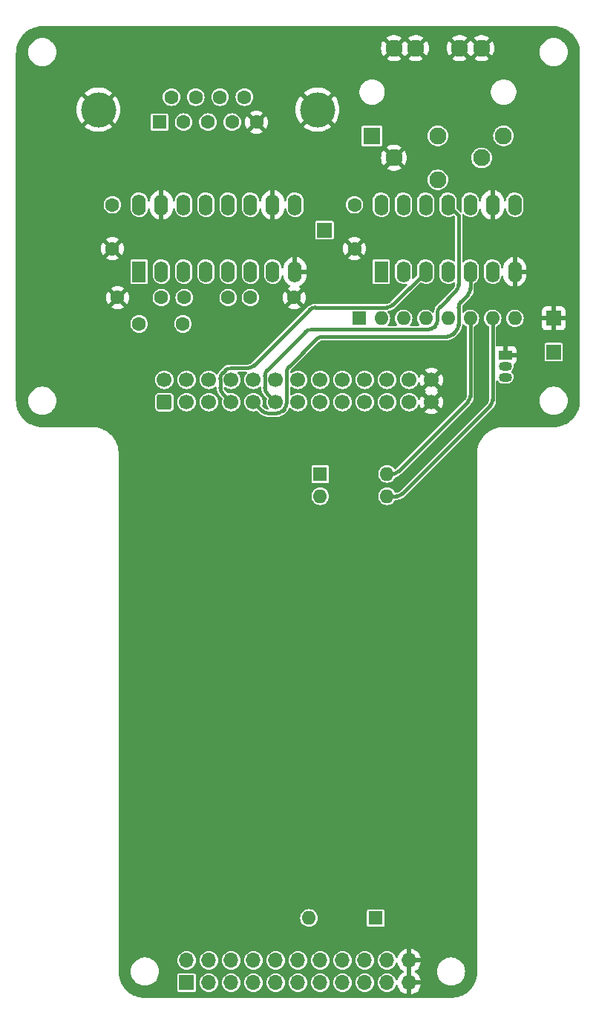
<source format=gbr>
%TF.GenerationSoftware,KiCad,Pcbnew,7.0.9*%
%TF.CreationDate,2024-02-17T15:53:24+01:00*%
%TF.ProjectId,kim-1-aux-card,6b696d2d-312d-4617-9578-2d636172642e,rev?*%
%TF.SameCoordinates,Original*%
%TF.FileFunction,Copper,L2,Bot*%
%TF.FilePolarity,Positive*%
%FSLAX46Y46*%
G04 Gerber Fmt 4.6, Leading zero omitted, Abs format (unit mm)*
G04 Created by KiCad (PCBNEW 7.0.9) date 2024-02-17 15:53:24*
%MOMM*%
%LPD*%
G01*
G04 APERTURE LIST*
G04 Aperture macros list*
%AMRoundRect*
0 Rectangle with rounded corners*
0 $1 Rounding radius*
0 $2 $3 $4 $5 $6 $7 $8 $9 X,Y pos of 4 corners*
0 Add a 4 corners polygon primitive as box body*
4,1,4,$2,$3,$4,$5,$6,$7,$8,$9,$2,$3,0*
0 Add four circle primitives for the rounded corners*
1,1,$1+$1,$2,$3*
1,1,$1+$1,$4,$5*
1,1,$1+$1,$6,$7*
1,1,$1+$1,$8,$9*
0 Add four rect primitives between the rounded corners*
20,1,$1+$1,$2,$3,$4,$5,0*
20,1,$1+$1,$4,$5,$6,$7,0*
20,1,$1+$1,$6,$7,$8,$9,0*
20,1,$1+$1,$8,$9,$2,$3,0*%
G04 Aperture macros list end*
%TA.AperFunction,ComponentPad*%
%ADD10R,1.950000X1.950000*%
%TD*%
%TA.AperFunction,ComponentPad*%
%ADD11C,1.950000*%
%TD*%
%TA.AperFunction,ComponentPad*%
%ADD12C,4.000000*%
%TD*%
%TA.AperFunction,ComponentPad*%
%ADD13R,1.600000X1.600000*%
%TD*%
%TA.AperFunction,ComponentPad*%
%ADD14C,1.600000*%
%TD*%
%TA.AperFunction,ComponentPad*%
%ADD15R,1.500000X1.050000*%
%TD*%
%TA.AperFunction,ComponentPad*%
%ADD16O,1.500000X1.050000*%
%TD*%
%TA.AperFunction,ComponentPad*%
%ADD17R,1.600000X2.400000*%
%TD*%
%TA.AperFunction,ComponentPad*%
%ADD18O,1.600000X2.400000*%
%TD*%
%TA.AperFunction,ComponentPad*%
%ADD19O,1.600000X1.600000*%
%TD*%
%TA.AperFunction,ComponentPad*%
%ADD20RoundRect,0.250000X0.600000X-0.600000X0.600000X0.600000X-0.600000X0.600000X-0.600000X-0.600000X0*%
%TD*%
%TA.AperFunction,ComponentPad*%
%ADD21C,1.700000*%
%TD*%
%TA.AperFunction,ComponentPad*%
%ADD22R,1.700000X1.700000*%
%TD*%
%TA.AperFunction,ComponentPad*%
%ADD23O,1.700000X1.700000*%
%TD*%
%TA.AperFunction,Conductor*%
%ADD24C,0.400000*%
%TD*%
G04 APERTURE END LIST*
D10*
%TO.P,J3,1*%
%TO.N,unconnected-(J3-Pad1)*%
X150400000Y-52590000D03*
D11*
%TO.P,J3,2*%
%TO.N,GND*%
X152900000Y-55090000D03*
%TO.P,J3,3*%
%TO.N,Net-(RN1D-R4.2)*%
X157900000Y-52590000D03*
%TO.P,J3,4*%
%TO.N,Net-(RN1F-R6.2)*%
X162900000Y-55090000D03*
%TO.P,J3,5*%
%TO.N,Net-(RN1E-R5.2)*%
X165400000Y-52590000D03*
%TO.P,J3,6*%
%TO.N,Net-(J4-Pin_1)*%
X157900000Y-57590000D03*
%TO.P,J3,E1*%
%TO.N,GND*%
X162900000Y-42590000D03*
X160400000Y-42590000D03*
%TO.P,J3,E2*%
X155400000Y-42590000D03*
X152900000Y-42590000D03*
%TD*%
D12*
%TO.P,J7,0,PAD*%
%TO.N,GND*%
X144180000Y-49600331D03*
X119180000Y-49600331D03*
D13*
%TO.P,J7,1,1*%
%TO.N,unconnected-(J7-Pad1)*%
X126140000Y-51020331D03*
D14*
%TO.P,J7,2,2*%
%TO.N,Net-(U2-T1OUT)*%
X128910000Y-51020331D03*
%TO.P,J7,3,3*%
%TO.N,Net-(U2-R1IN)*%
X131680000Y-51020331D03*
%TO.P,J7,4,4*%
%TO.N,unconnected-(J7-Pad4)*%
X134450000Y-51020331D03*
%TO.P,J7,5,5*%
%TO.N,GND*%
X137220000Y-51020331D03*
%TO.P,J7,6,6*%
%TO.N,unconnected-(J7-Pad6)*%
X127525000Y-48180331D03*
%TO.P,J7,7,7*%
%TO.N,unconnected-(J7-Pad7)*%
X130295000Y-48180331D03*
%TO.P,J7,8,8*%
%TO.N,unconnected-(J7-Pad8)*%
X133065000Y-48180331D03*
%TO.P,J7,9,9*%
%TO.N,unconnected-(J7-Pad9)*%
X135835000Y-48180331D03*
%TD*%
D15*
%TO.P,Q1,1,E*%
%TO.N,GND*%
X165610000Y-77560000D03*
D16*
%TO.P,Q1,2,B*%
%TO.N,Net-(Q1-B)*%
X165610000Y-78830000D03*
%TO.P,Q1,3,C*%
%TO.N,/KBD*%
X165610000Y-80100000D03*
%TD*%
D14*
%TO.P,C2,1*%
%TO.N,Net-(U2-C1+)*%
X123830000Y-74010000D03*
%TO.P,C2,2*%
%TO.N,Net-(U2-C1-)*%
X128830000Y-74010000D03*
%TD*%
%TO.P,C6,1*%
%TO.N,Net-(U2-VS-)*%
X136530000Y-71010000D03*
%TO.P,C6,2*%
%TO.N,GND*%
X141530000Y-71010000D03*
%TD*%
D17*
%TO.P,U1,1*%
%TO.N,/PTR*%
X151450000Y-68060000D03*
D18*
%TO.P,U1,2*%
%TO.N,Net-(RN1B-R2.2)*%
X153990000Y-68060000D03*
%TO.P,U1,3*%
%TO.N,/PA3*%
X156530000Y-68060000D03*
%TO.P,U1,4*%
%TO.N,Net-(RN1D-R4.2)*%
X159070000Y-68060000D03*
%TO.P,U1,5*%
%TO.N,/PA4*%
X161610000Y-68060000D03*
%TO.P,U1,6*%
%TO.N,Net-(RN1F-R6.2)*%
X164150000Y-68060000D03*
%TO.P,U1,7,GND*%
%TO.N,GND*%
X166690000Y-68060000D03*
%TO.P,U1,8*%
%TO.N,unconnected-(U1-Pad8)*%
X166690000Y-60440000D03*
%TO.P,U1,9*%
%TO.N,GND*%
X164150000Y-60440000D03*
%TO.P,U1,10*%
%TO.N,Net-(RN1E-R5.2)*%
X161610000Y-60440000D03*
%TO.P,U1,11*%
%TO.N,/PA5*%
X159070000Y-60440000D03*
%TO.P,U1,12*%
%TO.N,Net-(Q1-B)*%
X156530000Y-60440000D03*
%TO.P,U1,13*%
%TO.N,Net-(U2-R1OUT)*%
X153990000Y-60440000D03*
%TO.P,U1,14,VCC*%
%TO.N,+5V*%
X151450000Y-60440000D03*
%TD*%
D13*
%TO.P,SW1,1*%
%TO.N,/ROW3*%
X150820000Y-141700000D03*
D19*
%TO.P,SW1,2*%
%TO.N,/COLA*%
X143200000Y-141700000D03*
%TD*%
D14*
%TO.P,C3,1*%
%TO.N,+5V*%
X120780000Y-60440000D03*
%TO.P,C3,2*%
%TO.N,GND*%
X120780000Y-65440000D03*
%TD*%
D20*
%TO.P,J2,1,Pin_1*%
%TO.N,/PA0*%
X126710000Y-82920000D03*
D21*
%TO.P,J2,2,Pin_2*%
%TO.N,/PB0*%
X126710000Y-80380000D03*
%TO.P,J2,3,Pin_3*%
%TO.N,/PA1*%
X129250000Y-82920000D03*
%TO.P,J2,4,Pin_4*%
%TO.N,/PB1*%
X129250000Y-80380000D03*
%TO.P,J2,5,Pin_5*%
%TO.N,/PA2*%
X131790000Y-82920000D03*
%TO.P,J2,6,Pin_6*%
%TO.N,/PB2*%
X131790000Y-80380000D03*
%TO.P,J2,7,Pin_7*%
%TO.N,/PA3*%
X134330000Y-82920000D03*
%TO.P,J2,8,Pin_8*%
%TO.N,/PB3*%
X134330000Y-80380000D03*
%TO.P,J2,9,Pin_9*%
%TO.N,/PA4*%
X136870000Y-82920000D03*
%TO.P,J2,10,Pin_10*%
%TO.N,/PB4*%
X136870000Y-80380000D03*
%TO.P,J2,11,Pin_11*%
%TO.N,/PA5*%
X139410000Y-82920000D03*
%TO.P,J2,12,Pin_12*%
%TO.N,/PB5*%
X139410000Y-80380000D03*
%TO.P,J2,13,Pin_13*%
%TO.N,/PA6*%
X141950000Y-82920000D03*
%TO.P,J2,14,Pin_14*%
%TO.N,unconnected-(J2-Pin_14-Pad14)*%
X141950000Y-80380000D03*
%TO.P,J2,15,Pin_15*%
%TO.N,/PA7*%
X144490000Y-82920000D03*
%TO.P,J2,16,Pin_16*%
%TO.N,unconnected-(J2-Pin_16-Pad16)*%
X144490000Y-80380000D03*
%TO.P,J2,17,Pin_17*%
%TO.N,unconnected-(J2-Pin_17-Pad17)*%
X147030000Y-82920000D03*
%TO.P,J2,18,Pin_18*%
%TO.N,/PB7*%
X147030000Y-80380000D03*
%TO.P,J2,19,Pin_19*%
%TO.N,unconnected-(J2-Pin_19-Pad19)*%
X149570000Y-82920000D03*
%TO.P,J2,20,Pin_20*%
%TO.N,unconnected-(J2-Pin_20-Pad20)*%
X149570000Y-80380000D03*
%TO.P,J2,21,Pin_21*%
%TO.N,unconnected-(J2-Pin_21-Pad21)*%
X152110000Y-82920000D03*
%TO.P,J2,22,Pin_22*%
%TO.N,unconnected-(J2-Pin_22-Pad22)*%
X152110000Y-80380000D03*
%TO.P,J2,23,Pin_23*%
%TO.N,unconnected-(J2-Pin_23-Pad23)*%
X154650000Y-82920000D03*
%TO.P,J2,24,Pin_24*%
%TO.N,unconnected-(J2-Pin_24-Pad24)*%
X154650000Y-80380000D03*
%TO.P,J2,25,Pin_25*%
%TO.N,GND*%
X157190000Y-82920000D03*
%TO.P,J2,26,Pin_26*%
X157190000Y-80380000D03*
%TD*%
D14*
%TO.P,C4,1*%
%TO.N,Net-(U2-C2+)*%
X128990000Y-71010000D03*
%TO.P,C4,2*%
%TO.N,Net-(U2-C2-)*%
X133990000Y-71010000D03*
%TD*%
D13*
%TO.P,RN1,1,R1*%
%TO.N,+5V*%
X148910000Y-73380000D03*
D19*
%TO.P,RN1,2,R1.2*%
%TO.N,/PTR*%
X151450000Y-73380000D03*
%TO.P,RN1,3,R2.2*%
%TO.N,Net-(RN1B-R2.2)*%
X153990000Y-73380000D03*
%TO.P,RN1,4,R3.2*%
%TO.N,Net-(Q1-B)*%
X156530000Y-73380000D03*
%TO.P,RN1,5,R4.2*%
%TO.N,Net-(RN1D-R4.2)*%
X159070000Y-73380000D03*
%TO.P,RN1,6,R5.2*%
%TO.N,Net-(RN1E-R5.2)*%
X161610000Y-73380000D03*
%TO.P,RN1,7,R6.2*%
%TO.N,Net-(RN1F-R6.2)*%
X164150000Y-73380000D03*
%TO.P,RN1,8,R7.2*%
%TO.N,Net-(J4-Pin_1)*%
X166690000Y-73380000D03*
%TD*%
D13*
%TO.P,SW2,1*%
%TO.N,/PA7*%
X144490000Y-91110000D03*
D19*
%TO.P,SW2,2*%
%TO.N,/PA6*%
X144490000Y-93650000D03*
%TO.P,SW2,3*%
%TO.N,Net-(RN1F-R6.2)*%
X152110000Y-93650000D03*
%TO.P,SW2,4*%
%TO.N,Net-(RN1E-R5.2)*%
X152110000Y-91110000D03*
%TD*%
D14*
%TO.P,C5,1*%
%TO.N,GND*%
X121370000Y-71010000D03*
%TO.P,C5,2*%
%TO.N,Net-(U2-VS+)*%
X126370000Y-71010000D03*
%TD*%
%TO.P,C1,1*%
%TO.N,+5V*%
X148400000Y-60440000D03*
%TO.P,C1,2*%
%TO.N,GND*%
X148400000Y-65440000D03*
%TD*%
D17*
%TO.P,U2,1,C1+*%
%TO.N,Net-(U2-C1+)*%
X123830000Y-68060000D03*
D18*
%TO.P,U2,2,VS+*%
%TO.N,Net-(U2-VS+)*%
X126370000Y-68060000D03*
%TO.P,U2,3,C1-*%
%TO.N,Net-(U2-C1-)*%
X128910000Y-68060000D03*
%TO.P,U2,4,C2+*%
%TO.N,Net-(U2-C2+)*%
X131450000Y-68060000D03*
%TO.P,U2,5,C2-*%
%TO.N,Net-(U2-C2-)*%
X133990000Y-68060000D03*
%TO.P,U2,6,VS-*%
%TO.N,Net-(U2-VS-)*%
X136530000Y-68060000D03*
%TO.P,U2,7,T2OUT*%
%TO.N,unconnected-(U2-T2OUT-Pad7)*%
X139070000Y-68060000D03*
%TO.P,U2,8,R2IN*%
%TO.N,GND*%
X141610000Y-68060000D03*
%TO.P,U2,9,R2OUT*%
%TO.N,unconnected-(U2-R2OUT-Pad9)*%
X141610000Y-60440000D03*
%TO.P,U2,10,T2IN*%
%TO.N,GND*%
X139070000Y-60440000D03*
%TO.P,U2,11,T1IN*%
%TO.N,Net-(RN1B-R2.2)*%
X136530000Y-60440000D03*
%TO.P,U2,12,R1OUT*%
%TO.N,Net-(U2-R1OUT)*%
X133990000Y-60440000D03*
%TO.P,U2,13,R1IN*%
%TO.N,Net-(U2-R1IN)*%
X131450000Y-60440000D03*
%TO.P,U2,14,T1OUT*%
%TO.N,Net-(U2-T1OUT)*%
X128910000Y-60440000D03*
%TO.P,U2,15,GND*%
%TO.N,GND*%
X126370000Y-60440000D03*
%TO.P,U2,16,VCC*%
%TO.N,+5V*%
X123830000Y-60440000D03*
%TD*%
D22*
%TO.P,J5,1,Pin_1*%
%TO.N,GND*%
X171120000Y-73380000D03*
%TD*%
%TO.P,J1,1,Pin_1*%
%TO.N,/PA0*%
X129250000Y-149070000D03*
D23*
%TO.P,J1,2,Pin_2*%
%TO.N,/PB0*%
X129250000Y-146530000D03*
%TO.P,J1,3,Pin_3*%
%TO.N,/PA1*%
X131790000Y-149070000D03*
%TO.P,J1,4,Pin_4*%
%TO.N,/PB1*%
X131790000Y-146530000D03*
%TO.P,J1,5,Pin_5*%
%TO.N,/PA2*%
X134330000Y-149070000D03*
%TO.P,J1,6,Pin_6*%
%TO.N,/PB2*%
X134330000Y-146530000D03*
%TO.P,J1,7,Pin_7*%
%TO.N,/PA3*%
X136870000Y-149070000D03*
%TO.P,J1,8,Pin_8*%
%TO.N,/PB3*%
X136870000Y-146530000D03*
%TO.P,J1,9,Pin_9*%
%TO.N,/PA4*%
X139410000Y-149070000D03*
%TO.P,J1,10,Pin_10*%
%TO.N,/PB4*%
X139410000Y-146530000D03*
%TO.P,J1,11,Pin_11*%
%TO.N,/PA5*%
X141950000Y-149070000D03*
%TO.P,J1,12,Pin_12*%
%TO.N,/PB5*%
X141950000Y-146530000D03*
%TO.P,J1,13,Pin_13*%
%TO.N,/PA6*%
X144490000Y-149070000D03*
%TO.P,J1,14,Pin_14*%
%TO.N,/COLA*%
X144490000Y-146530000D03*
%TO.P,J1,15,Pin_15*%
%TO.N,/PA7*%
X147030000Y-149070000D03*
%TO.P,J1,16,Pin_16*%
%TO.N,/PTR*%
X147030000Y-146530000D03*
%TO.P,J1,17,Pin_17*%
%TO.N,/ROW3*%
X149570000Y-149070000D03*
%TO.P,J1,18,Pin_18*%
%TO.N,/PB7*%
X149570000Y-146530000D03*
%TO.P,J1,19,Pin_19*%
%TO.N,/KBD*%
X152110000Y-149070000D03*
%TO.P,J1,20,Pin_20*%
X152110000Y-146530000D03*
%TO.P,J1,21,Pin_21*%
%TO.N,GND*%
X154650000Y-149070000D03*
%TO.P,J1,22,Pin_22*%
X154650000Y-146530000D03*
%TD*%
D22*
%TO.P,J6,1,Pin_1*%
%TO.N,+5V*%
X144980000Y-63330000D03*
%TD*%
%TO.P,J4,1,Pin_1*%
%TO.N,Net-(J4-Pin_1)*%
X171120000Y-77230000D03*
%TD*%
D24*
%TO.N,/PA3*%
X133372893Y-79569340D02*
X133609340Y-79332893D01*
X136922893Y-78747107D02*
X143247107Y-72422893D01*
X134330000Y-82920000D02*
X133372893Y-81962893D01*
X134316447Y-79040000D02*
X136215786Y-79040000D01*
X152752893Y-71837107D02*
X156530000Y-68060000D01*
X133080000Y-81255786D02*
X133080000Y-80276447D01*
X143954214Y-72130000D02*
X152045786Y-72130000D01*
X133080010Y-81255786D02*
G75*
G03*
X133372893Y-81962893I999990J-14D01*
G01*
X143954214Y-72130010D02*
G75*
G03*
X143247107Y-72422893I-14J-999990D01*
G01*
X152045786Y-72129990D02*
G75*
G03*
X152752893Y-71837107I14J999990D01*
G01*
X134316447Y-79040033D02*
G75*
G03*
X133609340Y-79332893I-47J-999967D01*
G01*
X133372870Y-79569317D02*
G75*
G03*
X133080000Y-80276447I707130J-707083D01*
G01*
X136215786Y-79039990D02*
G75*
G03*
X136922893Y-78747107I14J999990D01*
G01*
%TO.N,/PA4*%
X159977107Y-74822893D02*
X159632893Y-75167107D01*
X158925786Y-75460000D02*
X144764214Y-75460000D01*
X139483553Y-84200000D02*
X138564214Y-84200000D01*
X161610000Y-68060000D02*
X161610000Y-69995786D01*
X140660000Y-79564214D02*
X140660000Y-83023553D01*
X140367107Y-83730660D02*
X140190660Y-83907107D01*
X144057107Y-75752893D02*
X140952893Y-78857107D01*
X160270000Y-72164214D02*
X160270000Y-74115786D01*
X137857107Y-83907107D02*
X136870000Y-82920000D01*
X161317107Y-70702893D02*
X160562893Y-71457107D01*
X140367130Y-83730683D02*
G75*
G03*
X140660000Y-83023553I-707130J707083D01*
G01*
X158925786Y-75459990D02*
G75*
G03*
X159632893Y-75167107I14J999990D01*
G01*
X139483553Y-84199967D02*
G75*
G03*
X140190660Y-83907107I47J999967D01*
G01*
X159977114Y-74822900D02*
G75*
G03*
X160270000Y-74115786I-707114J707100D01*
G01*
X137857100Y-83907114D02*
G75*
G03*
X138564214Y-84200000I707100J707114D01*
G01*
X161317114Y-70702900D02*
G75*
G03*
X161610000Y-69995786I-707114J707100D01*
G01*
X144764214Y-75460010D02*
G75*
G03*
X144057107Y-75752893I-14J-999990D01*
G01*
X140952886Y-78857100D02*
G75*
G03*
X140660000Y-79564214I707114J-707100D01*
G01*
X160562886Y-71457100D02*
G75*
G03*
X160270000Y-72164214I707114J-707100D01*
G01*
%TO.N,/PA5*%
X138452893Y-81962893D02*
X139410000Y-82920000D01*
X159070000Y-60440000D02*
X160270000Y-61640000D01*
X159977107Y-70242893D02*
X158162893Y-72057107D01*
X138160000Y-79974214D02*
X138160000Y-81255786D01*
X157577107Y-74272893D02*
X157502893Y-74347107D01*
X156795786Y-74640000D02*
X143494214Y-74640000D01*
X160270000Y-61640000D02*
X160270000Y-69535786D01*
X142787107Y-74932893D02*
X138452893Y-79267107D01*
X157870000Y-72764214D02*
X157870000Y-73565786D01*
X143494214Y-74640010D02*
G75*
G03*
X142787107Y-74932893I-14J-999990D01*
G01*
X158162886Y-72057100D02*
G75*
G03*
X157870000Y-72764214I707114J-707100D01*
G01*
X138452886Y-79267100D02*
G75*
G03*
X138160000Y-79974214I707114J-707100D01*
G01*
X159977114Y-70242900D02*
G75*
G03*
X160270000Y-69535786I-707114J707100D01*
G01*
X138160010Y-81255786D02*
G75*
G03*
X138452893Y-81962893I999990J-14D01*
G01*
X156795786Y-74639990D02*
G75*
G03*
X157502893Y-74347107I14J999990D01*
G01*
X157577114Y-74272900D02*
G75*
G03*
X157870000Y-73565786I-707114J707100D01*
G01*
%TO.N,Net-(RN1F-R6.2)*%
X164150000Y-82645786D02*
X164150000Y-73380000D01*
X152110000Y-93650000D02*
X153145786Y-93650000D01*
X153852893Y-93357107D02*
X163857107Y-83352893D01*
X163857114Y-83352900D02*
G75*
G03*
X164150000Y-82645786I-707114J707100D01*
G01*
X153145786Y-93649990D02*
G75*
G03*
X153852893Y-93357107I14J999990D01*
G01*
%TO.N,Net-(RN1E-R5.2)*%
X153402893Y-90817107D02*
X161317107Y-82902893D01*
X161610000Y-82195786D02*
X161610000Y-73380000D01*
X152110000Y-91110000D02*
X152695786Y-91110000D01*
X152695786Y-91109990D02*
G75*
G03*
X153402893Y-90817107I14J999990D01*
G01*
X161317114Y-82902900D02*
G75*
G03*
X161610000Y-82195786I-707114J707100D01*
G01*
%TD*%
%TA.AperFunction,Conductor*%
%TO.N,GND*%
G36*
X154900000Y-148634498D02*
G01*
X154792315Y-148585320D01*
X154685763Y-148570000D01*
X154614237Y-148570000D01*
X154507685Y-148585320D01*
X154400000Y-148634498D01*
X154400000Y-146965501D01*
X154507685Y-147014680D01*
X154614237Y-147030000D01*
X154685763Y-147030000D01*
X154792315Y-147014680D01*
X154900000Y-146965501D01*
X154900000Y-148634498D01*
G37*
%TD.AperFunction*%
%TA.AperFunction,Conductor*%
G36*
X171121619Y-40090584D02*
G01*
X171253628Y-40097503D01*
X171437027Y-40107803D01*
X171443212Y-40108465D01*
X171595647Y-40132608D01*
X171758194Y-40160226D01*
X171763811Y-40161453D01*
X171916693Y-40202418D01*
X172009122Y-40229046D01*
X172071724Y-40247082D01*
X172076759Y-40248769D01*
X172226183Y-40306127D01*
X172374007Y-40367358D01*
X172378412Y-40369388D01*
X172444180Y-40402899D01*
X172521921Y-40442511D01*
X172597428Y-40484241D01*
X172661480Y-40519641D01*
X172665215Y-40521882D01*
X172739487Y-40570115D01*
X172800872Y-40609980D01*
X172888357Y-40672053D01*
X172930764Y-40702142D01*
X172933886Y-40704510D01*
X173058748Y-40805621D01*
X173061034Y-40807567D01*
X173178721Y-40912738D01*
X173181248Y-40915128D01*
X173294870Y-41028750D01*
X173297260Y-41031277D01*
X173402431Y-41148964D01*
X173404385Y-41151260D01*
X173505480Y-41276102D01*
X173507862Y-41279243D01*
X173600019Y-41409127D01*
X173653758Y-41491875D01*
X173688106Y-41544767D01*
X173690364Y-41548531D01*
X173767488Y-41688078D01*
X173840604Y-41831575D01*
X173842643Y-41835997D01*
X173903877Y-41983829D01*
X173961221Y-42133217D01*
X173962916Y-42138273D01*
X174007579Y-42293297D01*
X174048541Y-42446171D01*
X174049778Y-42451835D01*
X174077394Y-42614369D01*
X174101530Y-42766758D01*
X174102196Y-42772985D01*
X174112509Y-42956617D01*
X174119415Y-43088377D01*
X174119500Y-43091623D01*
X174119500Y-82768376D01*
X174119415Y-82771622D01*
X174112509Y-82903382D01*
X174102196Y-83087013D01*
X174101530Y-83093240D01*
X174077394Y-83245630D01*
X174049778Y-83408163D01*
X174048541Y-83413827D01*
X174007579Y-83566702D01*
X173962916Y-83721725D01*
X173961221Y-83726781D01*
X173903877Y-83876170D01*
X173842643Y-84024001D01*
X173840604Y-84028423D01*
X173767488Y-84171921D01*
X173690364Y-84311467D01*
X173688097Y-84315246D01*
X173600019Y-84450872D01*
X173507862Y-84580755D01*
X173505480Y-84583896D01*
X173404385Y-84708738D01*
X173402431Y-84711034D01*
X173297260Y-84828721D01*
X173294870Y-84831248D01*
X173181248Y-84944870D01*
X173178721Y-84947260D01*
X173061034Y-85052431D01*
X173058738Y-85054385D01*
X172933896Y-85155480D01*
X172930755Y-85157862D01*
X172800872Y-85250019D01*
X172665246Y-85338097D01*
X172661467Y-85340364D01*
X172521921Y-85417488D01*
X172378423Y-85490604D01*
X172374001Y-85492643D01*
X172226170Y-85553877D01*
X172076781Y-85611221D01*
X172071725Y-85612916D01*
X171916702Y-85657579D01*
X171763827Y-85698541D01*
X171758163Y-85699778D01*
X171595630Y-85727394D01*
X171443240Y-85751530D01*
X171437013Y-85752196D01*
X171253382Y-85762509D01*
X171121622Y-85769415D01*
X171118376Y-85769500D01*
X165410500Y-85769500D01*
X165410000Y-85769500D01*
X165252750Y-85769500D01*
X164939974Y-85802374D01*
X164939970Y-85802374D01*
X164939968Y-85802375D01*
X164632352Y-85867760D01*
X164632350Y-85867761D01*
X164333248Y-85964944D01*
X164045931Y-86092866D01*
X164045924Y-86092869D01*
X163773571Y-86250112D01*
X163773566Y-86250115D01*
X163519139Y-86434967D01*
X163519130Y-86434974D01*
X163285414Y-86645414D01*
X163074974Y-86879130D01*
X163074967Y-86879139D01*
X162890115Y-87133566D01*
X162890112Y-87133571D01*
X162732869Y-87405924D01*
X162732866Y-87405931D01*
X162604944Y-87693248D01*
X162507761Y-87992350D01*
X162507760Y-87992352D01*
X162442375Y-88299968D01*
X162409500Y-88612754D01*
X162409500Y-147798376D01*
X162409415Y-147801622D01*
X162402509Y-147933382D01*
X162392196Y-148117013D01*
X162391530Y-148123240D01*
X162367394Y-148275630D01*
X162339778Y-148438163D01*
X162338541Y-148443827D01*
X162297579Y-148596702D01*
X162252916Y-148751725D01*
X162251221Y-148756781D01*
X162193877Y-148906170D01*
X162132643Y-149054001D01*
X162130604Y-149058423D01*
X162057488Y-149201921D01*
X161980364Y-149341467D01*
X161978097Y-149345246D01*
X161890019Y-149480872D01*
X161797862Y-149610755D01*
X161795480Y-149613896D01*
X161694385Y-149738738D01*
X161692431Y-149741034D01*
X161587260Y-149858721D01*
X161584870Y-149861248D01*
X161471248Y-149974870D01*
X161468721Y-149977260D01*
X161351034Y-150082431D01*
X161348738Y-150084385D01*
X161223896Y-150185480D01*
X161220755Y-150187862D01*
X161090872Y-150280019D01*
X160955246Y-150368097D01*
X160951467Y-150370364D01*
X160811921Y-150447488D01*
X160668423Y-150520604D01*
X160664001Y-150522643D01*
X160516170Y-150583877D01*
X160366781Y-150641221D01*
X160361725Y-150642916D01*
X160206702Y-150687579D01*
X160053827Y-150728541D01*
X160048163Y-150729778D01*
X159885630Y-150757394D01*
X159733240Y-150781530D01*
X159727013Y-150782196D01*
X159543382Y-150792509D01*
X159411622Y-150799415D01*
X159408376Y-150799500D01*
X124491624Y-150799500D01*
X124488378Y-150799415D01*
X124356617Y-150792509D01*
X124172985Y-150782196D01*
X124166758Y-150781530D01*
X124014369Y-150757394D01*
X123851835Y-150729778D01*
X123846171Y-150728541D01*
X123693297Y-150687579D01*
X123538273Y-150642916D01*
X123533217Y-150641221D01*
X123383829Y-150583877D01*
X123235997Y-150522643D01*
X123231575Y-150520604D01*
X123088078Y-150447488D01*
X122948531Y-150370364D01*
X122944767Y-150368106D01*
X122891875Y-150333758D01*
X122809127Y-150280019D01*
X122679243Y-150187862D01*
X122676102Y-150185480D01*
X122551260Y-150084385D01*
X122548964Y-150082431D01*
X122431277Y-149977260D01*
X122428750Y-149974870D01*
X122393632Y-149939752D01*
X128199500Y-149939752D01*
X128211131Y-149998229D01*
X128211132Y-149998230D01*
X128255447Y-150064552D01*
X128321769Y-150108867D01*
X128321770Y-150108868D01*
X128380247Y-150120499D01*
X128380250Y-150120500D01*
X128380252Y-150120500D01*
X130119750Y-150120500D01*
X130119751Y-150120499D01*
X130134568Y-150117552D01*
X130178229Y-150108868D01*
X130178229Y-150108867D01*
X130178231Y-150108867D01*
X130244552Y-150064552D01*
X130288867Y-149998231D01*
X130288867Y-149998229D01*
X130288868Y-149998229D01*
X130298922Y-149947682D01*
X130300500Y-149939748D01*
X130300500Y-149070000D01*
X130734417Y-149070000D01*
X130754699Y-149275932D01*
X130754700Y-149275934D01*
X130814768Y-149473954D01*
X130912315Y-149656450D01*
X130912317Y-149656452D01*
X131043589Y-149816410D01*
X131140209Y-149895702D01*
X131203550Y-149947685D01*
X131386046Y-150045232D01*
X131584066Y-150105300D01*
X131584065Y-150105300D01*
X131602529Y-150107118D01*
X131790000Y-150125583D01*
X131995934Y-150105300D01*
X132193954Y-150045232D01*
X132376450Y-149947685D01*
X132536410Y-149816410D01*
X132667685Y-149656450D01*
X132765232Y-149473954D01*
X132825300Y-149275934D01*
X132845583Y-149070000D01*
X133274417Y-149070000D01*
X133294699Y-149275932D01*
X133294700Y-149275934D01*
X133354768Y-149473954D01*
X133452315Y-149656450D01*
X133452317Y-149656452D01*
X133583589Y-149816410D01*
X133680209Y-149895702D01*
X133743550Y-149947685D01*
X133926046Y-150045232D01*
X134124066Y-150105300D01*
X134124065Y-150105300D01*
X134142529Y-150107118D01*
X134330000Y-150125583D01*
X134535934Y-150105300D01*
X134733954Y-150045232D01*
X134916450Y-149947685D01*
X135076410Y-149816410D01*
X135207685Y-149656450D01*
X135305232Y-149473954D01*
X135365300Y-149275934D01*
X135385583Y-149070000D01*
X135814417Y-149070000D01*
X135834699Y-149275932D01*
X135834700Y-149275934D01*
X135894768Y-149473954D01*
X135992315Y-149656450D01*
X135992317Y-149656452D01*
X136123589Y-149816410D01*
X136220209Y-149895702D01*
X136283550Y-149947685D01*
X136466046Y-150045232D01*
X136664066Y-150105300D01*
X136664065Y-150105300D01*
X136682529Y-150107118D01*
X136870000Y-150125583D01*
X137075934Y-150105300D01*
X137273954Y-150045232D01*
X137456450Y-149947685D01*
X137616410Y-149816410D01*
X137747685Y-149656450D01*
X137845232Y-149473954D01*
X137905300Y-149275934D01*
X137925583Y-149070000D01*
X138354417Y-149070000D01*
X138374699Y-149275932D01*
X138374700Y-149275934D01*
X138434768Y-149473954D01*
X138532315Y-149656450D01*
X138532317Y-149656452D01*
X138663589Y-149816410D01*
X138760209Y-149895702D01*
X138823550Y-149947685D01*
X139006046Y-150045232D01*
X139204066Y-150105300D01*
X139204065Y-150105300D01*
X139222529Y-150107118D01*
X139410000Y-150125583D01*
X139615934Y-150105300D01*
X139813954Y-150045232D01*
X139996450Y-149947685D01*
X140156410Y-149816410D01*
X140287685Y-149656450D01*
X140385232Y-149473954D01*
X140445300Y-149275934D01*
X140465583Y-149070000D01*
X140894417Y-149070000D01*
X140914699Y-149275932D01*
X140914700Y-149275934D01*
X140974768Y-149473954D01*
X141072315Y-149656450D01*
X141072317Y-149656452D01*
X141203589Y-149816410D01*
X141300209Y-149895702D01*
X141363550Y-149947685D01*
X141546046Y-150045232D01*
X141744066Y-150105300D01*
X141744065Y-150105300D01*
X141762529Y-150107118D01*
X141950000Y-150125583D01*
X142155934Y-150105300D01*
X142353954Y-150045232D01*
X142536450Y-149947685D01*
X142696410Y-149816410D01*
X142827685Y-149656450D01*
X142925232Y-149473954D01*
X142985300Y-149275934D01*
X143005583Y-149070000D01*
X143434417Y-149070000D01*
X143454699Y-149275932D01*
X143454700Y-149275934D01*
X143514768Y-149473954D01*
X143612315Y-149656450D01*
X143612317Y-149656452D01*
X143743589Y-149816410D01*
X143840209Y-149895702D01*
X143903550Y-149947685D01*
X144086046Y-150045232D01*
X144284066Y-150105300D01*
X144284065Y-150105300D01*
X144302529Y-150107118D01*
X144490000Y-150125583D01*
X144695934Y-150105300D01*
X144893954Y-150045232D01*
X145076450Y-149947685D01*
X145236410Y-149816410D01*
X145367685Y-149656450D01*
X145465232Y-149473954D01*
X145525300Y-149275934D01*
X145545583Y-149070000D01*
X145974417Y-149070000D01*
X145994699Y-149275932D01*
X145994700Y-149275934D01*
X146054768Y-149473954D01*
X146152315Y-149656450D01*
X146152317Y-149656452D01*
X146283589Y-149816410D01*
X146380209Y-149895702D01*
X146443550Y-149947685D01*
X146626046Y-150045232D01*
X146824066Y-150105300D01*
X146824065Y-150105300D01*
X146842529Y-150107118D01*
X147030000Y-150125583D01*
X147235934Y-150105300D01*
X147433954Y-150045232D01*
X147616450Y-149947685D01*
X147776410Y-149816410D01*
X147907685Y-149656450D01*
X148005232Y-149473954D01*
X148065300Y-149275934D01*
X148085583Y-149070000D01*
X148514417Y-149070000D01*
X148534699Y-149275932D01*
X148534700Y-149275934D01*
X148594768Y-149473954D01*
X148692315Y-149656450D01*
X148692317Y-149656452D01*
X148823589Y-149816410D01*
X148920209Y-149895702D01*
X148983550Y-149947685D01*
X149166046Y-150045232D01*
X149364066Y-150105300D01*
X149364065Y-150105300D01*
X149382529Y-150107118D01*
X149570000Y-150125583D01*
X149775934Y-150105300D01*
X149973954Y-150045232D01*
X150156450Y-149947685D01*
X150316410Y-149816410D01*
X150447685Y-149656450D01*
X150545232Y-149473954D01*
X150605300Y-149275934D01*
X150625583Y-149070000D01*
X151054417Y-149070000D01*
X151074699Y-149275932D01*
X151074700Y-149275934D01*
X151134768Y-149473954D01*
X151232315Y-149656450D01*
X151232317Y-149656452D01*
X151363589Y-149816410D01*
X151460209Y-149895702D01*
X151523550Y-149947685D01*
X151706046Y-150045232D01*
X151904066Y-150105300D01*
X151904065Y-150105300D01*
X151922529Y-150107118D01*
X152110000Y-150125583D01*
X152315934Y-150105300D01*
X152513954Y-150045232D01*
X152696450Y-149947685D01*
X152856410Y-149816410D01*
X152987685Y-149656450D01*
X153085232Y-149473954D01*
X153105406Y-149407446D01*
X153143702Y-149349010D01*
X153207514Y-149320553D01*
X153276581Y-149331112D01*
X153328975Y-149377336D01*
X153343841Y-149411349D01*
X153376567Y-149533486D01*
X153376570Y-149533492D01*
X153476399Y-149747578D01*
X153611894Y-149941082D01*
X153778917Y-150108105D01*
X153972421Y-150243600D01*
X154186507Y-150343429D01*
X154186516Y-150343433D01*
X154400000Y-150400634D01*
X154400000Y-149505501D01*
X154507685Y-149554680D01*
X154614237Y-149570000D01*
X154685763Y-149570000D01*
X154792315Y-149554680D01*
X154900000Y-149505501D01*
X154900000Y-150400633D01*
X155113483Y-150343433D01*
X155113492Y-150343429D01*
X155327578Y-150243600D01*
X155521082Y-150108105D01*
X155688105Y-149941082D01*
X155823600Y-149747578D01*
X155923429Y-149533492D01*
X155923432Y-149533486D01*
X155980636Y-149320000D01*
X155083686Y-149320000D01*
X155109493Y-149279844D01*
X155150000Y-149141889D01*
X155150000Y-148998111D01*
X155109493Y-148860156D01*
X155083686Y-148820000D01*
X155980636Y-148820000D01*
X155980635Y-148819999D01*
X155923432Y-148606513D01*
X155923429Y-148606507D01*
X155823600Y-148392422D01*
X155823599Y-148392420D01*
X155688113Y-148198926D01*
X155688108Y-148198920D01*
X155521082Y-148031894D01*
X155334968Y-147901575D01*
X155291344Y-147846998D01*
X155286480Y-147800000D01*
X157804551Y-147800000D01*
X157824317Y-148051151D01*
X157883126Y-148296110D01*
X157979533Y-148528859D01*
X158111160Y-148743653D01*
X158111161Y-148743656D01*
X158166604Y-148808571D01*
X158274776Y-148935224D01*
X158413846Y-149054001D01*
X158466343Y-149098838D01*
X158466346Y-149098839D01*
X158681140Y-149230466D01*
X158848408Y-149299750D01*
X158913889Y-149326873D01*
X159158852Y-149385683D01*
X159314950Y-149397968D01*
X159347116Y-149400500D01*
X159347118Y-149400500D01*
X159472884Y-149400500D01*
X159502518Y-149398167D01*
X159661148Y-149385683D01*
X159906111Y-149326873D01*
X160138859Y-149230466D01*
X160353659Y-149098836D01*
X160545224Y-148935224D01*
X160708836Y-148743659D01*
X160840466Y-148528859D01*
X160936873Y-148296111D01*
X160995683Y-148051148D01*
X161015449Y-147800000D01*
X160995683Y-147548852D01*
X160936873Y-147303889D01*
X160896980Y-147207578D01*
X160840466Y-147071140D01*
X160708839Y-146856346D01*
X160708838Y-146856343D01*
X160644107Y-146780553D01*
X160545224Y-146664776D01*
X160387422Y-146530000D01*
X160353656Y-146501161D01*
X160353653Y-146501160D01*
X160138859Y-146369533D01*
X159906110Y-146273126D01*
X159661150Y-146214317D01*
X159472884Y-146199500D01*
X159472882Y-146199500D01*
X159347118Y-146199500D01*
X159347116Y-146199500D01*
X159158849Y-146214317D01*
X158913889Y-146273126D01*
X158681140Y-146369533D01*
X158466346Y-146501160D01*
X158466343Y-146501161D01*
X158274776Y-146664776D01*
X158111161Y-146856343D01*
X158111160Y-146856346D01*
X157979533Y-147071140D01*
X157883126Y-147303889D01*
X157824317Y-147548848D01*
X157804551Y-147800000D01*
X155286480Y-147800000D01*
X155284151Y-147777499D01*
X155315673Y-147715145D01*
X155334968Y-147698425D01*
X155521082Y-147568105D01*
X155688105Y-147401082D01*
X155823600Y-147207578D01*
X155923429Y-146993492D01*
X155923432Y-146993486D01*
X155980636Y-146780000D01*
X155083686Y-146780000D01*
X155109493Y-146739844D01*
X155150000Y-146601889D01*
X155150000Y-146458111D01*
X155109493Y-146320156D01*
X155083686Y-146280000D01*
X155980636Y-146280000D01*
X155980635Y-146279999D01*
X155923432Y-146066513D01*
X155923429Y-146066507D01*
X155823600Y-145852422D01*
X155823599Y-145852420D01*
X155688113Y-145658926D01*
X155688108Y-145658920D01*
X155521082Y-145491894D01*
X155327578Y-145356399D01*
X155113492Y-145256570D01*
X155113486Y-145256567D01*
X154900000Y-145199364D01*
X154900000Y-146094498D01*
X154792315Y-146045320D01*
X154685763Y-146030000D01*
X154614237Y-146030000D01*
X154507685Y-146045320D01*
X154400000Y-146094498D01*
X154400000Y-145199364D01*
X154399999Y-145199364D01*
X154186513Y-145256567D01*
X154186507Y-145256570D01*
X153972422Y-145356399D01*
X153972420Y-145356400D01*
X153778926Y-145491886D01*
X153778920Y-145491891D01*
X153611891Y-145658920D01*
X153611886Y-145658926D01*
X153476400Y-145852420D01*
X153476399Y-145852422D01*
X153376570Y-146066507D01*
X153376567Y-146066514D01*
X153343841Y-146188650D01*
X153307476Y-146248310D01*
X153244629Y-146278839D01*
X153175253Y-146270544D01*
X153121375Y-146226059D01*
X153105406Y-146192553D01*
X153085232Y-146126046D01*
X152987685Y-145943550D01*
X152912897Y-145852420D01*
X152856410Y-145783589D01*
X152738677Y-145686969D01*
X152696450Y-145652315D01*
X152513954Y-145554768D01*
X152315934Y-145494700D01*
X152315932Y-145494699D01*
X152315934Y-145494699D01*
X152110000Y-145474417D01*
X151904067Y-145494699D01*
X151706043Y-145554769D01*
X151595898Y-145613643D01*
X151523550Y-145652315D01*
X151523548Y-145652316D01*
X151523547Y-145652317D01*
X151363589Y-145783589D01*
X151232317Y-145943547D01*
X151134769Y-146126043D01*
X151074699Y-146324067D01*
X151054417Y-146530000D01*
X151074699Y-146735932D01*
X151074700Y-146735934D01*
X151134768Y-146933954D01*
X151232315Y-147116450D01*
X151232317Y-147116452D01*
X151363589Y-147276410D01*
X151397073Y-147303889D01*
X151523550Y-147407685D01*
X151706046Y-147505232D01*
X151904066Y-147565300D01*
X151904065Y-147565300D01*
X151922529Y-147567118D01*
X152110000Y-147585583D01*
X152315934Y-147565300D01*
X152513954Y-147505232D01*
X152696450Y-147407685D01*
X152856410Y-147276410D01*
X152987685Y-147116450D01*
X153085232Y-146933954D01*
X153105406Y-146867446D01*
X153143702Y-146809010D01*
X153207514Y-146780553D01*
X153276581Y-146791112D01*
X153328975Y-146837336D01*
X153343841Y-146871349D01*
X153376567Y-146993486D01*
X153376570Y-146993492D01*
X153476399Y-147207578D01*
X153611894Y-147401082D01*
X153778917Y-147568105D01*
X153965031Y-147698425D01*
X154008656Y-147753003D01*
X154015848Y-147822501D01*
X153984326Y-147884856D01*
X153965031Y-147901575D01*
X153778922Y-148031890D01*
X153778920Y-148031891D01*
X153611891Y-148198920D01*
X153611886Y-148198926D01*
X153476400Y-148392420D01*
X153476399Y-148392422D01*
X153376570Y-148606507D01*
X153376567Y-148606514D01*
X153343841Y-148728650D01*
X153307476Y-148788310D01*
X153244629Y-148818839D01*
X153175253Y-148810544D01*
X153121375Y-148766059D01*
X153105406Y-148732553D01*
X153085232Y-148666046D01*
X152987685Y-148483550D01*
X152912897Y-148392420D01*
X152856410Y-148323589D01*
X152706121Y-148200252D01*
X152696450Y-148192315D01*
X152513954Y-148094768D01*
X152315934Y-148034700D01*
X152315932Y-148034699D01*
X152315934Y-148034699D01*
X152110000Y-148014417D01*
X151904067Y-148034699D01*
X151706043Y-148094769D01*
X151652779Y-148123240D01*
X151523550Y-148192315D01*
X151523548Y-148192316D01*
X151523547Y-148192317D01*
X151363589Y-148323589D01*
X151232317Y-148483547D01*
X151134769Y-148666043D01*
X151074699Y-148864067D01*
X151054417Y-149070000D01*
X150625583Y-149070000D01*
X150605300Y-148864066D01*
X150545232Y-148666046D01*
X150447685Y-148483550D01*
X150372897Y-148392420D01*
X150316410Y-148323589D01*
X150166121Y-148200252D01*
X150156450Y-148192315D01*
X149973954Y-148094768D01*
X149775934Y-148034700D01*
X149775932Y-148034699D01*
X149775934Y-148034699D01*
X149570000Y-148014417D01*
X149364067Y-148034699D01*
X149166043Y-148094769D01*
X149112779Y-148123240D01*
X148983550Y-148192315D01*
X148983548Y-148192316D01*
X148983547Y-148192317D01*
X148823589Y-148323589D01*
X148692317Y-148483547D01*
X148594769Y-148666043D01*
X148534699Y-148864067D01*
X148514417Y-149070000D01*
X148085583Y-149070000D01*
X148065300Y-148864066D01*
X148005232Y-148666046D01*
X147907685Y-148483550D01*
X147832897Y-148392420D01*
X147776410Y-148323589D01*
X147626121Y-148200252D01*
X147616450Y-148192315D01*
X147433954Y-148094768D01*
X147235934Y-148034700D01*
X147235932Y-148034699D01*
X147235934Y-148034699D01*
X147030000Y-148014417D01*
X146824067Y-148034699D01*
X146626043Y-148094769D01*
X146572779Y-148123240D01*
X146443550Y-148192315D01*
X146443548Y-148192316D01*
X146443547Y-148192317D01*
X146283589Y-148323589D01*
X146152317Y-148483547D01*
X146054769Y-148666043D01*
X145994699Y-148864067D01*
X145974417Y-149070000D01*
X145545583Y-149070000D01*
X145525300Y-148864066D01*
X145465232Y-148666046D01*
X145367685Y-148483550D01*
X145292897Y-148392420D01*
X145236410Y-148323589D01*
X145086121Y-148200252D01*
X145076450Y-148192315D01*
X144893954Y-148094768D01*
X144695934Y-148034700D01*
X144695932Y-148034699D01*
X144695934Y-148034699D01*
X144490000Y-148014417D01*
X144284067Y-148034699D01*
X144086043Y-148094769D01*
X144032779Y-148123240D01*
X143903550Y-148192315D01*
X143903548Y-148192316D01*
X143903547Y-148192317D01*
X143743589Y-148323589D01*
X143612317Y-148483547D01*
X143514769Y-148666043D01*
X143454699Y-148864067D01*
X143434417Y-149070000D01*
X143005583Y-149070000D01*
X142985300Y-148864066D01*
X142925232Y-148666046D01*
X142827685Y-148483550D01*
X142752897Y-148392420D01*
X142696410Y-148323589D01*
X142546121Y-148200252D01*
X142536450Y-148192315D01*
X142353954Y-148094768D01*
X142155934Y-148034700D01*
X142155932Y-148034699D01*
X142155934Y-148034699D01*
X141950000Y-148014417D01*
X141744067Y-148034699D01*
X141546043Y-148094769D01*
X141492779Y-148123240D01*
X141363550Y-148192315D01*
X141363548Y-148192316D01*
X141363547Y-148192317D01*
X141203589Y-148323589D01*
X141072317Y-148483547D01*
X140974769Y-148666043D01*
X140914699Y-148864067D01*
X140894417Y-149070000D01*
X140465583Y-149070000D01*
X140445300Y-148864066D01*
X140385232Y-148666046D01*
X140287685Y-148483550D01*
X140212897Y-148392420D01*
X140156410Y-148323589D01*
X140006121Y-148200252D01*
X139996450Y-148192315D01*
X139813954Y-148094768D01*
X139615934Y-148034700D01*
X139615932Y-148034699D01*
X139615934Y-148034699D01*
X139410000Y-148014417D01*
X139204067Y-148034699D01*
X139006043Y-148094769D01*
X138952779Y-148123240D01*
X138823550Y-148192315D01*
X138823548Y-148192316D01*
X138823547Y-148192317D01*
X138663589Y-148323589D01*
X138532317Y-148483547D01*
X138434769Y-148666043D01*
X138374699Y-148864067D01*
X138354417Y-149070000D01*
X137925583Y-149070000D01*
X137905300Y-148864066D01*
X137845232Y-148666046D01*
X137747685Y-148483550D01*
X137672897Y-148392420D01*
X137616410Y-148323589D01*
X137466121Y-148200252D01*
X137456450Y-148192315D01*
X137273954Y-148094768D01*
X137075934Y-148034700D01*
X137075932Y-148034699D01*
X137075934Y-148034699D01*
X136870000Y-148014417D01*
X136664067Y-148034699D01*
X136466043Y-148094769D01*
X136412779Y-148123240D01*
X136283550Y-148192315D01*
X136283548Y-148192316D01*
X136283547Y-148192317D01*
X136123589Y-148323589D01*
X135992317Y-148483547D01*
X135894769Y-148666043D01*
X135834699Y-148864067D01*
X135814417Y-149070000D01*
X135385583Y-149070000D01*
X135365300Y-148864066D01*
X135305232Y-148666046D01*
X135207685Y-148483550D01*
X135132897Y-148392420D01*
X135076410Y-148323589D01*
X134926121Y-148200252D01*
X134916450Y-148192315D01*
X134733954Y-148094768D01*
X134535934Y-148034700D01*
X134535932Y-148034699D01*
X134535934Y-148034699D01*
X134330000Y-148014417D01*
X134124067Y-148034699D01*
X133926043Y-148094769D01*
X133872779Y-148123240D01*
X133743550Y-148192315D01*
X133743548Y-148192316D01*
X133743547Y-148192317D01*
X133583589Y-148323589D01*
X133452317Y-148483547D01*
X133354769Y-148666043D01*
X133294699Y-148864067D01*
X133274417Y-149070000D01*
X132845583Y-149070000D01*
X132825300Y-148864066D01*
X132765232Y-148666046D01*
X132667685Y-148483550D01*
X132592897Y-148392420D01*
X132536410Y-148323589D01*
X132386121Y-148200252D01*
X132376450Y-148192315D01*
X132193954Y-148094768D01*
X131995934Y-148034700D01*
X131995932Y-148034699D01*
X131995934Y-148034699D01*
X131790000Y-148014417D01*
X131584067Y-148034699D01*
X131386043Y-148094769D01*
X131332779Y-148123240D01*
X131203550Y-148192315D01*
X131203548Y-148192316D01*
X131203547Y-148192317D01*
X131043589Y-148323589D01*
X130912317Y-148483547D01*
X130814769Y-148666043D01*
X130754699Y-148864067D01*
X130734417Y-149070000D01*
X130300500Y-149070000D01*
X130300500Y-148200252D01*
X130300500Y-148200249D01*
X130300499Y-148200247D01*
X130288868Y-148141770D01*
X130288867Y-148141769D01*
X130244552Y-148075447D01*
X130178230Y-148031132D01*
X130178229Y-148031131D01*
X130119752Y-148019500D01*
X130119748Y-148019500D01*
X128380252Y-148019500D01*
X128380247Y-148019500D01*
X128321770Y-148031131D01*
X128321769Y-148031132D01*
X128255447Y-148075447D01*
X128211132Y-148141769D01*
X128211131Y-148141770D01*
X128199500Y-148200247D01*
X128199500Y-149939752D01*
X122393632Y-149939752D01*
X122315128Y-149861248D01*
X122312738Y-149858721D01*
X122207567Y-149741034D01*
X122205613Y-149738738D01*
X122166848Y-149690867D01*
X122104510Y-149613886D01*
X122102136Y-149610755D01*
X122009980Y-149480872D01*
X121964830Y-149411349D01*
X121921882Y-149345215D01*
X121919641Y-149341480D01*
X121858287Y-149230466D01*
X121842511Y-149201921D01*
X121789987Y-149098839D01*
X121769388Y-149058412D01*
X121767358Y-149054007D01*
X121706122Y-148906170D01*
X121648769Y-148756759D01*
X121647082Y-148751724D01*
X121602420Y-148596702D01*
X121561453Y-148443811D01*
X121560226Y-148438194D01*
X121532601Y-148275606D01*
X121508465Y-148123212D01*
X121507803Y-148117027D01*
X121497490Y-147933382D01*
X121490584Y-147801620D01*
X121490542Y-147800000D01*
X122884551Y-147800000D01*
X122904317Y-148051151D01*
X122963126Y-148296110D01*
X123059533Y-148528859D01*
X123191160Y-148743653D01*
X123191161Y-148743656D01*
X123246604Y-148808571D01*
X123354776Y-148935224D01*
X123493846Y-149054001D01*
X123546343Y-149098838D01*
X123546346Y-149098839D01*
X123761140Y-149230466D01*
X123928408Y-149299750D01*
X123993889Y-149326873D01*
X124238852Y-149385683D01*
X124394950Y-149397968D01*
X124427116Y-149400500D01*
X124427118Y-149400500D01*
X124552884Y-149400500D01*
X124582518Y-149398167D01*
X124741148Y-149385683D01*
X124986111Y-149326873D01*
X125218859Y-149230466D01*
X125433659Y-149098836D01*
X125625224Y-148935224D01*
X125788836Y-148743659D01*
X125920466Y-148528859D01*
X126016873Y-148296111D01*
X126075683Y-148051148D01*
X126095449Y-147800000D01*
X126075683Y-147548852D01*
X126016873Y-147303889D01*
X125976980Y-147207578D01*
X125920466Y-147071140D01*
X125788839Y-146856346D01*
X125788838Y-146856343D01*
X125724107Y-146780553D01*
X125625224Y-146664776D01*
X125467422Y-146530000D01*
X128194417Y-146530000D01*
X128214699Y-146735932D01*
X128214700Y-146735934D01*
X128274768Y-146933954D01*
X128372315Y-147116450D01*
X128372317Y-147116452D01*
X128503589Y-147276410D01*
X128537073Y-147303889D01*
X128663550Y-147407685D01*
X128846046Y-147505232D01*
X129044066Y-147565300D01*
X129044065Y-147565300D01*
X129062529Y-147567118D01*
X129250000Y-147585583D01*
X129455934Y-147565300D01*
X129653954Y-147505232D01*
X129836450Y-147407685D01*
X129996410Y-147276410D01*
X130127685Y-147116450D01*
X130225232Y-146933954D01*
X130285300Y-146735934D01*
X130305583Y-146530000D01*
X130734417Y-146530000D01*
X130754699Y-146735932D01*
X130754700Y-146735934D01*
X130814768Y-146933954D01*
X130912315Y-147116450D01*
X130912317Y-147116452D01*
X131043589Y-147276410D01*
X131077073Y-147303889D01*
X131203550Y-147407685D01*
X131386046Y-147505232D01*
X131584066Y-147565300D01*
X131584065Y-147565300D01*
X131602529Y-147567118D01*
X131790000Y-147585583D01*
X131995934Y-147565300D01*
X132193954Y-147505232D01*
X132376450Y-147407685D01*
X132536410Y-147276410D01*
X132667685Y-147116450D01*
X132765232Y-146933954D01*
X132825300Y-146735934D01*
X132845583Y-146530000D01*
X133274417Y-146530000D01*
X133294699Y-146735932D01*
X133294700Y-146735934D01*
X133354768Y-146933954D01*
X133452315Y-147116450D01*
X133452317Y-147116452D01*
X133583589Y-147276410D01*
X133617073Y-147303889D01*
X133743550Y-147407685D01*
X133926046Y-147505232D01*
X134124066Y-147565300D01*
X134124065Y-147565300D01*
X134142529Y-147567118D01*
X134330000Y-147585583D01*
X134535934Y-147565300D01*
X134733954Y-147505232D01*
X134916450Y-147407685D01*
X135076410Y-147276410D01*
X135207685Y-147116450D01*
X135305232Y-146933954D01*
X135365300Y-146735934D01*
X135385583Y-146530000D01*
X135814417Y-146530000D01*
X135834699Y-146735932D01*
X135834700Y-146735934D01*
X135894768Y-146933954D01*
X135992315Y-147116450D01*
X135992317Y-147116452D01*
X136123589Y-147276410D01*
X136157073Y-147303889D01*
X136283550Y-147407685D01*
X136466046Y-147505232D01*
X136664066Y-147565300D01*
X136664065Y-147565300D01*
X136682529Y-147567118D01*
X136870000Y-147585583D01*
X137075934Y-147565300D01*
X137273954Y-147505232D01*
X137456450Y-147407685D01*
X137616410Y-147276410D01*
X137747685Y-147116450D01*
X137845232Y-146933954D01*
X137905300Y-146735934D01*
X137925583Y-146530000D01*
X138354417Y-146530000D01*
X138374699Y-146735932D01*
X138374700Y-146735934D01*
X138434768Y-146933954D01*
X138532315Y-147116450D01*
X138532317Y-147116452D01*
X138663589Y-147276410D01*
X138697073Y-147303889D01*
X138823550Y-147407685D01*
X139006046Y-147505232D01*
X139204066Y-147565300D01*
X139204065Y-147565300D01*
X139222529Y-147567118D01*
X139410000Y-147585583D01*
X139615934Y-147565300D01*
X139813954Y-147505232D01*
X139996450Y-147407685D01*
X140156410Y-147276410D01*
X140287685Y-147116450D01*
X140385232Y-146933954D01*
X140445300Y-146735934D01*
X140465583Y-146530000D01*
X140894417Y-146530000D01*
X140914699Y-146735932D01*
X140914700Y-146735934D01*
X140974768Y-146933954D01*
X141072315Y-147116450D01*
X141072317Y-147116452D01*
X141203589Y-147276410D01*
X141237073Y-147303889D01*
X141363550Y-147407685D01*
X141546046Y-147505232D01*
X141744066Y-147565300D01*
X141744065Y-147565300D01*
X141762529Y-147567118D01*
X141950000Y-147585583D01*
X142155934Y-147565300D01*
X142353954Y-147505232D01*
X142536450Y-147407685D01*
X142696410Y-147276410D01*
X142827685Y-147116450D01*
X142925232Y-146933954D01*
X142985300Y-146735934D01*
X143005583Y-146530000D01*
X143434417Y-146530000D01*
X143454699Y-146735932D01*
X143454700Y-146735934D01*
X143514768Y-146933954D01*
X143612315Y-147116450D01*
X143612317Y-147116452D01*
X143743589Y-147276410D01*
X143777073Y-147303889D01*
X143903550Y-147407685D01*
X144086046Y-147505232D01*
X144284066Y-147565300D01*
X144284065Y-147565300D01*
X144302529Y-147567118D01*
X144490000Y-147585583D01*
X144695934Y-147565300D01*
X144893954Y-147505232D01*
X145076450Y-147407685D01*
X145236410Y-147276410D01*
X145367685Y-147116450D01*
X145465232Y-146933954D01*
X145525300Y-146735934D01*
X145545583Y-146530000D01*
X145974417Y-146530000D01*
X145994699Y-146735932D01*
X145994700Y-146735934D01*
X146054768Y-146933954D01*
X146152315Y-147116450D01*
X146152317Y-147116452D01*
X146283589Y-147276410D01*
X146317073Y-147303889D01*
X146443550Y-147407685D01*
X146626046Y-147505232D01*
X146824066Y-147565300D01*
X146824065Y-147565300D01*
X146842529Y-147567118D01*
X147030000Y-147585583D01*
X147235934Y-147565300D01*
X147433954Y-147505232D01*
X147616450Y-147407685D01*
X147776410Y-147276410D01*
X147907685Y-147116450D01*
X148005232Y-146933954D01*
X148065300Y-146735934D01*
X148085583Y-146530000D01*
X148514417Y-146530000D01*
X148534699Y-146735932D01*
X148534700Y-146735934D01*
X148594768Y-146933954D01*
X148692315Y-147116450D01*
X148692317Y-147116452D01*
X148823589Y-147276410D01*
X148857073Y-147303889D01*
X148983550Y-147407685D01*
X149166046Y-147505232D01*
X149364066Y-147565300D01*
X149364065Y-147565300D01*
X149382529Y-147567118D01*
X149570000Y-147585583D01*
X149775934Y-147565300D01*
X149973954Y-147505232D01*
X150156450Y-147407685D01*
X150316410Y-147276410D01*
X150447685Y-147116450D01*
X150545232Y-146933954D01*
X150605300Y-146735934D01*
X150625583Y-146530000D01*
X150605300Y-146324066D01*
X150545232Y-146126046D01*
X150447685Y-145943550D01*
X150372897Y-145852420D01*
X150316410Y-145783589D01*
X150198677Y-145686969D01*
X150156450Y-145652315D01*
X149973954Y-145554768D01*
X149775934Y-145494700D01*
X149775932Y-145494699D01*
X149775934Y-145494699D01*
X149570000Y-145474417D01*
X149364067Y-145494699D01*
X149166043Y-145554769D01*
X149055898Y-145613643D01*
X148983550Y-145652315D01*
X148983548Y-145652316D01*
X148983547Y-145652317D01*
X148823589Y-145783589D01*
X148692317Y-145943547D01*
X148594769Y-146126043D01*
X148534699Y-146324067D01*
X148514417Y-146530000D01*
X148085583Y-146530000D01*
X148065300Y-146324066D01*
X148005232Y-146126046D01*
X147907685Y-145943550D01*
X147832897Y-145852420D01*
X147776410Y-145783589D01*
X147658677Y-145686969D01*
X147616450Y-145652315D01*
X147433954Y-145554768D01*
X147235934Y-145494700D01*
X147235932Y-145494699D01*
X147235934Y-145494699D01*
X147030000Y-145474417D01*
X146824067Y-145494699D01*
X146626043Y-145554769D01*
X146515898Y-145613643D01*
X146443550Y-145652315D01*
X146443548Y-145652316D01*
X146443547Y-145652317D01*
X146283589Y-145783589D01*
X146152317Y-145943547D01*
X146054769Y-146126043D01*
X145994699Y-146324067D01*
X145974417Y-146530000D01*
X145545583Y-146530000D01*
X145525300Y-146324066D01*
X145465232Y-146126046D01*
X145367685Y-145943550D01*
X145292897Y-145852420D01*
X145236410Y-145783589D01*
X145118677Y-145686969D01*
X145076450Y-145652315D01*
X144893954Y-145554768D01*
X144695934Y-145494700D01*
X144695932Y-145494699D01*
X144695934Y-145494699D01*
X144490000Y-145474417D01*
X144284067Y-145494699D01*
X144086043Y-145554769D01*
X143975898Y-145613643D01*
X143903550Y-145652315D01*
X143903548Y-145652316D01*
X143903547Y-145652317D01*
X143743589Y-145783589D01*
X143612317Y-145943547D01*
X143514769Y-146126043D01*
X143454699Y-146324067D01*
X143434417Y-146530000D01*
X143005583Y-146530000D01*
X142985300Y-146324066D01*
X142925232Y-146126046D01*
X142827685Y-145943550D01*
X142752897Y-145852420D01*
X142696410Y-145783589D01*
X142578677Y-145686969D01*
X142536450Y-145652315D01*
X142353954Y-145554768D01*
X142155934Y-145494700D01*
X142155932Y-145494699D01*
X142155934Y-145494699D01*
X141950000Y-145474417D01*
X141744067Y-145494699D01*
X141546043Y-145554769D01*
X141435898Y-145613643D01*
X141363550Y-145652315D01*
X141363548Y-145652316D01*
X141363547Y-145652317D01*
X141203589Y-145783589D01*
X141072317Y-145943547D01*
X140974769Y-146126043D01*
X140914699Y-146324067D01*
X140894417Y-146530000D01*
X140465583Y-146530000D01*
X140445300Y-146324066D01*
X140385232Y-146126046D01*
X140287685Y-145943550D01*
X140212897Y-145852420D01*
X140156410Y-145783589D01*
X140038677Y-145686969D01*
X139996450Y-145652315D01*
X139813954Y-145554768D01*
X139615934Y-145494700D01*
X139615932Y-145494699D01*
X139615934Y-145494699D01*
X139410000Y-145474417D01*
X139204067Y-145494699D01*
X139006043Y-145554769D01*
X138895898Y-145613643D01*
X138823550Y-145652315D01*
X138823548Y-145652316D01*
X138823547Y-145652317D01*
X138663589Y-145783589D01*
X138532317Y-145943547D01*
X138434769Y-146126043D01*
X138374699Y-146324067D01*
X138354417Y-146530000D01*
X137925583Y-146530000D01*
X137905300Y-146324066D01*
X137845232Y-146126046D01*
X137747685Y-145943550D01*
X137672897Y-145852420D01*
X137616410Y-145783589D01*
X137498677Y-145686969D01*
X137456450Y-145652315D01*
X137273954Y-145554768D01*
X137075934Y-145494700D01*
X137075932Y-145494699D01*
X137075934Y-145494699D01*
X136870000Y-145474417D01*
X136664067Y-145494699D01*
X136466043Y-145554769D01*
X136355898Y-145613643D01*
X136283550Y-145652315D01*
X136283548Y-145652316D01*
X136283547Y-145652317D01*
X136123589Y-145783589D01*
X135992317Y-145943547D01*
X135894769Y-146126043D01*
X135834699Y-146324067D01*
X135814417Y-146530000D01*
X135385583Y-146530000D01*
X135365300Y-146324066D01*
X135305232Y-146126046D01*
X135207685Y-145943550D01*
X135132897Y-145852420D01*
X135076410Y-145783589D01*
X134958677Y-145686969D01*
X134916450Y-145652315D01*
X134733954Y-145554768D01*
X134535934Y-145494700D01*
X134535932Y-145494699D01*
X134535934Y-145494699D01*
X134330000Y-145474417D01*
X134124067Y-145494699D01*
X133926043Y-145554769D01*
X133815898Y-145613643D01*
X133743550Y-145652315D01*
X133743548Y-145652316D01*
X133743547Y-145652317D01*
X133583589Y-145783589D01*
X133452317Y-145943547D01*
X133354769Y-146126043D01*
X133294699Y-146324067D01*
X133274417Y-146530000D01*
X132845583Y-146530000D01*
X132825300Y-146324066D01*
X132765232Y-146126046D01*
X132667685Y-145943550D01*
X132592897Y-145852420D01*
X132536410Y-145783589D01*
X132418677Y-145686969D01*
X132376450Y-145652315D01*
X132193954Y-145554768D01*
X131995934Y-145494700D01*
X131995932Y-145494699D01*
X131995934Y-145494699D01*
X131790000Y-145474417D01*
X131584067Y-145494699D01*
X131386043Y-145554769D01*
X131275898Y-145613643D01*
X131203550Y-145652315D01*
X131203548Y-145652316D01*
X131203547Y-145652317D01*
X131043589Y-145783589D01*
X130912317Y-145943547D01*
X130814769Y-146126043D01*
X130754699Y-146324067D01*
X130734417Y-146530000D01*
X130305583Y-146530000D01*
X130285300Y-146324066D01*
X130225232Y-146126046D01*
X130127685Y-145943550D01*
X130052897Y-145852420D01*
X129996410Y-145783589D01*
X129878677Y-145686969D01*
X129836450Y-145652315D01*
X129653954Y-145554768D01*
X129455934Y-145494700D01*
X129455932Y-145494699D01*
X129455934Y-145494699D01*
X129250000Y-145474417D01*
X129044067Y-145494699D01*
X128846043Y-145554769D01*
X128735898Y-145613643D01*
X128663550Y-145652315D01*
X128663548Y-145652316D01*
X128663547Y-145652317D01*
X128503589Y-145783589D01*
X128372317Y-145943547D01*
X128274769Y-146126043D01*
X128214699Y-146324067D01*
X128194417Y-146530000D01*
X125467422Y-146530000D01*
X125433656Y-146501161D01*
X125433653Y-146501160D01*
X125218859Y-146369533D01*
X124986110Y-146273126D01*
X124741150Y-146214317D01*
X124552884Y-146199500D01*
X124552882Y-146199500D01*
X124427118Y-146199500D01*
X124427116Y-146199500D01*
X124238849Y-146214317D01*
X123993889Y-146273126D01*
X123761140Y-146369533D01*
X123546346Y-146501160D01*
X123546343Y-146501161D01*
X123354776Y-146664776D01*
X123191161Y-146856343D01*
X123191160Y-146856346D01*
X123059533Y-147071140D01*
X122963126Y-147303889D01*
X122904317Y-147548848D01*
X122884551Y-147800000D01*
X121490542Y-147800000D01*
X121490500Y-147798377D01*
X121490500Y-141700000D01*
X142194659Y-141700000D01*
X142213975Y-141896129D01*
X142271188Y-142084733D01*
X142364086Y-142258532D01*
X142364090Y-142258539D01*
X142489116Y-142410883D01*
X142641460Y-142535909D01*
X142641467Y-142535913D01*
X142815266Y-142628811D01*
X142815269Y-142628811D01*
X142815273Y-142628814D01*
X143003868Y-142686024D01*
X143200000Y-142705341D01*
X143396132Y-142686024D01*
X143584727Y-142628814D01*
X143758538Y-142535910D01*
X143778226Y-142519752D01*
X149819500Y-142519752D01*
X149831131Y-142578229D01*
X149831132Y-142578230D01*
X149875447Y-142644552D01*
X149941769Y-142688867D01*
X149941770Y-142688868D01*
X150000247Y-142700499D01*
X150000250Y-142700500D01*
X150000252Y-142700500D01*
X151639750Y-142700500D01*
X151639751Y-142700499D01*
X151654568Y-142697552D01*
X151698229Y-142688868D01*
X151698229Y-142688867D01*
X151698231Y-142688867D01*
X151764552Y-142644552D01*
X151808867Y-142578231D01*
X151808867Y-142578229D01*
X151808868Y-142578229D01*
X151820499Y-142519752D01*
X151820500Y-142519750D01*
X151820500Y-140880249D01*
X151820499Y-140880247D01*
X151808868Y-140821770D01*
X151808867Y-140821769D01*
X151764552Y-140755447D01*
X151698230Y-140711132D01*
X151698229Y-140711131D01*
X151639752Y-140699500D01*
X151639748Y-140699500D01*
X150000252Y-140699500D01*
X150000247Y-140699500D01*
X149941770Y-140711131D01*
X149941769Y-140711132D01*
X149875447Y-140755447D01*
X149831132Y-140821769D01*
X149831131Y-140821770D01*
X149819500Y-140880247D01*
X149819500Y-142519752D01*
X143778226Y-142519752D01*
X143910883Y-142410883D01*
X144035910Y-142258538D01*
X144128814Y-142084727D01*
X144186024Y-141896132D01*
X144205341Y-141700000D01*
X144186024Y-141503868D01*
X144128814Y-141315273D01*
X144128811Y-141315269D01*
X144128811Y-141315266D01*
X144035913Y-141141467D01*
X144035909Y-141141460D01*
X143910883Y-140989116D01*
X143758539Y-140864090D01*
X143758532Y-140864086D01*
X143584733Y-140771188D01*
X143584727Y-140771186D01*
X143396132Y-140713976D01*
X143396129Y-140713975D01*
X143200000Y-140694659D01*
X143003870Y-140713975D01*
X142815266Y-140771188D01*
X142641467Y-140864086D01*
X142641460Y-140864090D01*
X142489116Y-140989116D01*
X142364090Y-141141460D01*
X142364086Y-141141467D01*
X142271188Y-141315266D01*
X142213975Y-141503870D01*
X142194659Y-141700000D01*
X121490500Y-141700000D01*
X121490500Y-93650000D01*
X143484659Y-93650000D01*
X143503975Y-93846129D01*
X143503976Y-93846132D01*
X143544286Y-93979017D01*
X143561188Y-94034733D01*
X143654086Y-94208532D01*
X143654090Y-94208539D01*
X143779116Y-94360883D01*
X143931460Y-94485909D01*
X143931467Y-94485913D01*
X144105266Y-94578811D01*
X144105269Y-94578811D01*
X144105273Y-94578814D01*
X144293868Y-94636024D01*
X144490000Y-94655341D01*
X144686132Y-94636024D01*
X144874727Y-94578814D01*
X145048538Y-94485910D01*
X145200883Y-94360883D01*
X145325910Y-94208538D01*
X145410388Y-94050491D01*
X145418811Y-94034733D01*
X145418811Y-94034732D01*
X145418814Y-94034727D01*
X145476024Y-93846132D01*
X145495341Y-93650000D01*
X151104659Y-93650000D01*
X151123975Y-93846129D01*
X151123976Y-93846132D01*
X151164286Y-93979017D01*
X151181188Y-94034733D01*
X151274086Y-94208532D01*
X151274090Y-94208539D01*
X151399116Y-94360883D01*
X151551460Y-94485909D01*
X151551467Y-94485913D01*
X151725266Y-94578811D01*
X151725269Y-94578811D01*
X151725273Y-94578814D01*
X151913868Y-94636024D01*
X152110000Y-94655341D01*
X152306132Y-94636024D01*
X152494727Y-94578814D01*
X152668538Y-94485910D01*
X152820883Y-94360883D01*
X152945910Y-94208538D01*
X152959051Y-94183951D01*
X152995348Y-94116047D01*
X153044310Y-94066203D01*
X153104706Y-94050500D01*
X153179711Y-94050500D01*
X153179947Y-94050490D01*
X153237574Y-94050491D01*
X153320923Y-94039519D01*
X153419585Y-94026532D01*
X153419586Y-94026531D01*
X153419590Y-94026531D01*
X153521959Y-93999102D01*
X153596916Y-93979019D01*
X153596918Y-93979017D01*
X153596922Y-93979017D01*
X153766535Y-93908764D01*
X153925527Y-93816972D01*
X154071178Y-93705213D01*
X154108418Y-93667972D01*
X154108436Y-93667957D01*
X155737582Y-92038811D01*
X164089377Y-83687013D01*
X164089387Y-83687006D01*
X164103978Y-83672415D01*
X164104008Y-83672398D01*
X164140312Y-83636092D01*
X164140313Y-83636093D01*
X164205220Y-83571184D01*
X164316980Y-83425533D01*
X164408773Y-83266540D01*
X164479027Y-83096926D01*
X164481680Y-83087027D01*
X164526431Y-82920001D01*
X164526541Y-82919592D01*
X164530966Y-82885981D01*
X164540106Y-82816540D01*
X164546232Y-82770000D01*
X169514551Y-82770000D01*
X169534317Y-83021151D01*
X169593126Y-83266110D01*
X169689533Y-83498859D01*
X169821160Y-83713653D01*
X169821161Y-83713656D01*
X169858534Y-83757414D01*
X169984776Y-83905224D01*
X170111957Y-84013847D01*
X170176343Y-84068838D01*
X170176346Y-84068839D01*
X170391140Y-84200466D01*
X170523329Y-84255220D01*
X170623889Y-84296873D01*
X170868852Y-84355683D01*
X171024950Y-84367968D01*
X171057116Y-84370500D01*
X171057118Y-84370500D01*
X171182884Y-84370500D01*
X171212518Y-84368167D01*
X171371148Y-84355683D01*
X171616111Y-84296873D01*
X171848859Y-84200466D01*
X172063659Y-84068836D01*
X172255224Y-83905224D01*
X172418836Y-83713659D01*
X172550466Y-83498859D01*
X172646873Y-83266111D01*
X172705683Y-83021148D01*
X172725449Y-82770000D01*
X172705683Y-82518852D01*
X172646873Y-82273889D01*
X172591505Y-82140218D01*
X172550466Y-82041140D01*
X172418839Y-81826346D01*
X172418838Y-81826343D01*
X172381875Y-81783066D01*
X172255224Y-81634776D01*
X172128571Y-81526604D01*
X172063656Y-81471161D01*
X172063653Y-81471160D01*
X171848859Y-81339533D01*
X171616110Y-81243126D01*
X171371150Y-81184317D01*
X171182884Y-81169500D01*
X171182882Y-81169500D01*
X171057118Y-81169500D01*
X171057116Y-81169500D01*
X170868849Y-81184317D01*
X170623889Y-81243126D01*
X170391140Y-81339533D01*
X170176346Y-81471160D01*
X170176343Y-81471161D01*
X169984776Y-81634776D01*
X169821161Y-81826343D01*
X169821160Y-81826346D01*
X169689533Y-82041140D01*
X169593126Y-82273889D01*
X169534317Y-82518848D01*
X169514551Y-82770000D01*
X164546232Y-82770000D01*
X164550501Y-82737574D01*
X164550500Y-82645780D01*
X164550500Y-82618935D01*
X164550500Y-80568202D01*
X164570185Y-80501163D01*
X164622989Y-80455408D01*
X164692147Y-80445464D01*
X164755703Y-80474489D01*
X164773958Y-80494149D01*
X164853698Y-80601258D01*
X164983617Y-80710273D01*
X165135175Y-80786388D01*
X165300201Y-80825500D01*
X165300203Y-80825500D01*
X165877249Y-80825500D01*
X165877256Y-80825500D01*
X166003451Y-80810750D01*
X166162820Y-80752744D01*
X166304517Y-80659549D01*
X166420902Y-80536188D01*
X166505701Y-80389312D01*
X166554342Y-80226839D01*
X166564203Y-80057529D01*
X166534753Y-79890508D01*
X166467579Y-79734781D01*
X166366302Y-79598742D01*
X166339448Y-79576209D01*
X166322342Y-79561855D01*
X166283640Y-79503684D01*
X166282532Y-79433823D01*
X166311854Y-79381772D01*
X166324712Y-79368144D01*
X166420902Y-79266188D01*
X166505701Y-79119312D01*
X166554342Y-78956839D01*
X166564203Y-78787529D01*
X166541306Y-78657674D01*
X166549050Y-78588238D01*
X166593106Y-78534008D01*
X166601112Y-78529085D01*
X166717187Y-78442190D01*
X166717190Y-78442187D01*
X166803350Y-78327093D01*
X166803354Y-78327086D01*
X166853596Y-78192379D01*
X166853598Y-78192372D01*
X166859999Y-78132844D01*
X166860000Y-78132827D01*
X166860000Y-78099752D01*
X170069500Y-78099752D01*
X170081131Y-78158229D01*
X170081132Y-78158230D01*
X170125447Y-78224552D01*
X170191769Y-78268867D01*
X170191770Y-78268868D01*
X170250247Y-78280499D01*
X170250250Y-78280500D01*
X170250252Y-78280500D01*
X171989750Y-78280500D01*
X171989751Y-78280499D01*
X172004568Y-78277552D01*
X172048229Y-78268868D01*
X172048229Y-78268867D01*
X172048231Y-78268867D01*
X172114552Y-78224552D01*
X172158867Y-78158231D01*
X172158867Y-78158229D01*
X172158868Y-78158229D01*
X172170499Y-78099752D01*
X172170500Y-78099750D01*
X172170500Y-76360249D01*
X172170499Y-76360247D01*
X172158868Y-76301770D01*
X172158867Y-76301769D01*
X172114552Y-76235447D01*
X172048230Y-76191132D01*
X172048229Y-76191131D01*
X171989752Y-76179500D01*
X171989748Y-76179500D01*
X170250252Y-76179500D01*
X170250247Y-76179500D01*
X170191770Y-76191131D01*
X170191769Y-76191132D01*
X170125447Y-76235447D01*
X170081132Y-76301769D01*
X170081131Y-76301770D01*
X170069500Y-76360247D01*
X170069500Y-78099752D01*
X166860000Y-78099752D01*
X166860000Y-77810000D01*
X165889560Y-77810000D01*
X165928278Y-77767941D01*
X165978551Y-77653330D01*
X165988886Y-77528605D01*
X165958163Y-77407281D01*
X165894606Y-77310000D01*
X166860000Y-77310000D01*
X166860000Y-76987172D01*
X166859999Y-76987155D01*
X166853598Y-76927627D01*
X166853596Y-76927620D01*
X166803354Y-76792913D01*
X166803350Y-76792906D01*
X166717190Y-76677812D01*
X166717187Y-76677809D01*
X166602093Y-76591649D01*
X166602086Y-76591645D01*
X166467379Y-76541403D01*
X166467372Y-76541401D01*
X166407844Y-76535000D01*
X165860000Y-76535000D01*
X165860000Y-77279382D01*
X165790948Y-77225637D01*
X165672576Y-77185000D01*
X165578927Y-77185000D01*
X165486554Y-77200414D01*
X165376486Y-77259981D01*
X165360000Y-77277889D01*
X165360000Y-76535000D01*
X164812155Y-76535000D01*
X164752627Y-76541401D01*
X164752620Y-76541403D01*
X164717833Y-76554378D01*
X164648141Y-76559362D01*
X164586818Y-76525877D01*
X164553334Y-76464554D01*
X164550500Y-76438196D01*
X164550500Y-74374705D01*
X164570185Y-74307666D01*
X164616045Y-74265348D01*
X164708538Y-74215910D01*
X164860883Y-74090883D01*
X164985910Y-73938538D01*
X165032362Y-73851632D01*
X165078811Y-73764733D01*
X165078811Y-73764732D01*
X165078814Y-73764727D01*
X165136024Y-73576132D01*
X165155341Y-73380000D01*
X165684659Y-73380000D01*
X165703975Y-73576129D01*
X165761188Y-73764733D01*
X165854086Y-73938532D01*
X165854090Y-73938539D01*
X165979116Y-74090883D01*
X166131460Y-74215909D01*
X166131467Y-74215913D01*
X166305266Y-74308811D01*
X166305269Y-74308811D01*
X166305273Y-74308814D01*
X166493868Y-74366024D01*
X166690000Y-74385341D01*
X166886132Y-74366024D01*
X167074727Y-74308814D01*
X167090501Y-74300383D01*
X167132668Y-74277844D01*
X169770000Y-74277844D01*
X169776401Y-74337372D01*
X169776403Y-74337379D01*
X169826645Y-74472086D01*
X169826649Y-74472093D01*
X169912809Y-74587187D01*
X169912812Y-74587190D01*
X170027906Y-74673350D01*
X170027913Y-74673354D01*
X170162620Y-74723596D01*
X170162627Y-74723598D01*
X170222155Y-74729999D01*
X170222172Y-74730000D01*
X170870000Y-74730000D01*
X170870000Y-73815501D01*
X170977685Y-73864680D01*
X171084237Y-73880000D01*
X171155763Y-73880000D01*
X171262315Y-73864680D01*
X171370000Y-73815501D01*
X171370000Y-74730000D01*
X172017828Y-74730000D01*
X172017844Y-74729999D01*
X172077372Y-74723598D01*
X172077379Y-74723596D01*
X172212086Y-74673354D01*
X172212093Y-74673350D01*
X172327187Y-74587190D01*
X172327190Y-74587187D01*
X172413350Y-74472093D01*
X172413354Y-74472086D01*
X172463596Y-74337379D01*
X172463598Y-74337372D01*
X172469999Y-74277844D01*
X172470000Y-74277827D01*
X172470000Y-73630000D01*
X171553686Y-73630000D01*
X171579493Y-73589844D01*
X171620000Y-73451889D01*
X171620000Y-73308111D01*
X171579493Y-73170156D01*
X171553686Y-73130000D01*
X172470000Y-73130000D01*
X172470000Y-72482172D01*
X172469999Y-72482155D01*
X172463598Y-72422627D01*
X172463596Y-72422620D01*
X172413354Y-72287913D01*
X172413350Y-72287906D01*
X172327190Y-72172812D01*
X172327187Y-72172809D01*
X172212093Y-72086649D01*
X172212086Y-72086645D01*
X172077379Y-72036403D01*
X172077372Y-72036401D01*
X172017844Y-72030000D01*
X171370000Y-72030000D01*
X171370000Y-72944498D01*
X171262315Y-72895320D01*
X171155763Y-72880000D01*
X171084237Y-72880000D01*
X170977685Y-72895320D01*
X170870000Y-72944498D01*
X170870000Y-72030000D01*
X170222155Y-72030000D01*
X170162627Y-72036401D01*
X170162620Y-72036403D01*
X170027913Y-72086645D01*
X170027906Y-72086649D01*
X169912812Y-72172809D01*
X169912809Y-72172812D01*
X169826649Y-72287906D01*
X169826645Y-72287913D01*
X169776403Y-72422620D01*
X169776401Y-72422627D01*
X169770000Y-72482155D01*
X169770000Y-73130000D01*
X170686314Y-73130000D01*
X170660507Y-73170156D01*
X170620000Y-73308111D01*
X170620000Y-73451889D01*
X170660507Y-73589844D01*
X170686314Y-73630000D01*
X169770000Y-73630000D01*
X169770000Y-74277844D01*
X167132668Y-74277844D01*
X167248532Y-74215913D01*
X167248536Y-74215911D01*
X167248538Y-74215910D01*
X167400883Y-74090883D01*
X167525910Y-73938538D01*
X167572362Y-73851632D01*
X167618811Y-73764733D01*
X167618811Y-73764732D01*
X167618814Y-73764727D01*
X167676024Y-73576132D01*
X167695341Y-73380000D01*
X167676024Y-73183868D01*
X167618814Y-72995273D01*
X167618811Y-72995269D01*
X167618811Y-72995266D01*
X167525913Y-72821467D01*
X167525909Y-72821460D01*
X167400883Y-72669116D01*
X167248539Y-72544090D01*
X167248532Y-72544086D01*
X167074733Y-72451188D01*
X167074727Y-72451186D01*
X166886132Y-72393976D01*
X166886129Y-72393975D01*
X166690000Y-72374659D01*
X166493870Y-72393975D01*
X166305266Y-72451188D01*
X166131467Y-72544086D01*
X166131460Y-72544090D01*
X165979116Y-72669116D01*
X165854090Y-72821460D01*
X165854086Y-72821467D01*
X165761188Y-72995266D01*
X165703975Y-73183870D01*
X165684659Y-73380000D01*
X165155341Y-73380000D01*
X165136024Y-73183868D01*
X165078814Y-72995273D01*
X165078811Y-72995269D01*
X165078811Y-72995266D01*
X164985913Y-72821467D01*
X164985909Y-72821460D01*
X164860883Y-72669116D01*
X164708539Y-72544090D01*
X164708532Y-72544086D01*
X164534733Y-72451188D01*
X164534727Y-72451186D01*
X164346132Y-72393976D01*
X164346129Y-72393975D01*
X164150000Y-72374659D01*
X163953870Y-72393975D01*
X163765266Y-72451188D01*
X163591467Y-72544086D01*
X163591460Y-72544090D01*
X163439116Y-72669116D01*
X163314090Y-72821460D01*
X163314086Y-72821467D01*
X163221188Y-72995266D01*
X163163975Y-73183870D01*
X163144659Y-73380000D01*
X163163975Y-73576129D01*
X163221188Y-73764733D01*
X163314086Y-73938532D01*
X163314090Y-73938539D01*
X163439116Y-74090883D01*
X163591460Y-74215909D01*
X163591463Y-74215911D01*
X163614631Y-74228294D01*
X163683953Y-74265347D01*
X163733797Y-74314308D01*
X163749500Y-74374705D01*
X163749500Y-82642745D01*
X163749201Y-82648826D01*
X163739178Y-82750597D01*
X163734436Y-82774436D01*
X163707414Y-82863522D01*
X163698112Y-82885981D01*
X163654226Y-82968088D01*
X163640721Y-82988300D01*
X163575905Y-83067279D01*
X163571817Y-83071790D01*
X153571858Y-93071748D01*
X153567347Y-93075837D01*
X153488292Y-93140713D01*
X153468081Y-93154218D01*
X153385978Y-93198102D01*
X153363519Y-93207404D01*
X153274433Y-93234426D01*
X153250594Y-93239168D01*
X153148725Y-93249201D01*
X153142644Y-93249500D01*
X153104706Y-93249500D01*
X153037667Y-93229815D01*
X152995348Y-93183953D01*
X152945913Y-93091467D01*
X152945909Y-93091460D01*
X152820883Y-92939116D01*
X152668539Y-92814090D01*
X152668532Y-92814086D01*
X152494733Y-92721188D01*
X152494727Y-92721186D01*
X152306132Y-92663976D01*
X152306129Y-92663975D01*
X152110000Y-92644659D01*
X151913870Y-92663975D01*
X151725266Y-92721188D01*
X151551467Y-92814086D01*
X151551460Y-92814090D01*
X151399116Y-92939116D01*
X151274090Y-93091460D01*
X151274086Y-93091467D01*
X151181188Y-93265266D01*
X151123975Y-93453870D01*
X151104659Y-93650000D01*
X145495341Y-93650000D01*
X145476024Y-93453868D01*
X145418814Y-93265273D01*
X145418811Y-93265269D01*
X145418811Y-93265266D01*
X145325913Y-93091467D01*
X145325909Y-93091460D01*
X145200883Y-92939116D01*
X145048539Y-92814090D01*
X145048532Y-92814086D01*
X144874733Y-92721188D01*
X144874727Y-92721186D01*
X144686132Y-92663976D01*
X144686129Y-92663975D01*
X144490000Y-92644659D01*
X144293870Y-92663975D01*
X144105266Y-92721188D01*
X143931467Y-92814086D01*
X143931460Y-92814090D01*
X143779116Y-92939116D01*
X143654090Y-93091460D01*
X143654086Y-93091467D01*
X143561188Y-93265266D01*
X143503975Y-93453870D01*
X143484659Y-93650000D01*
X121490500Y-93650000D01*
X121490500Y-91929752D01*
X143489500Y-91929752D01*
X143501131Y-91988229D01*
X143501132Y-91988230D01*
X143545447Y-92054552D01*
X143611769Y-92098867D01*
X143611770Y-92098868D01*
X143670247Y-92110499D01*
X143670250Y-92110500D01*
X143670252Y-92110500D01*
X145309750Y-92110500D01*
X145309751Y-92110499D01*
X145324568Y-92107552D01*
X145368229Y-92098868D01*
X145368229Y-92098867D01*
X145368231Y-92098867D01*
X145434552Y-92054552D01*
X145478867Y-91988231D01*
X145478867Y-91988229D01*
X145478868Y-91988229D01*
X145490499Y-91929752D01*
X145490500Y-91929750D01*
X145490500Y-90290249D01*
X145490499Y-90290247D01*
X145478868Y-90231770D01*
X145478867Y-90231769D01*
X145434552Y-90165447D01*
X145368230Y-90121132D01*
X145368229Y-90121131D01*
X145309752Y-90109500D01*
X145309748Y-90109500D01*
X143670252Y-90109500D01*
X143670247Y-90109500D01*
X143611770Y-90121131D01*
X143611769Y-90121132D01*
X143545447Y-90165447D01*
X143501132Y-90231769D01*
X143501131Y-90231770D01*
X143489500Y-90290247D01*
X143489500Y-91929752D01*
X121490500Y-91929752D01*
X121490500Y-88612754D01*
X121490500Y-88612750D01*
X121457626Y-88299974D01*
X121392238Y-87992348D01*
X121295053Y-87693241D01*
X121167134Y-87405932D01*
X121167131Y-87405928D01*
X121167130Y-87405924D01*
X121009887Y-87133571D01*
X121009884Y-87133566D01*
X120825032Y-86879139D01*
X120825025Y-86879130D01*
X120720409Y-86762943D01*
X120614586Y-86645414D01*
X120490885Y-86534033D01*
X120380869Y-86434974D01*
X120380860Y-86434967D01*
X120126433Y-86250115D01*
X120126428Y-86250112D01*
X119854075Y-86092869D01*
X119854068Y-86092866D01*
X119712465Y-86029820D01*
X119566759Y-85964947D01*
X119566754Y-85964945D01*
X119566751Y-85964944D01*
X119267649Y-85867761D01*
X119267647Y-85867760D01*
X119002415Y-85811384D01*
X118960026Y-85802374D01*
X118647250Y-85769500D01*
X118647245Y-85769500D01*
X112781624Y-85769500D01*
X112778378Y-85769415D01*
X112646617Y-85762509D01*
X112462985Y-85752196D01*
X112456758Y-85751530D01*
X112304369Y-85727394D01*
X112141835Y-85699778D01*
X112136171Y-85698541D01*
X111983297Y-85657579D01*
X111828273Y-85612916D01*
X111823217Y-85611221D01*
X111673829Y-85553877D01*
X111525997Y-85492643D01*
X111521575Y-85490604D01*
X111378078Y-85417488D01*
X111238531Y-85340364D01*
X111234767Y-85338106D01*
X111181875Y-85303758D01*
X111099127Y-85250019D01*
X110969243Y-85157862D01*
X110966102Y-85155480D01*
X110841260Y-85054385D01*
X110838964Y-85052431D01*
X110721277Y-84947260D01*
X110718750Y-84944870D01*
X110605128Y-84831248D01*
X110602738Y-84828721D01*
X110497567Y-84711034D01*
X110495613Y-84708738D01*
X110456848Y-84660867D01*
X110394510Y-84583886D01*
X110392136Y-84580755D01*
X110299980Y-84450872D01*
X110267406Y-84400715D01*
X110211882Y-84315215D01*
X110209641Y-84311480D01*
X110144400Y-84193433D01*
X110132511Y-84171921D01*
X110079987Y-84068839D01*
X110059388Y-84028412D01*
X110057358Y-84024007D01*
X109996122Y-83876170D01*
X109938769Y-83726759D01*
X109937082Y-83721724D01*
X109909476Y-83625904D01*
X109892414Y-83566679D01*
X109886078Y-83543032D01*
X109851453Y-83413811D01*
X109850226Y-83408194D01*
X109822601Y-83245606D01*
X109798465Y-83093212D01*
X109797803Y-83087027D01*
X109787490Y-82903382D01*
X109780584Y-82771620D01*
X109780542Y-82770000D01*
X111174551Y-82770000D01*
X111194317Y-83021151D01*
X111253126Y-83266110D01*
X111349533Y-83498859D01*
X111481160Y-83713653D01*
X111481161Y-83713656D01*
X111518534Y-83757414D01*
X111644776Y-83905224D01*
X111771957Y-84013847D01*
X111836343Y-84068838D01*
X111836346Y-84068839D01*
X112051140Y-84200466D01*
X112183329Y-84255220D01*
X112283889Y-84296873D01*
X112528852Y-84355683D01*
X112684950Y-84367968D01*
X112717116Y-84370500D01*
X112717118Y-84370500D01*
X112842884Y-84370500D01*
X112872518Y-84368167D01*
X113031148Y-84355683D01*
X113276111Y-84296873D01*
X113508859Y-84200466D01*
X113723659Y-84068836D01*
X113915224Y-83905224D01*
X114078836Y-83713659D01*
X114164255Y-83574269D01*
X125659500Y-83574269D01*
X125662353Y-83604699D01*
X125662353Y-83604701D01*
X125707206Y-83732880D01*
X125707207Y-83732882D01*
X125787850Y-83842150D01*
X125897118Y-83922793D01*
X125939845Y-83937744D01*
X126025299Y-83967646D01*
X126055730Y-83970500D01*
X126055734Y-83970500D01*
X127364270Y-83970500D01*
X127394699Y-83967646D01*
X127394701Y-83967646D01*
X127458790Y-83945219D01*
X127522882Y-83922793D01*
X127632150Y-83842150D01*
X127712793Y-83732882D01*
X127740132Y-83654752D01*
X127757646Y-83604701D01*
X127757646Y-83604699D01*
X127760500Y-83574269D01*
X127760500Y-82920000D01*
X128194417Y-82920000D01*
X128214699Y-83125932D01*
X128223616Y-83155326D01*
X128274768Y-83323954D01*
X128372315Y-83506450D01*
X128402337Y-83543032D01*
X128503589Y-83666410D01*
X128577154Y-83726782D01*
X128663550Y-83797685D01*
X128846046Y-83895232D01*
X129044066Y-83955300D01*
X129044065Y-83955300D01*
X129062529Y-83957118D01*
X129250000Y-83975583D01*
X129455934Y-83955300D01*
X129653954Y-83895232D01*
X129836450Y-83797685D01*
X129996410Y-83666410D01*
X130127685Y-83506450D01*
X130225232Y-83323954D01*
X130285300Y-83125934D01*
X130305583Y-82920000D01*
X130734417Y-82920000D01*
X130754699Y-83125932D01*
X130763616Y-83155326D01*
X130814768Y-83323954D01*
X130912315Y-83506450D01*
X130942337Y-83543032D01*
X131043589Y-83666410D01*
X131117154Y-83726782D01*
X131203550Y-83797685D01*
X131386046Y-83895232D01*
X131584066Y-83955300D01*
X131584065Y-83955300D01*
X131602529Y-83957118D01*
X131790000Y-83975583D01*
X131995934Y-83955300D01*
X132193954Y-83895232D01*
X132376450Y-83797685D01*
X132536410Y-83666410D01*
X132667685Y-83506450D01*
X132765232Y-83323954D01*
X132825300Y-83125934D01*
X132845583Y-82920000D01*
X132825300Y-82714066D01*
X132765232Y-82516046D01*
X132667685Y-82333550D01*
X132612027Y-82265730D01*
X132536410Y-82173589D01*
X132376452Y-82042317D01*
X132376453Y-82042317D01*
X132376450Y-82042315D01*
X132193954Y-81944768D01*
X131995934Y-81884700D01*
X131995932Y-81884699D01*
X131995934Y-81884699D01*
X131790000Y-81864417D01*
X131584067Y-81884699D01*
X131386043Y-81944769D01*
X131290167Y-81996017D01*
X131203550Y-82042315D01*
X131203548Y-82042316D01*
X131203547Y-82042317D01*
X131043589Y-82173589D01*
X130912317Y-82333547D01*
X130814769Y-82516043D01*
X130754699Y-82714067D01*
X130734417Y-82920000D01*
X130305583Y-82920000D01*
X130285300Y-82714066D01*
X130225232Y-82516046D01*
X130127685Y-82333550D01*
X130072027Y-82265730D01*
X129996410Y-82173589D01*
X129836452Y-82042317D01*
X129836453Y-82042317D01*
X129836450Y-82042315D01*
X129653954Y-81944768D01*
X129455934Y-81884700D01*
X129455932Y-81884699D01*
X129455934Y-81884699D01*
X129250000Y-81864417D01*
X129044067Y-81884699D01*
X128846043Y-81944769D01*
X128750167Y-81996017D01*
X128663550Y-82042315D01*
X128663548Y-82042316D01*
X128663547Y-82042317D01*
X128503589Y-82173589D01*
X128372317Y-82333547D01*
X128274769Y-82516043D01*
X128214699Y-82714067D01*
X128194417Y-82920000D01*
X127760500Y-82920000D01*
X127760500Y-82265730D01*
X127757646Y-82235300D01*
X127757646Y-82235298D01*
X127712793Y-82107119D01*
X127712792Y-82107117D01*
X127701540Y-82091871D01*
X127632150Y-81997850D01*
X127522882Y-81917207D01*
X127522880Y-81917206D01*
X127394700Y-81872353D01*
X127364270Y-81869500D01*
X127364266Y-81869500D01*
X126055734Y-81869500D01*
X126055730Y-81869500D01*
X126025300Y-81872353D01*
X126025298Y-81872353D01*
X125897119Y-81917206D01*
X125897117Y-81917207D01*
X125787850Y-81997850D01*
X125707207Y-82107117D01*
X125707206Y-82107119D01*
X125662353Y-82235298D01*
X125662353Y-82235300D01*
X125659500Y-82265730D01*
X125659500Y-83574269D01*
X114164255Y-83574269D01*
X114210466Y-83498859D01*
X114306873Y-83266111D01*
X114365683Y-83021148D01*
X114385449Y-82770000D01*
X114365683Y-82518852D01*
X114306873Y-82273889D01*
X114251505Y-82140218D01*
X114210466Y-82041140D01*
X114078839Y-81826346D01*
X114078838Y-81826343D01*
X114041875Y-81783066D01*
X113915224Y-81634776D01*
X113788571Y-81526604D01*
X113723656Y-81471161D01*
X113723653Y-81471160D01*
X113508859Y-81339533D01*
X113276110Y-81243126D01*
X113031150Y-81184317D01*
X112842884Y-81169500D01*
X112842882Y-81169500D01*
X112717118Y-81169500D01*
X112717116Y-81169500D01*
X112528849Y-81184317D01*
X112283889Y-81243126D01*
X112051140Y-81339533D01*
X111836346Y-81471160D01*
X111836343Y-81471161D01*
X111644776Y-81634776D01*
X111481161Y-81826343D01*
X111481160Y-81826346D01*
X111349533Y-82041140D01*
X111253126Y-82273889D01*
X111194317Y-82518848D01*
X111174551Y-82770000D01*
X109780542Y-82770000D01*
X109780500Y-82768377D01*
X109780500Y-80380000D01*
X125654417Y-80380000D01*
X125674699Y-80585932D01*
X125683616Y-80615326D01*
X125734768Y-80783954D01*
X125832315Y-80966450D01*
X125832317Y-80966452D01*
X125963589Y-81126410D01*
X126044252Y-81192607D01*
X126123550Y-81257685D01*
X126306046Y-81355232D01*
X126504066Y-81415300D01*
X126504065Y-81415300D01*
X126522529Y-81417118D01*
X126710000Y-81435583D01*
X126915934Y-81415300D01*
X127113954Y-81355232D01*
X127296450Y-81257685D01*
X127456410Y-81126410D01*
X127587685Y-80966450D01*
X127685232Y-80783954D01*
X127745300Y-80585934D01*
X127765583Y-80380000D01*
X128194417Y-80380000D01*
X128214699Y-80585932D01*
X128223616Y-80615326D01*
X128274768Y-80783954D01*
X128372315Y-80966450D01*
X128372317Y-80966452D01*
X128503589Y-81126410D01*
X128584252Y-81192607D01*
X128663550Y-81257685D01*
X128846046Y-81355232D01*
X129044066Y-81415300D01*
X129044065Y-81415300D01*
X129062529Y-81417118D01*
X129250000Y-81435583D01*
X129455934Y-81415300D01*
X129653954Y-81355232D01*
X129836450Y-81257685D01*
X129996410Y-81126410D01*
X130127685Y-80966450D01*
X130225232Y-80783954D01*
X130285300Y-80585934D01*
X130305583Y-80380000D01*
X130734417Y-80380000D01*
X130754699Y-80585932D01*
X130763616Y-80615326D01*
X130814768Y-80783954D01*
X130912315Y-80966450D01*
X130912317Y-80966452D01*
X131043589Y-81126410D01*
X131124252Y-81192607D01*
X131203550Y-81257685D01*
X131386046Y-81355232D01*
X131584066Y-81415300D01*
X131584065Y-81415300D01*
X131602529Y-81417118D01*
X131790000Y-81435583D01*
X131995934Y-81415300D01*
X132193954Y-81355232D01*
X132376450Y-81257685D01*
X132455748Y-81192607D01*
X132476835Y-81175302D01*
X132541145Y-81147989D01*
X132610013Y-81159780D01*
X132661573Y-81206933D01*
X132679500Y-81271155D01*
X132679500Y-81289482D01*
X132679509Y-81289722D01*
X132679509Y-81347576D01*
X132703467Y-81529585D01*
X132703468Y-81529588D01*
X132750980Y-81706916D01*
X132791636Y-81805072D01*
X132821236Y-81876535D01*
X132913028Y-82035527D01*
X132913030Y-82035530D01*
X132913031Y-82035531D01*
X133024786Y-82181178D01*
X133024789Y-82181181D01*
X133045769Y-82202161D01*
X133066134Y-82222526D01*
X133066172Y-82222566D01*
X133303350Y-82459744D01*
X133336835Y-82521067D01*
X133334330Y-82583419D01*
X133294699Y-82714066D01*
X133274417Y-82920000D01*
X133294699Y-83125932D01*
X133303616Y-83155326D01*
X133354768Y-83323954D01*
X133452315Y-83506450D01*
X133482337Y-83543032D01*
X133583589Y-83666410D01*
X133657154Y-83726782D01*
X133743550Y-83797685D01*
X133926046Y-83895232D01*
X134124066Y-83955300D01*
X134124065Y-83955300D01*
X134142529Y-83957118D01*
X134330000Y-83975583D01*
X134535934Y-83955300D01*
X134733954Y-83895232D01*
X134916450Y-83797685D01*
X135076410Y-83666410D01*
X135207685Y-83506450D01*
X135305232Y-83323954D01*
X135365300Y-83125934D01*
X135385583Y-82920000D01*
X135365300Y-82714066D01*
X135305232Y-82516046D01*
X135207685Y-82333550D01*
X135152027Y-82265730D01*
X135076410Y-82173589D01*
X134916452Y-82042317D01*
X134916453Y-82042317D01*
X134916450Y-82042315D01*
X134733954Y-81944768D01*
X134535934Y-81884700D01*
X134535932Y-81884699D01*
X134535934Y-81884699D01*
X134330000Y-81864417D01*
X134124067Y-81884699D01*
X134043837Y-81909036D01*
X133993418Y-81924331D01*
X133923553Y-81924954D01*
X133869744Y-81893351D01*
X133658251Y-81681858D01*
X133654162Y-81677347D01*
X133589286Y-81598292D01*
X133575781Y-81578081D01*
X133531895Y-81495973D01*
X133522595Y-81473519D01*
X133521879Y-81471160D01*
X133495573Y-81384433D01*
X133490831Y-81360595D01*
X133489549Y-81347576D01*
X133486923Y-81320915D01*
X133499942Y-81252271D01*
X133548006Y-81201561D01*
X133615857Y-81184886D01*
X133681952Y-81207542D01*
X133688991Y-81212910D01*
X133725809Y-81243126D01*
X133743550Y-81257685D01*
X133926046Y-81355232D01*
X134124066Y-81415300D01*
X134124065Y-81415300D01*
X134142529Y-81417118D01*
X134330000Y-81435583D01*
X134535934Y-81415300D01*
X134733954Y-81355232D01*
X134916450Y-81257685D01*
X135076410Y-81126410D01*
X135207685Y-80966450D01*
X135305232Y-80783954D01*
X135365300Y-80585934D01*
X135385583Y-80380000D01*
X135365300Y-80174066D01*
X135305232Y-79976046D01*
X135207685Y-79793550D01*
X135177662Y-79756967D01*
X135084268Y-79643165D01*
X135056955Y-79578855D01*
X135068746Y-79509987D01*
X135115898Y-79458427D01*
X135180121Y-79440500D01*
X136019879Y-79440500D01*
X136086918Y-79460185D01*
X136132673Y-79512989D01*
X136142617Y-79582147D01*
X136115732Y-79643165D01*
X135992317Y-79793546D01*
X135894769Y-79976043D01*
X135834699Y-80174067D01*
X135814417Y-80380000D01*
X135834699Y-80585932D01*
X135843616Y-80615326D01*
X135894768Y-80783954D01*
X135992315Y-80966450D01*
X135992317Y-80966452D01*
X136123589Y-81126410D01*
X136204252Y-81192607D01*
X136283550Y-81257685D01*
X136466046Y-81355232D01*
X136664066Y-81415300D01*
X136664065Y-81415300D01*
X136682529Y-81417118D01*
X136870000Y-81435583D01*
X137075934Y-81415300D01*
X137273954Y-81355232D01*
X137456450Y-81257685D01*
X137535748Y-81192607D01*
X137556835Y-81175302D01*
X137621145Y-81147989D01*
X137690013Y-81159780D01*
X137741573Y-81206933D01*
X137759500Y-81271155D01*
X137759500Y-81289482D01*
X137759509Y-81289722D01*
X137759509Y-81347576D01*
X137783467Y-81529585D01*
X137783468Y-81529588D01*
X137830980Y-81706916D01*
X137871636Y-81805072D01*
X137901236Y-81876535D01*
X137993028Y-82035527D01*
X137993030Y-82035530D01*
X137993031Y-82035531D01*
X138104786Y-82181178D01*
X138104789Y-82181181D01*
X138125769Y-82202161D01*
X138146134Y-82222526D01*
X138146172Y-82222566D01*
X138383350Y-82459744D01*
X138416835Y-82521067D01*
X138414330Y-82583419D01*
X138374699Y-82714066D01*
X138354417Y-82920000D01*
X138374699Y-83125932D01*
X138383616Y-83155326D01*
X138434768Y-83323954D01*
X138528257Y-83498859D01*
X138532317Y-83506453D01*
X138601245Y-83590442D01*
X138628558Y-83654752D01*
X138616767Y-83723620D01*
X138569615Y-83775180D01*
X138502072Y-83793063D01*
X138493240Y-83792510D01*
X138459404Y-83789178D01*
X138435563Y-83784436D01*
X138346477Y-83757414D01*
X138324019Y-83748112D01*
X138241912Y-83704227D01*
X138221701Y-83690723D01*
X138142718Y-83625904D01*
X138138217Y-83621825D01*
X137896649Y-83380256D01*
X137863164Y-83318933D01*
X137865669Y-83256580D01*
X137876034Y-83222412D01*
X137905300Y-83125934D01*
X137925583Y-82920000D01*
X137905300Y-82714066D01*
X137845232Y-82516046D01*
X137747685Y-82333550D01*
X137692027Y-82265730D01*
X137616410Y-82173589D01*
X137456452Y-82042317D01*
X137456453Y-82042317D01*
X137456450Y-82042315D01*
X137273954Y-81944768D01*
X137075934Y-81884700D01*
X137075932Y-81884699D01*
X137075934Y-81884699D01*
X136870000Y-81864417D01*
X136664067Y-81884699D01*
X136466043Y-81944769D01*
X136370167Y-81996017D01*
X136283550Y-82042315D01*
X136283548Y-82042316D01*
X136283547Y-82042317D01*
X136123589Y-82173589D01*
X135992317Y-82333547D01*
X135894769Y-82516043D01*
X135834699Y-82714067D01*
X135814417Y-82920000D01*
X135834699Y-83125932D01*
X135843616Y-83155326D01*
X135894768Y-83323954D01*
X135992315Y-83506450D01*
X136022337Y-83543032D01*
X136123589Y-83666410D01*
X136197154Y-83726782D01*
X136283550Y-83797685D01*
X136466046Y-83895232D01*
X136664066Y-83955300D01*
X136664065Y-83955300D01*
X136682529Y-83957118D01*
X136870000Y-83975583D01*
X137075934Y-83955300D01*
X137206581Y-83915668D01*
X137276447Y-83915046D01*
X137330256Y-83946649D01*
X137530858Y-84147250D01*
X137530873Y-84147266D01*
X137537583Y-84153976D01*
X137537599Y-84154006D01*
X137573907Y-84190312D01*
X137573907Y-84190313D01*
X137638816Y-84255220D01*
X137664799Y-84275157D01*
X137784458Y-84366974D01*
X137784464Y-84366978D01*
X137784467Y-84366980D01*
X137943460Y-84458773D01*
X138113074Y-84529027D01*
X138113079Y-84529029D01*
X138239224Y-84562827D01*
X138290408Y-84576541D01*
X138290409Y-84576541D01*
X138290412Y-84576542D01*
X138370310Y-84587058D01*
X138472426Y-84600501D01*
X138564220Y-84600500D01*
X139483534Y-84600500D01*
X139515072Y-84600500D01*
X139517127Y-84600500D01*
X139517921Y-84600468D01*
X139575327Y-84600471D01*
X139575335Y-84600470D01*
X139575336Y-84600470D01*
X139601910Y-84596972D01*
X139757344Y-84576517D01*
X139846010Y-84552763D01*
X139934669Y-84529011D01*
X139934670Y-84529011D01*
X139934672Y-84529009D01*
X139934676Y-84529009D01*
X140104291Y-84458760D01*
X140263284Y-84366973D01*
X140408937Y-84255218D01*
X140445717Y-84218438D01*
X140445730Y-84218428D01*
X140451565Y-84212592D01*
X140451569Y-84212591D01*
X140464480Y-84199680D01*
X140473855Y-84190306D01*
X140524767Y-84139394D01*
X140524774Y-84139384D01*
X140599384Y-84064774D01*
X140599394Y-84064767D01*
X140613970Y-84050191D01*
X140614075Y-84050133D01*
X140650336Y-84013870D01*
X140715243Y-83948959D01*
X140827000Y-83803303D01*
X140918790Y-83644305D01*
X140929060Y-83619507D01*
X140972897Y-83565101D01*
X141039190Y-83543032D01*
X141106890Y-83560307D01*
X141139478Y-83588289D01*
X141203589Y-83666410D01*
X141277154Y-83726782D01*
X141363550Y-83797685D01*
X141546046Y-83895232D01*
X141744066Y-83955300D01*
X141744065Y-83955300D01*
X141762529Y-83957118D01*
X141950000Y-83975583D01*
X142155934Y-83955300D01*
X142353954Y-83895232D01*
X142536450Y-83797685D01*
X142696410Y-83666410D01*
X142827685Y-83506450D01*
X142925232Y-83323954D01*
X142985300Y-83125934D01*
X143005583Y-82920000D01*
X143434417Y-82920000D01*
X143454699Y-83125932D01*
X143463616Y-83155326D01*
X143514768Y-83323954D01*
X143612315Y-83506450D01*
X143642337Y-83543032D01*
X143743589Y-83666410D01*
X143817154Y-83726782D01*
X143903550Y-83797685D01*
X144086046Y-83895232D01*
X144284066Y-83955300D01*
X144284065Y-83955300D01*
X144302529Y-83957118D01*
X144490000Y-83975583D01*
X144695934Y-83955300D01*
X144893954Y-83895232D01*
X145076450Y-83797685D01*
X145236410Y-83666410D01*
X145367685Y-83506450D01*
X145465232Y-83323954D01*
X145525300Y-83125934D01*
X145545583Y-82920000D01*
X145974417Y-82920000D01*
X145994699Y-83125932D01*
X146003616Y-83155326D01*
X146054768Y-83323954D01*
X146152315Y-83506450D01*
X146182337Y-83543032D01*
X146283589Y-83666410D01*
X146357154Y-83726782D01*
X146443550Y-83797685D01*
X146626046Y-83895232D01*
X146824066Y-83955300D01*
X146824065Y-83955300D01*
X146842529Y-83957118D01*
X147030000Y-83975583D01*
X147235934Y-83955300D01*
X147433954Y-83895232D01*
X147616450Y-83797685D01*
X147776410Y-83666410D01*
X147907685Y-83506450D01*
X148005232Y-83323954D01*
X148065300Y-83125934D01*
X148085583Y-82920000D01*
X148514417Y-82920000D01*
X148534699Y-83125932D01*
X148543616Y-83155326D01*
X148594768Y-83323954D01*
X148692315Y-83506450D01*
X148722337Y-83543032D01*
X148823589Y-83666410D01*
X148897154Y-83726782D01*
X148983550Y-83797685D01*
X149166046Y-83895232D01*
X149364066Y-83955300D01*
X149364065Y-83955300D01*
X149382529Y-83957118D01*
X149570000Y-83975583D01*
X149775934Y-83955300D01*
X149973954Y-83895232D01*
X150156450Y-83797685D01*
X150316410Y-83666410D01*
X150447685Y-83506450D01*
X150545232Y-83323954D01*
X150605300Y-83125934D01*
X150625583Y-82920000D01*
X151054417Y-82920000D01*
X151074699Y-83125932D01*
X151083616Y-83155326D01*
X151134768Y-83323954D01*
X151232315Y-83506450D01*
X151262337Y-83543032D01*
X151363589Y-83666410D01*
X151437154Y-83726782D01*
X151523550Y-83797685D01*
X151706046Y-83895232D01*
X151904066Y-83955300D01*
X151904065Y-83955300D01*
X151922529Y-83957118D01*
X152110000Y-83975583D01*
X152315934Y-83955300D01*
X152513954Y-83895232D01*
X152696450Y-83797685D01*
X152856410Y-83666410D01*
X152987685Y-83506450D01*
X153085232Y-83323954D01*
X153145300Y-83125934D01*
X153165583Y-82920000D01*
X153594417Y-82920000D01*
X153614699Y-83125932D01*
X153623616Y-83155326D01*
X153674768Y-83323954D01*
X153772315Y-83506450D01*
X153802337Y-83543032D01*
X153903589Y-83666410D01*
X153977154Y-83726782D01*
X154063550Y-83797685D01*
X154246046Y-83895232D01*
X154444066Y-83955300D01*
X154444065Y-83955300D01*
X154462529Y-83957118D01*
X154650000Y-83975583D01*
X154855934Y-83955300D01*
X155053954Y-83895232D01*
X155236450Y-83797685D01*
X155396410Y-83666410D01*
X155527685Y-83506450D01*
X155625232Y-83323954D01*
X155645406Y-83257446D01*
X155683702Y-83199010D01*
X155747514Y-83170553D01*
X155816581Y-83181112D01*
X155868975Y-83227336D01*
X155883841Y-83261349D01*
X155916567Y-83383486D01*
X155916570Y-83383492D01*
X156016399Y-83597577D01*
X156016402Y-83597583D01*
X156075072Y-83681373D01*
X156075073Y-83681373D01*
X156706923Y-83049523D01*
X156730507Y-83129844D01*
X156808239Y-83250798D01*
X156916900Y-83344952D01*
X157047685Y-83404680D01*
X157057466Y-83406086D01*
X156428625Y-84034925D01*
X156512421Y-84093599D01*
X156726507Y-84193429D01*
X156726516Y-84193433D01*
X156954673Y-84254567D01*
X156954684Y-84254569D01*
X157189998Y-84275157D01*
X157190002Y-84275157D01*
X157425315Y-84254569D01*
X157425326Y-84254567D01*
X157653483Y-84193433D01*
X157653492Y-84193429D01*
X157867578Y-84093600D01*
X157867582Y-84093598D01*
X157951373Y-84034926D01*
X157951373Y-84034925D01*
X157322533Y-83406086D01*
X157332315Y-83404680D01*
X157463100Y-83344952D01*
X157571761Y-83250798D01*
X157649493Y-83129844D01*
X157673076Y-83049524D01*
X158304925Y-83681373D01*
X158304926Y-83681373D01*
X158363598Y-83597582D01*
X158363601Y-83597577D01*
X158463429Y-83383492D01*
X158463433Y-83383483D01*
X158524567Y-83155326D01*
X158524569Y-83155315D01*
X158545157Y-82920001D01*
X158545157Y-82919998D01*
X158524569Y-82684684D01*
X158524567Y-82684673D01*
X158463433Y-82456516D01*
X158463429Y-82456507D01*
X158363600Y-82242423D01*
X158363599Y-82242421D01*
X158304925Y-82158626D01*
X158304925Y-82158625D01*
X157673076Y-82790475D01*
X157649493Y-82710156D01*
X157571761Y-82589202D01*
X157463100Y-82495048D01*
X157332315Y-82435320D01*
X157322533Y-82433913D01*
X157951373Y-81805073D01*
X157874969Y-81751576D01*
X157831344Y-81696999D01*
X157824150Y-81627501D01*
X157855672Y-81565146D01*
X157874968Y-81548425D01*
X157951373Y-81494925D01*
X157322533Y-80866086D01*
X157332315Y-80864680D01*
X157463100Y-80804952D01*
X157571761Y-80710798D01*
X157649493Y-80589844D01*
X157673076Y-80509524D01*
X158304925Y-81141373D01*
X158304926Y-81141373D01*
X158363598Y-81057582D01*
X158363600Y-81057578D01*
X158463429Y-80843492D01*
X158463433Y-80843483D01*
X158524567Y-80615326D01*
X158524569Y-80615315D01*
X158545157Y-80380001D01*
X158545157Y-80379998D01*
X158524569Y-80144684D01*
X158524567Y-80144673D01*
X158463433Y-79916516D01*
X158463429Y-79916507D01*
X158363600Y-79702423D01*
X158363599Y-79702421D01*
X158304925Y-79618626D01*
X158304925Y-79618625D01*
X157673076Y-80250475D01*
X157649493Y-80170156D01*
X157571761Y-80049202D01*
X157463100Y-79955048D01*
X157332315Y-79895320D01*
X157322533Y-79893913D01*
X157951373Y-79265073D01*
X157951373Y-79265072D01*
X157867583Y-79206402D01*
X157867579Y-79206400D01*
X157653492Y-79106570D01*
X157653483Y-79106566D01*
X157425326Y-79045432D01*
X157425315Y-79045430D01*
X157190002Y-79024843D01*
X157189998Y-79024843D01*
X156954684Y-79045430D01*
X156954673Y-79045432D01*
X156726516Y-79106566D01*
X156726507Y-79106570D01*
X156512419Y-79206401D01*
X156428625Y-79265072D01*
X157057466Y-79893913D01*
X157047685Y-79895320D01*
X156916900Y-79955048D01*
X156808239Y-80049202D01*
X156730507Y-80170156D01*
X156706923Y-80250475D01*
X156075073Y-79618625D01*
X156075072Y-79618625D01*
X156016401Y-79702419D01*
X155916570Y-79916507D01*
X155916567Y-79916514D01*
X155883841Y-80038650D01*
X155847476Y-80098310D01*
X155784629Y-80128839D01*
X155715253Y-80120544D01*
X155661375Y-80076059D01*
X155645406Y-80042553D01*
X155625232Y-79976046D01*
X155527685Y-79793550D01*
X155460521Y-79711710D01*
X155396410Y-79633589D01*
X155238118Y-79503684D01*
X155236450Y-79502315D01*
X155053954Y-79404768D01*
X154855934Y-79344700D01*
X154855932Y-79344699D01*
X154855934Y-79344699D01*
X154650000Y-79324417D01*
X154444067Y-79344699D01*
X154246043Y-79404769D01*
X154145658Y-79458427D01*
X154063550Y-79502315D01*
X154063548Y-79502316D01*
X154063547Y-79502317D01*
X153903589Y-79633589D01*
X153772318Y-79793546D01*
X153772315Y-79793550D01*
X153760500Y-79815654D01*
X153674769Y-79976043D01*
X153614699Y-80174067D01*
X153594417Y-80380000D01*
X153614699Y-80585932D01*
X153623616Y-80615326D01*
X153674768Y-80783954D01*
X153772315Y-80966450D01*
X153772317Y-80966452D01*
X153903589Y-81126410D01*
X153984252Y-81192607D01*
X154063550Y-81257685D01*
X154246046Y-81355232D01*
X154444066Y-81415300D01*
X154444065Y-81415300D01*
X154462529Y-81417118D01*
X154650000Y-81435583D01*
X154855934Y-81415300D01*
X155053954Y-81355232D01*
X155236450Y-81257685D01*
X155396410Y-81126410D01*
X155527685Y-80966450D01*
X155625232Y-80783954D01*
X155645406Y-80717446D01*
X155683702Y-80659010D01*
X155747514Y-80630553D01*
X155816581Y-80641112D01*
X155868975Y-80687336D01*
X155883841Y-80721349D01*
X155916567Y-80843486D01*
X155916570Y-80843492D01*
X156016400Y-81057579D01*
X156016402Y-81057583D01*
X156075072Y-81141373D01*
X156075073Y-81141373D01*
X156706923Y-80509523D01*
X156730507Y-80589844D01*
X156808239Y-80710798D01*
X156916900Y-80804952D01*
X157047685Y-80864680D01*
X157057466Y-80866086D01*
X156428625Y-81494925D01*
X156505031Y-81548425D01*
X156548655Y-81603002D01*
X156555848Y-81672501D01*
X156524326Y-81734855D01*
X156505029Y-81751576D01*
X156428625Y-81805072D01*
X157057466Y-82433913D01*
X157047685Y-82435320D01*
X156916900Y-82495048D01*
X156808239Y-82589202D01*
X156730507Y-82710156D01*
X156706923Y-82790475D01*
X156075073Y-82158625D01*
X156075072Y-82158625D01*
X156016401Y-82242419D01*
X155916570Y-82456507D01*
X155916567Y-82456514D01*
X155883841Y-82578650D01*
X155847476Y-82638310D01*
X155784629Y-82668839D01*
X155715253Y-82660544D01*
X155661375Y-82616059D01*
X155645406Y-82582553D01*
X155625232Y-82516046D01*
X155527685Y-82333550D01*
X155472027Y-82265730D01*
X155396410Y-82173589D01*
X155236452Y-82042317D01*
X155236453Y-82042317D01*
X155236450Y-82042315D01*
X155053954Y-81944768D01*
X154855934Y-81884700D01*
X154855932Y-81884699D01*
X154855934Y-81884699D01*
X154650000Y-81864417D01*
X154444067Y-81884699D01*
X154246043Y-81944769D01*
X154150167Y-81996017D01*
X154063550Y-82042315D01*
X154063548Y-82042316D01*
X154063547Y-82042317D01*
X153903589Y-82173589D01*
X153772317Y-82333547D01*
X153674769Y-82516043D01*
X153614699Y-82714067D01*
X153594417Y-82920000D01*
X153165583Y-82920000D01*
X153145300Y-82714066D01*
X153085232Y-82516046D01*
X152987685Y-82333550D01*
X152932027Y-82265730D01*
X152856410Y-82173589D01*
X152696452Y-82042317D01*
X152696453Y-82042317D01*
X152696450Y-82042315D01*
X152513954Y-81944768D01*
X152315934Y-81884700D01*
X152315932Y-81884699D01*
X152315934Y-81884699D01*
X152110000Y-81864417D01*
X151904067Y-81884699D01*
X151706043Y-81944769D01*
X151610167Y-81996017D01*
X151523550Y-82042315D01*
X151523548Y-82042316D01*
X151523547Y-82042317D01*
X151363589Y-82173589D01*
X151232317Y-82333547D01*
X151134769Y-82516043D01*
X151074699Y-82714067D01*
X151054417Y-82920000D01*
X150625583Y-82920000D01*
X150605300Y-82714066D01*
X150545232Y-82516046D01*
X150447685Y-82333550D01*
X150392027Y-82265730D01*
X150316410Y-82173589D01*
X150156452Y-82042317D01*
X150156453Y-82042317D01*
X150156450Y-82042315D01*
X149973954Y-81944768D01*
X149775934Y-81884700D01*
X149775932Y-81884699D01*
X149775934Y-81884699D01*
X149570000Y-81864417D01*
X149364067Y-81884699D01*
X149166043Y-81944769D01*
X149070167Y-81996017D01*
X148983550Y-82042315D01*
X148983548Y-82042316D01*
X148983547Y-82042317D01*
X148823589Y-82173589D01*
X148692317Y-82333547D01*
X148594769Y-82516043D01*
X148534699Y-82714067D01*
X148514417Y-82920000D01*
X148085583Y-82920000D01*
X148065300Y-82714066D01*
X148005232Y-82516046D01*
X147907685Y-82333550D01*
X147852027Y-82265730D01*
X147776410Y-82173589D01*
X147616452Y-82042317D01*
X147616453Y-82042317D01*
X147616450Y-82042315D01*
X147433954Y-81944768D01*
X147235934Y-81884700D01*
X147235932Y-81884699D01*
X147235934Y-81884699D01*
X147030000Y-81864417D01*
X146824067Y-81884699D01*
X146626043Y-81944769D01*
X146530167Y-81996017D01*
X146443550Y-82042315D01*
X146443548Y-82042316D01*
X146443547Y-82042317D01*
X146283589Y-82173589D01*
X146152317Y-82333547D01*
X146054769Y-82516043D01*
X145994699Y-82714067D01*
X145974417Y-82920000D01*
X145545583Y-82920000D01*
X145525300Y-82714066D01*
X145465232Y-82516046D01*
X145367685Y-82333550D01*
X145312027Y-82265730D01*
X145236410Y-82173589D01*
X145076452Y-82042317D01*
X145076453Y-82042317D01*
X145076450Y-82042315D01*
X144893954Y-81944768D01*
X144695934Y-81884700D01*
X144695932Y-81884699D01*
X144695934Y-81884699D01*
X144490000Y-81864417D01*
X144284067Y-81884699D01*
X144086043Y-81944769D01*
X143990167Y-81996017D01*
X143903550Y-82042315D01*
X143903548Y-82042316D01*
X143903547Y-82042317D01*
X143743589Y-82173589D01*
X143612317Y-82333547D01*
X143514769Y-82516043D01*
X143454699Y-82714067D01*
X143434417Y-82920000D01*
X143005583Y-82920000D01*
X142985300Y-82714066D01*
X142925232Y-82516046D01*
X142827685Y-82333550D01*
X142772027Y-82265730D01*
X142696410Y-82173589D01*
X142536452Y-82042317D01*
X142536453Y-82042317D01*
X142536450Y-82042315D01*
X142353954Y-81944768D01*
X142155934Y-81884700D01*
X142155932Y-81884699D01*
X142155934Y-81884699D01*
X141950000Y-81864417D01*
X141744067Y-81884699D01*
X141546043Y-81944769D01*
X141363546Y-82042317D01*
X141263164Y-82124698D01*
X141198854Y-82152010D01*
X141129986Y-82140218D01*
X141078427Y-82093066D01*
X141060500Y-82028844D01*
X141060500Y-81271155D01*
X141080185Y-81204116D01*
X141132989Y-81158361D01*
X141202147Y-81148417D01*
X141263165Y-81175302D01*
X141345811Y-81243127D01*
X141363550Y-81257685D01*
X141546046Y-81355232D01*
X141744066Y-81415300D01*
X141744065Y-81415300D01*
X141762529Y-81417118D01*
X141950000Y-81435583D01*
X142155934Y-81415300D01*
X142353954Y-81355232D01*
X142536450Y-81257685D01*
X142696410Y-81126410D01*
X142827685Y-80966450D01*
X142925232Y-80783954D01*
X142985300Y-80585934D01*
X143005583Y-80380000D01*
X143434417Y-80380000D01*
X143454699Y-80585932D01*
X143463616Y-80615326D01*
X143514768Y-80783954D01*
X143612315Y-80966450D01*
X143612317Y-80966452D01*
X143743589Y-81126410D01*
X143824252Y-81192607D01*
X143903550Y-81257685D01*
X144086046Y-81355232D01*
X144284066Y-81415300D01*
X144284065Y-81415300D01*
X144302529Y-81417118D01*
X144490000Y-81435583D01*
X144695934Y-81415300D01*
X144893954Y-81355232D01*
X145076450Y-81257685D01*
X145236410Y-81126410D01*
X145367685Y-80966450D01*
X145465232Y-80783954D01*
X145525300Y-80585934D01*
X145545583Y-80380000D01*
X145974417Y-80380000D01*
X145994699Y-80585932D01*
X146003616Y-80615326D01*
X146054768Y-80783954D01*
X146152315Y-80966450D01*
X146152317Y-80966452D01*
X146283589Y-81126410D01*
X146364252Y-81192607D01*
X146443550Y-81257685D01*
X146626046Y-81355232D01*
X146824066Y-81415300D01*
X146824065Y-81415300D01*
X146842529Y-81417118D01*
X147030000Y-81435583D01*
X147235934Y-81415300D01*
X147433954Y-81355232D01*
X147616450Y-81257685D01*
X147776410Y-81126410D01*
X147907685Y-80966450D01*
X148005232Y-80783954D01*
X148065300Y-80585934D01*
X148085583Y-80380000D01*
X148514417Y-80380000D01*
X148534699Y-80585932D01*
X148543616Y-80615326D01*
X148594768Y-80783954D01*
X148692315Y-80966450D01*
X148692317Y-80966452D01*
X148823589Y-81126410D01*
X148904252Y-81192607D01*
X148983550Y-81257685D01*
X149166046Y-81355232D01*
X149364066Y-81415300D01*
X149364065Y-81415300D01*
X149382529Y-81417118D01*
X149570000Y-81435583D01*
X149775934Y-81415300D01*
X149973954Y-81355232D01*
X150156450Y-81257685D01*
X150316410Y-81126410D01*
X150447685Y-80966450D01*
X150545232Y-80783954D01*
X150605300Y-80585934D01*
X150625583Y-80380000D01*
X151054417Y-80380000D01*
X151074699Y-80585932D01*
X151083616Y-80615326D01*
X151134768Y-80783954D01*
X151232315Y-80966450D01*
X151232317Y-80966452D01*
X151363589Y-81126410D01*
X151444252Y-81192607D01*
X151523550Y-81257685D01*
X151706046Y-81355232D01*
X151904066Y-81415300D01*
X151904065Y-81415300D01*
X151922529Y-81417118D01*
X152110000Y-81435583D01*
X152315934Y-81415300D01*
X152513954Y-81355232D01*
X152696450Y-81257685D01*
X152856410Y-81126410D01*
X152987685Y-80966450D01*
X153085232Y-80783954D01*
X153145300Y-80585934D01*
X153165583Y-80380000D01*
X153145300Y-80174066D01*
X153085232Y-79976046D01*
X152987685Y-79793550D01*
X152920521Y-79711710D01*
X152856410Y-79633589D01*
X152698118Y-79503684D01*
X152696450Y-79502315D01*
X152513954Y-79404768D01*
X152315934Y-79344700D01*
X152315932Y-79344699D01*
X152315934Y-79344699D01*
X152110000Y-79324417D01*
X151904067Y-79344699D01*
X151706043Y-79404769D01*
X151605658Y-79458427D01*
X151523550Y-79502315D01*
X151523548Y-79502316D01*
X151523547Y-79502317D01*
X151363589Y-79633589D01*
X151232318Y-79793546D01*
X151232315Y-79793550D01*
X151220500Y-79815654D01*
X151134769Y-79976043D01*
X151074699Y-80174067D01*
X151054417Y-80380000D01*
X150625583Y-80380000D01*
X150605300Y-80174066D01*
X150545232Y-79976046D01*
X150447685Y-79793550D01*
X150380521Y-79711710D01*
X150316410Y-79633589D01*
X150158118Y-79503684D01*
X150156450Y-79502315D01*
X149973954Y-79404768D01*
X149775934Y-79344700D01*
X149775932Y-79344699D01*
X149775934Y-79344699D01*
X149570000Y-79324417D01*
X149364067Y-79344699D01*
X149166043Y-79404769D01*
X149065658Y-79458427D01*
X148983550Y-79502315D01*
X148983548Y-79502316D01*
X148983547Y-79502317D01*
X148823589Y-79633589D01*
X148692318Y-79793546D01*
X148692315Y-79793550D01*
X148680500Y-79815654D01*
X148594769Y-79976043D01*
X148534699Y-80174067D01*
X148514417Y-80380000D01*
X148085583Y-80380000D01*
X148065300Y-80174066D01*
X148005232Y-79976046D01*
X147907685Y-79793550D01*
X147840521Y-79711710D01*
X147776410Y-79633589D01*
X147618118Y-79503684D01*
X147616450Y-79502315D01*
X147433954Y-79404768D01*
X147235934Y-79344700D01*
X147235932Y-79344699D01*
X147235934Y-79344699D01*
X147030000Y-79324417D01*
X146824067Y-79344699D01*
X146626043Y-79404769D01*
X146525658Y-79458427D01*
X146443550Y-79502315D01*
X146443548Y-79502316D01*
X146443547Y-79502317D01*
X146283589Y-79633589D01*
X146152318Y-79793546D01*
X146152315Y-79793550D01*
X146140500Y-79815654D01*
X146054769Y-79976043D01*
X145994699Y-80174067D01*
X145974417Y-80380000D01*
X145545583Y-80380000D01*
X145525300Y-80174066D01*
X145465232Y-79976046D01*
X145367685Y-79793550D01*
X145300521Y-79711710D01*
X145236410Y-79633589D01*
X145078118Y-79503684D01*
X145076450Y-79502315D01*
X144893954Y-79404768D01*
X144695934Y-79344700D01*
X144695932Y-79344699D01*
X144695934Y-79344699D01*
X144490000Y-79324417D01*
X144284067Y-79344699D01*
X144086043Y-79404769D01*
X143985658Y-79458427D01*
X143903550Y-79502315D01*
X143903548Y-79502316D01*
X143903547Y-79502317D01*
X143743589Y-79633589D01*
X143612318Y-79793546D01*
X143612315Y-79793550D01*
X143600500Y-79815654D01*
X143514769Y-79976043D01*
X143454699Y-80174067D01*
X143434417Y-80380000D01*
X143005583Y-80380000D01*
X142985300Y-80174066D01*
X142925232Y-79976046D01*
X142827685Y-79793550D01*
X142760521Y-79711710D01*
X142696410Y-79633589D01*
X142538118Y-79503684D01*
X142536450Y-79502315D01*
X142353954Y-79404768D01*
X142155934Y-79344700D01*
X142155932Y-79344699D01*
X142155934Y-79344699D01*
X141950000Y-79324417D01*
X141744067Y-79344699D01*
X141546043Y-79404769D01*
X141363543Y-79502318D01*
X141271889Y-79577536D01*
X141207579Y-79604849D01*
X141138712Y-79593056D01*
X141087152Y-79545903D01*
X141069270Y-79478361D01*
X141069822Y-79469546D01*
X141070822Y-79459392D01*
X141075563Y-79435563D01*
X141084904Y-79404768D01*
X141102586Y-79346473D01*
X141111887Y-79324019D01*
X141132126Y-79286153D01*
X141155776Y-79241904D01*
X141169269Y-79221709D01*
X141234102Y-79142708D01*
X141238153Y-79138238D01*
X144338151Y-76038241D01*
X144342644Y-76034168D01*
X144421707Y-75969286D01*
X144441911Y-75955785D01*
X144524029Y-75911893D01*
X144546474Y-75902597D01*
X144635566Y-75875572D01*
X144659404Y-75870831D01*
X144696708Y-75867157D01*
X144761276Y-75860799D01*
X144767356Y-75860500D01*
X158959711Y-75860500D01*
X158959947Y-75860490D01*
X159017574Y-75860491D01*
X159100923Y-75849519D01*
X159199585Y-75836532D01*
X159199586Y-75836531D01*
X159199590Y-75836531D01*
X159301959Y-75809102D01*
X159376916Y-75789019D01*
X159376918Y-75789017D01*
X159376922Y-75789017D01*
X159546535Y-75718764D01*
X159705527Y-75626972D01*
X159851178Y-75515213D01*
X159888419Y-75477971D01*
X159888429Y-75477963D01*
X159893799Y-75472592D01*
X159893802Y-75472591D01*
X160212525Y-75153866D01*
X160212532Y-75153861D01*
X160223982Y-75142412D01*
X160224010Y-75142396D01*
X160260312Y-75106092D01*
X160260313Y-75106093D01*
X160325220Y-75041184D01*
X160436980Y-74895533D01*
X160528773Y-74736540D01*
X160599027Y-74566926D01*
X160601932Y-74556086D01*
X160624185Y-74473031D01*
X160646541Y-74389592D01*
X160647642Y-74381234D01*
X160657174Y-74308814D01*
X160670501Y-74207574D01*
X160670500Y-74158870D01*
X160690183Y-74091833D01*
X160742986Y-74046077D01*
X160812145Y-74036132D01*
X160875701Y-74065156D01*
X160890352Y-74080203D01*
X160899115Y-74090881D01*
X160899119Y-74090885D01*
X161051460Y-74215909D01*
X161051463Y-74215911D01*
X161074631Y-74228294D01*
X161143953Y-74265347D01*
X161193797Y-74314308D01*
X161209500Y-74374705D01*
X161209500Y-82192745D01*
X161209201Y-82198826D01*
X161199178Y-82300597D01*
X161194436Y-82324436D01*
X161167414Y-82413522D01*
X161158112Y-82435981D01*
X161114226Y-82518088D01*
X161100721Y-82538300D01*
X161035910Y-82617273D01*
X161031822Y-82621784D01*
X153121858Y-90531748D01*
X153117346Y-90535838D01*
X153103095Y-90547533D01*
X153038784Y-90574845D01*
X152969917Y-90563052D01*
X152928579Y-90530343D01*
X152820883Y-90399116D01*
X152668539Y-90274090D01*
X152668532Y-90274086D01*
X152494733Y-90181188D01*
X152494727Y-90181186D01*
X152306132Y-90123976D01*
X152306129Y-90123975D01*
X152110000Y-90104659D01*
X151913870Y-90123975D01*
X151725266Y-90181188D01*
X151551467Y-90274086D01*
X151551460Y-90274090D01*
X151399116Y-90399116D01*
X151274090Y-90551460D01*
X151274086Y-90551467D01*
X151181188Y-90725266D01*
X151123975Y-90913870D01*
X151104659Y-91110000D01*
X151123975Y-91306129D01*
X151123976Y-91306132D01*
X151167496Y-91449599D01*
X151181188Y-91494733D01*
X151274086Y-91668532D01*
X151274090Y-91668539D01*
X151399116Y-91820883D01*
X151551460Y-91945909D01*
X151551467Y-91945913D01*
X151725266Y-92038811D01*
X151725269Y-92038811D01*
X151725273Y-92038814D01*
X151913868Y-92096024D01*
X152110000Y-92115341D01*
X152306132Y-92096024D01*
X152494727Y-92038814D01*
X152668538Y-91945910D01*
X152820883Y-91820883D01*
X152945910Y-91668538D01*
X153030158Y-91510920D01*
X153079118Y-91461078D01*
X153107420Y-91449600D01*
X153146922Y-91439017D01*
X153316535Y-91368764D01*
X153475527Y-91276972D01*
X153621178Y-91165213D01*
X153658418Y-91127972D01*
X153658436Y-91127957D01*
X161563980Y-83222412D01*
X161564013Y-83222393D01*
X161600312Y-83186092D01*
X161600313Y-83186093D01*
X161665220Y-83121184D01*
X161776980Y-82975533D01*
X161868773Y-82816540D01*
X161939027Y-82646926D01*
X161940148Y-82642745D01*
X161972749Y-82521067D01*
X161986541Y-82469592D01*
X161987838Y-82459744D01*
X162001539Y-82355654D01*
X162010501Y-82287574D01*
X162010500Y-82195780D01*
X162010500Y-82169500D01*
X162010500Y-74374705D01*
X162030185Y-74307666D01*
X162076045Y-74265348D01*
X162168538Y-74215910D01*
X162320883Y-74090883D01*
X162445910Y-73938538D01*
X162492362Y-73851632D01*
X162538811Y-73764733D01*
X162538811Y-73764732D01*
X162538814Y-73764727D01*
X162596024Y-73576132D01*
X162615341Y-73380000D01*
X162596024Y-73183868D01*
X162538814Y-72995273D01*
X162538811Y-72995269D01*
X162538811Y-72995266D01*
X162445913Y-72821467D01*
X162445909Y-72821460D01*
X162320883Y-72669116D01*
X162168539Y-72544090D01*
X162168532Y-72544086D01*
X161994733Y-72451188D01*
X161994727Y-72451186D01*
X161806132Y-72393976D01*
X161806129Y-72393975D01*
X161610000Y-72374659D01*
X161413870Y-72393975D01*
X161225266Y-72451188D01*
X161051467Y-72544086D01*
X161051460Y-72544090D01*
X160899119Y-72669114D01*
X160890353Y-72679796D01*
X160832607Y-72719130D01*
X160762762Y-72720999D01*
X160702994Y-72684812D01*
X160672278Y-72622056D01*
X160670500Y-72601130D01*
X160670500Y-72167254D01*
X160670799Y-72161174D01*
X160680821Y-72059403D01*
X160685563Y-72035563D01*
X160712586Y-71946473D01*
X160721887Y-71924019D01*
X160763636Y-71845910D01*
X160765776Y-71841904D01*
X160779269Y-71821709D01*
X160844102Y-71742708D01*
X160848153Y-71738238D01*
X161563980Y-71022412D01*
X161564013Y-71022393D01*
X161600312Y-70986092D01*
X161600313Y-70986093D01*
X161665220Y-70921184D01*
X161776980Y-70775533D01*
X161868773Y-70616540D01*
X161939027Y-70446926D01*
X161945764Y-70421784D01*
X161973547Y-70318088D01*
X161986541Y-70269592D01*
X161990966Y-70235981D01*
X161999113Y-70174086D01*
X162010501Y-70087574D01*
X162010500Y-69995780D01*
X162010500Y-69986926D01*
X162010500Y-69458131D01*
X162030185Y-69391092D01*
X162068907Y-69352900D01*
X162225571Y-69255252D01*
X162373053Y-69115059D01*
X162489295Y-68948049D01*
X162569540Y-68761058D01*
X162610500Y-68561741D01*
X162610500Y-68510743D01*
X163149500Y-68510743D01*
X163164925Y-68662439D01*
X163225837Y-68856579D01*
X163225844Y-68856594D01*
X163324589Y-69034499D01*
X163324592Y-69034504D01*
X163457132Y-69188893D01*
X163457134Y-69188895D01*
X163618037Y-69313445D01*
X163618038Y-69313445D01*
X163618042Y-69313448D01*
X163800729Y-69403060D01*
X163997715Y-69454063D01*
X164200936Y-69464369D01*
X164402071Y-69433556D01*
X164592887Y-69362886D01*
X164765571Y-69255252D01*
X164913053Y-69115059D01*
X165029295Y-68948049D01*
X165109540Y-68761058D01*
X165150278Y-68562821D01*
X165183053Y-68501118D01*
X165243987Y-68466929D01*
X165313731Y-68471110D01*
X165370143Y-68512334D01*
X165395267Y-68576975D01*
X165404858Y-68686600D01*
X165404860Y-68686610D01*
X165463730Y-68906317D01*
X165463734Y-68906326D01*
X165559865Y-69112482D01*
X165690342Y-69298820D01*
X165851179Y-69459657D01*
X166037517Y-69590134D01*
X166243673Y-69686265D01*
X166243682Y-69686269D01*
X166439999Y-69738872D01*
X166440000Y-69738871D01*
X166440000Y-68375686D01*
X166451955Y-68387641D01*
X166564852Y-68445165D01*
X166658519Y-68460000D01*
X166721481Y-68460000D01*
X166815148Y-68445165D01*
X166928045Y-68387641D01*
X166940000Y-68375686D01*
X166940000Y-69738872D01*
X167136317Y-69686269D01*
X167136326Y-69686265D01*
X167342482Y-69590134D01*
X167528820Y-69459657D01*
X167689657Y-69298820D01*
X167820134Y-69112482D01*
X167916265Y-68906326D01*
X167916269Y-68906317D01*
X167975139Y-68686610D01*
X167975141Y-68686599D01*
X167990000Y-68516763D01*
X167990000Y-68310000D01*
X167005686Y-68310000D01*
X167017641Y-68298045D01*
X167075165Y-68185148D01*
X167094986Y-68060000D01*
X167075165Y-67934852D01*
X167017641Y-67821955D01*
X167005686Y-67810000D01*
X167990000Y-67810000D01*
X167990000Y-67603237D01*
X167975141Y-67433400D01*
X167975139Y-67433389D01*
X167916269Y-67213682D01*
X167916265Y-67213673D01*
X167820134Y-67007517D01*
X167689657Y-66821179D01*
X167528820Y-66660342D01*
X167342482Y-66529865D01*
X167136328Y-66433734D01*
X166940000Y-66381127D01*
X166940000Y-67744314D01*
X166928045Y-67732359D01*
X166815148Y-67674835D01*
X166721481Y-67660000D01*
X166658519Y-67660000D01*
X166564852Y-67674835D01*
X166451955Y-67732359D01*
X166440000Y-67744314D01*
X166440000Y-66381127D01*
X166243671Y-66433734D01*
X166037517Y-66529865D01*
X165851179Y-66660342D01*
X165690342Y-66821179D01*
X165559865Y-67007517D01*
X165463734Y-67213673D01*
X165463730Y-67213682D01*
X165404860Y-67433389D01*
X165404858Y-67433400D01*
X165393217Y-67566463D01*
X165367765Y-67631532D01*
X165311174Y-67672511D01*
X165241412Y-67676389D01*
X165180628Y-67641935D01*
X165148120Y-67580088D01*
X165146325Y-67568201D01*
X165135074Y-67457560D01*
X165074162Y-67263420D01*
X165074160Y-67263416D01*
X165074159Y-67263412D01*
X164975409Y-67085498D01*
X164975408Y-67085497D01*
X164975407Y-67085495D01*
X164842867Y-66931106D01*
X164842865Y-66931104D01*
X164681962Y-66806554D01*
X164681959Y-66806553D01*
X164681958Y-66806552D01*
X164499271Y-66716940D01*
X164302285Y-66665937D01*
X164302287Y-66665937D01*
X164166804Y-66659066D01*
X164099064Y-66655631D01*
X164099063Y-66655631D01*
X164099061Y-66655631D01*
X163897936Y-66686442D01*
X163897924Y-66686445D01*
X163707118Y-66757111D01*
X163707111Y-66757115D01*
X163534432Y-66864745D01*
X163534427Y-66864749D01*
X163386949Y-67004938D01*
X163386948Y-67004940D01*
X163270705Y-67171949D01*
X163190459Y-67358943D01*
X163149500Y-67558258D01*
X163149500Y-68510743D01*
X162610500Y-68510743D01*
X162610500Y-67609258D01*
X162595074Y-67457562D01*
X162595074Y-67457560D01*
X162534162Y-67263420D01*
X162534160Y-67263416D01*
X162534159Y-67263412D01*
X162435409Y-67085498D01*
X162435408Y-67085497D01*
X162435407Y-67085495D01*
X162302867Y-66931106D01*
X162302865Y-66931104D01*
X162141962Y-66806554D01*
X162141959Y-66806553D01*
X162141958Y-66806552D01*
X161959271Y-66716940D01*
X161762285Y-66665937D01*
X161762287Y-66665937D01*
X161626804Y-66659066D01*
X161559064Y-66655631D01*
X161559063Y-66655631D01*
X161559061Y-66655631D01*
X161357936Y-66686442D01*
X161357924Y-66686445D01*
X161167118Y-66757111D01*
X161167111Y-66757115D01*
X160994432Y-66864745D01*
X160994427Y-66864749D01*
X160879932Y-66973586D01*
X160817781Y-67005507D01*
X160748238Y-66998759D01*
X160693383Y-66955484D01*
X160670632Y-66889422D01*
X160670500Y-66883712D01*
X160670500Y-61616411D01*
X160690185Y-61549372D01*
X160742989Y-61503617D01*
X160812147Y-61493673D01*
X160875703Y-61522698D01*
X160888586Y-61535641D01*
X160917132Y-61568894D01*
X160917134Y-61568895D01*
X161078037Y-61693445D01*
X161078038Y-61693445D01*
X161078042Y-61693448D01*
X161260729Y-61783060D01*
X161457715Y-61834063D01*
X161660936Y-61844369D01*
X161862071Y-61813556D01*
X162052887Y-61742886D01*
X162225571Y-61635252D01*
X162373053Y-61495059D01*
X162489295Y-61328049D01*
X162569540Y-61141058D01*
X162610278Y-60942821D01*
X162643053Y-60881118D01*
X162703987Y-60846929D01*
X162773731Y-60851110D01*
X162830143Y-60892334D01*
X162855267Y-60956975D01*
X162864858Y-61066600D01*
X162864860Y-61066610D01*
X162923730Y-61286317D01*
X162923734Y-61286326D01*
X163019865Y-61492482D01*
X163150342Y-61678820D01*
X163311179Y-61839657D01*
X163497517Y-61970134D01*
X163703673Y-62066265D01*
X163703682Y-62066269D01*
X163899999Y-62118872D01*
X163900000Y-62118871D01*
X163900000Y-60755686D01*
X163911955Y-60767641D01*
X164024852Y-60825165D01*
X164118519Y-60840000D01*
X164181481Y-60840000D01*
X164275148Y-60825165D01*
X164388045Y-60767641D01*
X164400000Y-60755686D01*
X164400000Y-62118872D01*
X164596317Y-62066269D01*
X164596326Y-62066265D01*
X164802482Y-61970134D01*
X164988820Y-61839657D01*
X165149657Y-61678820D01*
X165280134Y-61492482D01*
X165376265Y-61286326D01*
X165376269Y-61286317D01*
X165435139Y-61066610D01*
X165435141Y-61066599D01*
X165446782Y-60933537D01*
X165472234Y-60868468D01*
X165528824Y-60827489D01*
X165598586Y-60823610D01*
X165659371Y-60858063D01*
X165691879Y-60919910D01*
X165693674Y-60931797D01*
X165704926Y-61042439D01*
X165765837Y-61236579D01*
X165765844Y-61236594D01*
X165864589Y-61414499D01*
X165864592Y-61414504D01*
X165997132Y-61568893D01*
X165997134Y-61568895D01*
X166158037Y-61693445D01*
X166158038Y-61693445D01*
X166158042Y-61693448D01*
X166340729Y-61783060D01*
X166537715Y-61834063D01*
X166740936Y-61844369D01*
X166942071Y-61813556D01*
X167132887Y-61742886D01*
X167305571Y-61635252D01*
X167453053Y-61495059D01*
X167569295Y-61328049D01*
X167649540Y-61141058D01*
X167690500Y-60941741D01*
X167690500Y-59989258D01*
X167675074Y-59837562D01*
X167675074Y-59837560D01*
X167614162Y-59643420D01*
X167614160Y-59643416D01*
X167614159Y-59643412D01*
X167515409Y-59465498D01*
X167515408Y-59465497D01*
X167515407Y-59465495D01*
X167382867Y-59311106D01*
X167382865Y-59311104D01*
X167221962Y-59186554D01*
X167221959Y-59186553D01*
X167221958Y-59186552D01*
X167039271Y-59096940D01*
X166842285Y-59045937D01*
X166842287Y-59045937D01*
X166706804Y-59039066D01*
X166639064Y-59035631D01*
X166639063Y-59035631D01*
X166639061Y-59035631D01*
X166437936Y-59066442D01*
X166437924Y-59066445D01*
X166247118Y-59137111D01*
X166247111Y-59137115D01*
X166074432Y-59244745D01*
X166074427Y-59244749D01*
X165926949Y-59384938D01*
X165926948Y-59384940D01*
X165810705Y-59551949D01*
X165730459Y-59738943D01*
X165689722Y-59937177D01*
X165656945Y-59998882D01*
X165596012Y-60033071D01*
X165526267Y-60028889D01*
X165469855Y-59987665D01*
X165444732Y-59923023D01*
X165435141Y-59813400D01*
X165435139Y-59813389D01*
X165376269Y-59593682D01*
X165376265Y-59593673D01*
X165280134Y-59387517D01*
X165149657Y-59201179D01*
X164988820Y-59040342D01*
X164802482Y-58909865D01*
X164596328Y-58813734D01*
X164400000Y-58761127D01*
X164400000Y-60124314D01*
X164388045Y-60112359D01*
X164275148Y-60054835D01*
X164181481Y-60040000D01*
X164118519Y-60040000D01*
X164024852Y-60054835D01*
X163911955Y-60112359D01*
X163900000Y-60124314D01*
X163900000Y-58761127D01*
X163703671Y-58813734D01*
X163497517Y-58909865D01*
X163311179Y-59040342D01*
X163150342Y-59201179D01*
X163019865Y-59387517D01*
X162923734Y-59593673D01*
X162923730Y-59593682D01*
X162864860Y-59813389D01*
X162864858Y-59813400D01*
X162853217Y-59946463D01*
X162827765Y-60011532D01*
X162771174Y-60052511D01*
X162701412Y-60056389D01*
X162640628Y-60021935D01*
X162608120Y-59960088D01*
X162606325Y-59948201D01*
X162595074Y-59837560D01*
X162534162Y-59643420D01*
X162534160Y-59643416D01*
X162534159Y-59643412D01*
X162435409Y-59465498D01*
X162435408Y-59465497D01*
X162435407Y-59465495D01*
X162302867Y-59311106D01*
X162302865Y-59311104D01*
X162141962Y-59186554D01*
X162141959Y-59186553D01*
X162141958Y-59186552D01*
X161959271Y-59096940D01*
X161762285Y-59045937D01*
X161762287Y-59045937D01*
X161626804Y-59039066D01*
X161559064Y-59035631D01*
X161559063Y-59035631D01*
X161559061Y-59035631D01*
X161357936Y-59066442D01*
X161357924Y-59066445D01*
X161167118Y-59137111D01*
X161167111Y-59137115D01*
X160994432Y-59244745D01*
X160994427Y-59244749D01*
X160846949Y-59384938D01*
X160846948Y-59384940D01*
X160730705Y-59551949D01*
X160650459Y-59738943D01*
X160609500Y-59938258D01*
X160609500Y-60890743D01*
X160624925Y-61042439D01*
X160650208Y-61123020D01*
X160651496Y-61192878D01*
X160614810Y-61252342D01*
X160551800Y-61282533D01*
X160482470Y-61273865D01*
X160444214Y-61247822D01*
X160106819Y-60910426D01*
X160073334Y-60849103D01*
X160070500Y-60822745D01*
X160070500Y-59989256D01*
X160055074Y-59837560D01*
X159994162Y-59643420D01*
X159994160Y-59643416D01*
X159994159Y-59643412D01*
X159895409Y-59465498D01*
X159895408Y-59465497D01*
X159895407Y-59465495D01*
X159762867Y-59311106D01*
X159762865Y-59311104D01*
X159601962Y-59186554D01*
X159601959Y-59186553D01*
X159601958Y-59186552D01*
X159419271Y-59096940D01*
X159222285Y-59045937D01*
X159222287Y-59045937D01*
X159086804Y-59039066D01*
X159019064Y-59035631D01*
X159019063Y-59035631D01*
X159019061Y-59035631D01*
X158817936Y-59066442D01*
X158817924Y-59066445D01*
X158627118Y-59137111D01*
X158627111Y-59137115D01*
X158454432Y-59244745D01*
X158454427Y-59244749D01*
X158306949Y-59384938D01*
X158306948Y-59384940D01*
X158190705Y-59551949D01*
X158110459Y-59738943D01*
X158069500Y-59938258D01*
X158069500Y-60890743D01*
X158084925Y-61042439D01*
X158145837Y-61236579D01*
X158145844Y-61236594D01*
X158244589Y-61414499D01*
X158244592Y-61414504D01*
X158377132Y-61568893D01*
X158377134Y-61568895D01*
X158538037Y-61693445D01*
X158538038Y-61693445D01*
X158538042Y-61693448D01*
X158720729Y-61783060D01*
X158917715Y-61834063D01*
X159120936Y-61844369D01*
X159322071Y-61813556D01*
X159512887Y-61742886D01*
X159610150Y-61682261D01*
X159677454Y-61663506D01*
X159744215Y-61684115D01*
X159763421Y-61699813D01*
X159833181Y-61769573D01*
X159866666Y-61830896D01*
X159869500Y-61857254D01*
X159869500Y-66760854D01*
X159849815Y-66827893D01*
X159797011Y-66873648D01*
X159727853Y-66883592D01*
X159669599Y-66858910D01*
X159601962Y-66806554D01*
X159601959Y-66806553D01*
X159601958Y-66806552D01*
X159419271Y-66716940D01*
X159222285Y-66665937D01*
X159222287Y-66665937D01*
X159086804Y-66659066D01*
X159019064Y-66655631D01*
X159019063Y-66655631D01*
X159019061Y-66655631D01*
X158817936Y-66686442D01*
X158817924Y-66686445D01*
X158627118Y-66757111D01*
X158627111Y-66757115D01*
X158454432Y-66864745D01*
X158454427Y-66864749D01*
X158306949Y-67004938D01*
X158306948Y-67004940D01*
X158190705Y-67171949D01*
X158110459Y-67358943D01*
X158069500Y-67558258D01*
X158069500Y-68510743D01*
X158084925Y-68662439D01*
X158145837Y-68856579D01*
X158145844Y-68856594D01*
X158244589Y-69034499D01*
X158244592Y-69034504D01*
X158377132Y-69188893D01*
X158377134Y-69188895D01*
X158538037Y-69313445D01*
X158538038Y-69313445D01*
X158538042Y-69313448D01*
X158720729Y-69403060D01*
X158917715Y-69454063D01*
X159120936Y-69464369D01*
X159322071Y-69433556D01*
X159512887Y-69362886D01*
X159679909Y-69258780D01*
X159747214Y-69240025D01*
X159813975Y-69260634D01*
X159858996Y-69314066D01*
X159869500Y-69364013D01*
X159869500Y-69532745D01*
X159869201Y-69538826D01*
X159859178Y-69640597D01*
X159854436Y-69664436D01*
X159827414Y-69753522D01*
X159818112Y-69775981D01*
X159774226Y-69858088D01*
X159760721Y-69878300D01*
X159695910Y-69957273D01*
X159691822Y-69961784D01*
X157916018Y-71737588D01*
X157915989Y-71737603D01*
X157814781Y-71838814D01*
X157703025Y-71984458D01*
X157703018Y-71984469D01*
X157611228Y-72143458D01*
X157611226Y-72143462D01*
X157540970Y-72313079D01*
X157493458Y-72490409D01*
X157493457Y-72490412D01*
X157475604Y-72626043D01*
X157447339Y-72689940D01*
X157389015Y-72728412D01*
X157319151Y-72729245D01*
X157259926Y-72692174D01*
X157256813Y-72688526D01*
X157240884Y-72669117D01*
X157088539Y-72544090D01*
X157088532Y-72544086D01*
X156914733Y-72451188D01*
X156914727Y-72451186D01*
X156726132Y-72393976D01*
X156726129Y-72393975D01*
X156530000Y-72374659D01*
X156333870Y-72393975D01*
X156145266Y-72451188D01*
X155971467Y-72544086D01*
X155971460Y-72544090D01*
X155819116Y-72669116D01*
X155694090Y-72821460D01*
X155694086Y-72821467D01*
X155601188Y-72995266D01*
X155543975Y-73183870D01*
X155524659Y-73380000D01*
X155543975Y-73576129D01*
X155601188Y-73764733D01*
X155694086Y-73938532D01*
X155694090Y-73938539D01*
X155774760Y-74036835D01*
X155802073Y-74101145D01*
X155790282Y-74170013D01*
X155743130Y-74221573D01*
X155678907Y-74239500D01*
X154841093Y-74239500D01*
X154774054Y-74219815D01*
X154728299Y-74167011D01*
X154718355Y-74097853D01*
X154745240Y-74036835D01*
X154825909Y-73938539D01*
X154825913Y-73938532D01*
X154918811Y-73764733D01*
X154918811Y-73764732D01*
X154918814Y-73764727D01*
X154976024Y-73576132D01*
X154995341Y-73380000D01*
X154976024Y-73183868D01*
X154918814Y-72995273D01*
X154918811Y-72995269D01*
X154918811Y-72995266D01*
X154825913Y-72821467D01*
X154825909Y-72821460D01*
X154700883Y-72669116D01*
X154548539Y-72544090D01*
X154548532Y-72544086D01*
X154374733Y-72451188D01*
X154374727Y-72451186D01*
X154186132Y-72393976D01*
X154186129Y-72393975D01*
X153990000Y-72374659D01*
X153793870Y-72393975D01*
X153605266Y-72451188D01*
X153431467Y-72544086D01*
X153431460Y-72544090D01*
X153279116Y-72669116D01*
X153154090Y-72821460D01*
X153154086Y-72821467D01*
X153061188Y-72995266D01*
X153003975Y-73183870D01*
X152984659Y-73380000D01*
X153003975Y-73576129D01*
X153061188Y-73764733D01*
X153154086Y-73938532D01*
X153154090Y-73938539D01*
X153234760Y-74036835D01*
X153262073Y-74101145D01*
X153250282Y-74170013D01*
X153203130Y-74221573D01*
X153138907Y-74239500D01*
X152301093Y-74239500D01*
X152234054Y-74219815D01*
X152188299Y-74167011D01*
X152178355Y-74097853D01*
X152205240Y-74036835D01*
X152285909Y-73938539D01*
X152285913Y-73938532D01*
X152378811Y-73764733D01*
X152378811Y-73764732D01*
X152378814Y-73764727D01*
X152436024Y-73576132D01*
X152455341Y-73380000D01*
X152436024Y-73183868D01*
X152378814Y-72995273D01*
X152378811Y-72995269D01*
X152378811Y-72995266D01*
X152285913Y-72821467D01*
X152285909Y-72821460D01*
X152197489Y-72713721D01*
X152170176Y-72649411D01*
X152181967Y-72580544D01*
X152229119Y-72528983D01*
X152277156Y-72512116D01*
X152319590Y-72506531D01*
X152319594Y-72506530D01*
X152496916Y-72459019D01*
X152496918Y-72459017D01*
X152496922Y-72459017D01*
X152666535Y-72388764D01*
X152825527Y-72296972D01*
X152971178Y-72185213D01*
X153008418Y-72147972D01*
X153008436Y-72147957D01*
X153700076Y-71456317D01*
X155833395Y-69322996D01*
X155894716Y-69289513D01*
X155964407Y-69294497D01*
X155992645Y-69310212D01*
X155992703Y-69310120D01*
X155994565Y-69311280D01*
X155996970Y-69312619D01*
X155998035Y-69313443D01*
X155998037Y-69313444D01*
X155998042Y-69313448D01*
X156180729Y-69403060D01*
X156377715Y-69454063D01*
X156580936Y-69464369D01*
X156782071Y-69433556D01*
X156972887Y-69362886D01*
X157145571Y-69255252D01*
X157293053Y-69115059D01*
X157409295Y-68948049D01*
X157489540Y-68761058D01*
X157530500Y-68561741D01*
X157530500Y-67609258D01*
X157515074Y-67457562D01*
X157515074Y-67457560D01*
X157454162Y-67263420D01*
X157454160Y-67263416D01*
X157454159Y-67263412D01*
X157355409Y-67085498D01*
X157355408Y-67085497D01*
X157355407Y-67085495D01*
X157222867Y-66931106D01*
X157222865Y-66931104D01*
X157061962Y-66806554D01*
X157061959Y-66806553D01*
X157061958Y-66806552D01*
X156879271Y-66716940D01*
X156682285Y-66665937D01*
X156682287Y-66665937D01*
X156546804Y-66659066D01*
X156479064Y-66655631D01*
X156479063Y-66655631D01*
X156479061Y-66655631D01*
X156277936Y-66686442D01*
X156277924Y-66686445D01*
X156087118Y-66757111D01*
X156087111Y-66757115D01*
X155914432Y-66864745D01*
X155914427Y-66864749D01*
X155766949Y-67004938D01*
X155766948Y-67004940D01*
X155650705Y-67171949D01*
X155570459Y-67358943D01*
X155529500Y-67558258D01*
X155529500Y-68442745D01*
X155509815Y-68509784D01*
X155493181Y-68530426D01*
X155160952Y-68862654D01*
X155099629Y-68896139D01*
X155029937Y-68891155D01*
X154974004Y-68849283D01*
X154949587Y-68783819D01*
X154951808Y-68750018D01*
X154990500Y-68561741D01*
X154990500Y-67609258D01*
X154975074Y-67457562D01*
X154975074Y-67457560D01*
X154914162Y-67263420D01*
X154914160Y-67263416D01*
X154914159Y-67263412D01*
X154815409Y-67085498D01*
X154815408Y-67085497D01*
X154815407Y-67085495D01*
X154682867Y-66931106D01*
X154682865Y-66931104D01*
X154521962Y-66806554D01*
X154521959Y-66806553D01*
X154521958Y-66806552D01*
X154339271Y-66716940D01*
X154142285Y-66665937D01*
X154142287Y-66665937D01*
X154006804Y-66659066D01*
X153939064Y-66655631D01*
X153939063Y-66655631D01*
X153939061Y-66655631D01*
X153737936Y-66686442D01*
X153737924Y-66686445D01*
X153547118Y-66757111D01*
X153547111Y-66757115D01*
X153374432Y-66864745D01*
X153374427Y-66864749D01*
X153226949Y-67004938D01*
X153226948Y-67004940D01*
X153110705Y-67171949D01*
X153030459Y-67358943D01*
X152989500Y-67558258D01*
X152989500Y-68510743D01*
X153004925Y-68662439D01*
X153065837Y-68856579D01*
X153065844Y-68856594D01*
X153164589Y-69034499D01*
X153164592Y-69034504D01*
X153297132Y-69188893D01*
X153297134Y-69188895D01*
X153458037Y-69313445D01*
X153458038Y-69313445D01*
X153458042Y-69313448D01*
X153640729Y-69403060D01*
X153837715Y-69454063D01*
X154040936Y-69464369D01*
X154242071Y-69433556D01*
X154263148Y-69425749D01*
X154332847Y-69420924D01*
X154394094Y-69454548D01*
X154427440Y-69515947D01*
X154422297Y-69585628D01*
X154393895Y-69629711D01*
X152471858Y-71551748D01*
X152467347Y-71555837D01*
X152388292Y-71620713D01*
X152368081Y-71634218D01*
X152285978Y-71678102D01*
X152263519Y-71687404D01*
X152174433Y-71714426D01*
X152150594Y-71719168D01*
X152048725Y-71729201D01*
X152042644Y-71729500D01*
X143920541Y-71729500D01*
X143920294Y-71729509D01*
X143862424Y-71729509D01*
X143680414Y-71753467D01*
X143680411Y-71753468D01*
X143503083Y-71800980D01*
X143333469Y-71871234D01*
X143333467Y-71871235D01*
X143333465Y-71871236D01*
X143242040Y-71924019D01*
X143174468Y-71963031D01*
X143028828Y-72074781D01*
X143028822Y-72074787D01*
X142963914Y-72139694D01*
X142955651Y-72147957D01*
X142923198Y-72180407D01*
X142923194Y-72180413D01*
X136641858Y-78461748D01*
X136637347Y-78465837D01*
X136558292Y-78530713D01*
X136538081Y-78544218D01*
X136455978Y-78588102D01*
X136433519Y-78597404D01*
X136344433Y-78624426D01*
X136320594Y-78629168D01*
X136218725Y-78639201D01*
X136212644Y-78639500D01*
X134282875Y-78639500D01*
X134282072Y-78639530D01*
X134224676Y-78639529D01*
X134224673Y-78639529D01*
X134224672Y-78639529D01*
X134224670Y-78639529D01*
X134042648Y-78663484D01*
X133865330Y-78710988D01*
X133865329Y-78710988D01*
X133695718Y-78781235D01*
X133695716Y-78781236D01*
X133536717Y-78873026D01*
X133536716Y-78873027D01*
X133391060Y-78984784D01*
X133391059Y-78984784D01*
X133348615Y-79027226D01*
X133348593Y-79027246D01*
X133329668Y-79046172D01*
X133326146Y-79049693D01*
X133285437Y-79090400D01*
X133285433Y-79090406D01*
X133130406Y-79245433D01*
X133130392Y-79245444D01*
X133130393Y-79245445D01*
X133126016Y-79249821D01*
X133125914Y-79249876D01*
X133024762Y-79351034D01*
X133024756Y-79351042D01*
X132913006Y-79496687D01*
X132912999Y-79496698D01*
X132821206Y-79655702D01*
X132821204Y-79655707D01*
X132810937Y-79680496D01*
X132767097Y-79734900D01*
X132700804Y-79756967D01*
X132633104Y-79739689D01*
X132600521Y-79711710D01*
X132536410Y-79633589D01*
X132378118Y-79503684D01*
X132376450Y-79502315D01*
X132193954Y-79404768D01*
X131995934Y-79344700D01*
X131995932Y-79344699D01*
X131995934Y-79344699D01*
X131790000Y-79324417D01*
X131584067Y-79344699D01*
X131386043Y-79404769D01*
X131285658Y-79458427D01*
X131203550Y-79502315D01*
X131203548Y-79502316D01*
X131203547Y-79502317D01*
X131043589Y-79633589D01*
X130912318Y-79793546D01*
X130912315Y-79793550D01*
X130900500Y-79815654D01*
X130814769Y-79976043D01*
X130754699Y-80174067D01*
X130734417Y-80380000D01*
X130305583Y-80380000D01*
X130285300Y-80174066D01*
X130225232Y-79976046D01*
X130127685Y-79793550D01*
X130060521Y-79711710D01*
X129996410Y-79633589D01*
X129838118Y-79503684D01*
X129836450Y-79502315D01*
X129653954Y-79404768D01*
X129455934Y-79344700D01*
X129455932Y-79344699D01*
X129455934Y-79344699D01*
X129250000Y-79324417D01*
X129044067Y-79344699D01*
X128846043Y-79404769D01*
X128745658Y-79458427D01*
X128663550Y-79502315D01*
X128663548Y-79502316D01*
X128663547Y-79502317D01*
X128503589Y-79633589D01*
X128372318Y-79793546D01*
X128372315Y-79793550D01*
X128360500Y-79815654D01*
X128274769Y-79976043D01*
X128214699Y-80174067D01*
X128194417Y-80380000D01*
X127765583Y-80380000D01*
X127745300Y-80174066D01*
X127685232Y-79976046D01*
X127587685Y-79793550D01*
X127520521Y-79711710D01*
X127456410Y-79633589D01*
X127298118Y-79503684D01*
X127296450Y-79502315D01*
X127113954Y-79404768D01*
X126915934Y-79344700D01*
X126915932Y-79344699D01*
X126915934Y-79344699D01*
X126710000Y-79324417D01*
X126504067Y-79344699D01*
X126306043Y-79404769D01*
X126205658Y-79458427D01*
X126123550Y-79502315D01*
X126123548Y-79502316D01*
X126123547Y-79502317D01*
X125963589Y-79633589D01*
X125832318Y-79793546D01*
X125832315Y-79793550D01*
X125820500Y-79815654D01*
X125734769Y-79976043D01*
X125674699Y-80174067D01*
X125654417Y-80380000D01*
X109780500Y-80380000D01*
X109780500Y-74010000D01*
X122824659Y-74010000D01*
X122843975Y-74206129D01*
X122843976Y-74206132D01*
X122898338Y-74385340D01*
X122901188Y-74394733D01*
X122994086Y-74568532D01*
X122994090Y-74568539D01*
X123119116Y-74720883D01*
X123271460Y-74845909D01*
X123271467Y-74845913D01*
X123445266Y-74938811D01*
X123445269Y-74938811D01*
X123445273Y-74938814D01*
X123633868Y-74996024D01*
X123830000Y-75015341D01*
X124026132Y-74996024D01*
X124214727Y-74938814D01*
X124388538Y-74845910D01*
X124540883Y-74720883D01*
X124665910Y-74568538D01*
X124717465Y-74472086D01*
X124758811Y-74394733D01*
X124758811Y-74394732D01*
X124758814Y-74394727D01*
X124816024Y-74206132D01*
X124835341Y-74010000D01*
X127824659Y-74010000D01*
X127843975Y-74206129D01*
X127843976Y-74206132D01*
X127898338Y-74385340D01*
X127901188Y-74394733D01*
X127994086Y-74568532D01*
X127994090Y-74568539D01*
X128119116Y-74720883D01*
X128271460Y-74845909D01*
X128271467Y-74845913D01*
X128445266Y-74938811D01*
X128445269Y-74938811D01*
X128445273Y-74938814D01*
X128633868Y-74996024D01*
X128830000Y-75015341D01*
X129026132Y-74996024D01*
X129214727Y-74938814D01*
X129388538Y-74845910D01*
X129540883Y-74720883D01*
X129665910Y-74568538D01*
X129717465Y-74472086D01*
X129758811Y-74394733D01*
X129758811Y-74394732D01*
X129758814Y-74394727D01*
X129816024Y-74206132D01*
X129835341Y-74010000D01*
X129816024Y-73813868D01*
X129758814Y-73625273D01*
X129758811Y-73625269D01*
X129758811Y-73625266D01*
X129665913Y-73451467D01*
X129665909Y-73451460D01*
X129540883Y-73299116D01*
X129388539Y-73174090D01*
X129388532Y-73174086D01*
X129214733Y-73081188D01*
X129214727Y-73081186D01*
X129088997Y-73043046D01*
X129026129Y-73023975D01*
X128830000Y-73004659D01*
X128633870Y-73023975D01*
X128445266Y-73081188D01*
X128271467Y-73174086D01*
X128271460Y-73174090D01*
X128119116Y-73299116D01*
X127994090Y-73451460D01*
X127994086Y-73451467D01*
X127901188Y-73625266D01*
X127843975Y-73813870D01*
X127824659Y-74010000D01*
X124835341Y-74010000D01*
X124816024Y-73813868D01*
X124758814Y-73625273D01*
X124758811Y-73625269D01*
X124758811Y-73625266D01*
X124665913Y-73451467D01*
X124665909Y-73451460D01*
X124540883Y-73299116D01*
X124388539Y-73174090D01*
X124388532Y-73174086D01*
X124214733Y-73081188D01*
X124214727Y-73081186D01*
X124088997Y-73043046D01*
X124026129Y-73023975D01*
X123830000Y-73004659D01*
X123633870Y-73023975D01*
X123445266Y-73081188D01*
X123271467Y-73174086D01*
X123271460Y-73174090D01*
X123119116Y-73299116D01*
X122994090Y-73451460D01*
X122994086Y-73451467D01*
X122901188Y-73625266D01*
X122843975Y-73813870D01*
X122824659Y-74010000D01*
X109780500Y-74010000D01*
X109780500Y-71010002D01*
X120065034Y-71010002D01*
X120084858Y-71236599D01*
X120084860Y-71236610D01*
X120143730Y-71456317D01*
X120143734Y-71456326D01*
X120239865Y-71662481D01*
X120239866Y-71662483D01*
X120290973Y-71735471D01*
X120290974Y-71735472D01*
X120972046Y-71054399D01*
X120984835Y-71135148D01*
X121042359Y-71248045D01*
X121131955Y-71337641D01*
X121244852Y-71395165D01*
X121325599Y-71407953D01*
X120644526Y-72089025D01*
X120644526Y-72089026D01*
X120717512Y-72140131D01*
X120717516Y-72140133D01*
X120923673Y-72236265D01*
X120923682Y-72236269D01*
X121143389Y-72295139D01*
X121143400Y-72295141D01*
X121369998Y-72314966D01*
X121370002Y-72314966D01*
X121596599Y-72295141D01*
X121596610Y-72295139D01*
X121816317Y-72236269D01*
X121816331Y-72236264D01*
X122022478Y-72140136D01*
X122095472Y-72089025D01*
X121414401Y-71407953D01*
X121495148Y-71395165D01*
X121608045Y-71337641D01*
X121697641Y-71248045D01*
X121755165Y-71135148D01*
X121767953Y-71054400D01*
X122449025Y-71735472D01*
X122500136Y-71662478D01*
X122596264Y-71456331D01*
X122596269Y-71456317D01*
X122655139Y-71236610D01*
X122655141Y-71236599D01*
X122674966Y-71010002D01*
X122674966Y-71010000D01*
X125364659Y-71010000D01*
X125383975Y-71206129D01*
X125383976Y-71206132D01*
X125431729Y-71363553D01*
X125441188Y-71394733D01*
X125534086Y-71568532D01*
X125534090Y-71568539D01*
X125659116Y-71720883D01*
X125811460Y-71845909D01*
X125811467Y-71845913D01*
X125985266Y-71938811D01*
X125985269Y-71938811D01*
X125985273Y-71938814D01*
X126173868Y-71996024D01*
X126370000Y-72015341D01*
X126566132Y-71996024D01*
X126754727Y-71938814D01*
X126782407Y-71924019D01*
X126928532Y-71845913D01*
X126928538Y-71845910D01*
X127080883Y-71720883D01*
X127205910Y-71568538D01*
X127265893Y-71456317D01*
X127298811Y-71394733D01*
X127298811Y-71394732D01*
X127298814Y-71394727D01*
X127356024Y-71206132D01*
X127375341Y-71010000D01*
X127984659Y-71010000D01*
X128003975Y-71206129D01*
X128003976Y-71206132D01*
X128051729Y-71363553D01*
X128061188Y-71394733D01*
X128154086Y-71568532D01*
X128154090Y-71568539D01*
X128279116Y-71720883D01*
X128431460Y-71845909D01*
X128431467Y-71845913D01*
X128605266Y-71938811D01*
X128605269Y-71938811D01*
X128605273Y-71938814D01*
X128793868Y-71996024D01*
X128990000Y-72015341D01*
X129186132Y-71996024D01*
X129374727Y-71938814D01*
X129402407Y-71924019D01*
X129548532Y-71845913D01*
X129548538Y-71845910D01*
X129700883Y-71720883D01*
X129825910Y-71568538D01*
X129885893Y-71456317D01*
X129918811Y-71394733D01*
X129918811Y-71394732D01*
X129918814Y-71394727D01*
X129976024Y-71206132D01*
X129995341Y-71010000D01*
X132984659Y-71010000D01*
X133003975Y-71206129D01*
X133003976Y-71206132D01*
X133051729Y-71363553D01*
X133061188Y-71394733D01*
X133154086Y-71568532D01*
X133154090Y-71568539D01*
X133279116Y-71720883D01*
X133431460Y-71845909D01*
X133431467Y-71845913D01*
X133605266Y-71938811D01*
X133605269Y-71938811D01*
X133605273Y-71938814D01*
X133793868Y-71996024D01*
X133990000Y-72015341D01*
X134186132Y-71996024D01*
X134374727Y-71938814D01*
X134402407Y-71924019D01*
X134548532Y-71845913D01*
X134548538Y-71845910D01*
X134700883Y-71720883D01*
X134825910Y-71568538D01*
X134885893Y-71456317D01*
X134918811Y-71394733D01*
X134918811Y-71394732D01*
X134918814Y-71394727D01*
X134976024Y-71206132D01*
X134995341Y-71010000D01*
X135524659Y-71010000D01*
X135543975Y-71206129D01*
X135543976Y-71206132D01*
X135591729Y-71363553D01*
X135601188Y-71394733D01*
X135694086Y-71568532D01*
X135694090Y-71568539D01*
X135819116Y-71720883D01*
X135971460Y-71845909D01*
X135971467Y-71845913D01*
X136145266Y-71938811D01*
X136145269Y-71938811D01*
X136145273Y-71938814D01*
X136333868Y-71996024D01*
X136530000Y-72015341D01*
X136726132Y-71996024D01*
X136914727Y-71938814D01*
X136942407Y-71924019D01*
X137088532Y-71845913D01*
X137088538Y-71845910D01*
X137240883Y-71720883D01*
X137365910Y-71568538D01*
X137425893Y-71456317D01*
X137458811Y-71394733D01*
X137458811Y-71394732D01*
X137458814Y-71394727D01*
X137516024Y-71206132D01*
X137535341Y-71010000D01*
X137516024Y-70813868D01*
X137458814Y-70625273D01*
X137458811Y-70625269D01*
X137458811Y-70625266D01*
X137365913Y-70451467D01*
X137365909Y-70451460D01*
X137240883Y-70299116D01*
X137088539Y-70174090D01*
X137088532Y-70174086D01*
X136914733Y-70081188D01*
X136914727Y-70081186D01*
X136726132Y-70023976D01*
X136726129Y-70023975D01*
X136530000Y-70004659D01*
X136333870Y-70023975D01*
X136145266Y-70081188D01*
X135971467Y-70174086D01*
X135971460Y-70174090D01*
X135819116Y-70299116D01*
X135694090Y-70451460D01*
X135694086Y-70451467D01*
X135601188Y-70625266D01*
X135543975Y-70813870D01*
X135524659Y-71010000D01*
X134995341Y-71010000D01*
X134976024Y-70813868D01*
X134918814Y-70625273D01*
X134918811Y-70625269D01*
X134918811Y-70625266D01*
X134825913Y-70451467D01*
X134825909Y-70451460D01*
X134700883Y-70299116D01*
X134548539Y-70174090D01*
X134548532Y-70174086D01*
X134374733Y-70081188D01*
X134374727Y-70081186D01*
X134186132Y-70023976D01*
X134186129Y-70023975D01*
X133990000Y-70004659D01*
X133793870Y-70023975D01*
X133605266Y-70081188D01*
X133431467Y-70174086D01*
X133431460Y-70174090D01*
X133279116Y-70299116D01*
X133154090Y-70451460D01*
X133154086Y-70451467D01*
X133061188Y-70625266D01*
X133003975Y-70813870D01*
X132984659Y-71010000D01*
X129995341Y-71010000D01*
X129976024Y-70813868D01*
X129918814Y-70625273D01*
X129918811Y-70625269D01*
X129918811Y-70625266D01*
X129825913Y-70451467D01*
X129825909Y-70451460D01*
X129700883Y-70299116D01*
X129548539Y-70174090D01*
X129548532Y-70174086D01*
X129374733Y-70081188D01*
X129374727Y-70081186D01*
X129186132Y-70023976D01*
X129186129Y-70023975D01*
X128990000Y-70004659D01*
X128793870Y-70023975D01*
X128605266Y-70081188D01*
X128431467Y-70174086D01*
X128431460Y-70174090D01*
X128279116Y-70299116D01*
X128154090Y-70451460D01*
X128154086Y-70451467D01*
X128061188Y-70625266D01*
X128003975Y-70813870D01*
X127984659Y-71010000D01*
X127375341Y-71010000D01*
X127356024Y-70813868D01*
X127298814Y-70625273D01*
X127298811Y-70625269D01*
X127298811Y-70625266D01*
X127205913Y-70451467D01*
X127205909Y-70451460D01*
X127080883Y-70299116D01*
X126928539Y-70174090D01*
X126928532Y-70174086D01*
X126754733Y-70081188D01*
X126754727Y-70081186D01*
X126566132Y-70023976D01*
X126566129Y-70023975D01*
X126370000Y-70004659D01*
X126173870Y-70023975D01*
X125985266Y-70081188D01*
X125811467Y-70174086D01*
X125811460Y-70174090D01*
X125659116Y-70299116D01*
X125534090Y-70451460D01*
X125534086Y-70451467D01*
X125441188Y-70625266D01*
X125383975Y-70813870D01*
X125364659Y-71010000D01*
X122674966Y-71010000D01*
X122674966Y-71009997D01*
X122655141Y-70783400D01*
X122655139Y-70783389D01*
X122596269Y-70563682D01*
X122596265Y-70563673D01*
X122500133Y-70357516D01*
X122500131Y-70357512D01*
X122449026Y-70284526D01*
X122449025Y-70284526D01*
X121767953Y-70965598D01*
X121755165Y-70884852D01*
X121697641Y-70771955D01*
X121608045Y-70682359D01*
X121495148Y-70624835D01*
X121414400Y-70612046D01*
X122095472Y-69930974D01*
X122095471Y-69930973D01*
X122022483Y-69879866D01*
X122022481Y-69879865D01*
X121816326Y-69783734D01*
X121816317Y-69783730D01*
X121596610Y-69724860D01*
X121596599Y-69724858D01*
X121370002Y-69705034D01*
X121369998Y-69705034D01*
X121143400Y-69724858D01*
X121143389Y-69724860D01*
X120923682Y-69783730D01*
X120923673Y-69783734D01*
X120717513Y-69879868D01*
X120644527Y-69930972D01*
X120644526Y-69930973D01*
X121325600Y-70612046D01*
X121244852Y-70624835D01*
X121131955Y-70682359D01*
X121042359Y-70771955D01*
X120984835Y-70884852D01*
X120972046Y-70965599D01*
X120290973Y-70284526D01*
X120290972Y-70284527D01*
X120239868Y-70357513D01*
X120143734Y-70563673D01*
X120143730Y-70563682D01*
X120084860Y-70783389D01*
X120084858Y-70783400D01*
X120065034Y-71009997D01*
X120065034Y-71010002D01*
X109780500Y-71010002D01*
X109780500Y-69279752D01*
X122829500Y-69279752D01*
X122841131Y-69338229D01*
X122841132Y-69338230D01*
X122885447Y-69404552D01*
X122951769Y-69448867D01*
X122951770Y-69448868D01*
X123010247Y-69460499D01*
X123010250Y-69460500D01*
X123010252Y-69460500D01*
X124649750Y-69460500D01*
X124649751Y-69460499D01*
X124664568Y-69457552D01*
X124708229Y-69448868D01*
X124708229Y-69448867D01*
X124708231Y-69448867D01*
X124774552Y-69404552D01*
X124818867Y-69338231D01*
X124818867Y-69338229D01*
X124818868Y-69338229D01*
X124830499Y-69279752D01*
X124830500Y-69279750D01*
X124830500Y-68510743D01*
X125369500Y-68510743D01*
X125384925Y-68662439D01*
X125445837Y-68856579D01*
X125445844Y-68856594D01*
X125544589Y-69034499D01*
X125544592Y-69034504D01*
X125677132Y-69188893D01*
X125677134Y-69188895D01*
X125838037Y-69313445D01*
X125838038Y-69313445D01*
X125838042Y-69313448D01*
X126020729Y-69403060D01*
X126217715Y-69454063D01*
X126420936Y-69464369D01*
X126622071Y-69433556D01*
X126812887Y-69362886D01*
X126985571Y-69255252D01*
X127133053Y-69115059D01*
X127249295Y-68948049D01*
X127329540Y-68761058D01*
X127370500Y-68561741D01*
X127370500Y-68510743D01*
X127909500Y-68510743D01*
X127924925Y-68662439D01*
X127985837Y-68856579D01*
X127985844Y-68856594D01*
X128084589Y-69034499D01*
X128084592Y-69034504D01*
X128217132Y-69188893D01*
X128217134Y-69188895D01*
X128378037Y-69313445D01*
X128378038Y-69313445D01*
X128378042Y-69313448D01*
X128560729Y-69403060D01*
X128757715Y-69454063D01*
X128960936Y-69464369D01*
X129162071Y-69433556D01*
X129352887Y-69362886D01*
X129525571Y-69255252D01*
X129673053Y-69115059D01*
X129789295Y-68948049D01*
X129869540Y-68761058D01*
X129910500Y-68561741D01*
X129910500Y-68510743D01*
X130449500Y-68510743D01*
X130464925Y-68662439D01*
X130525837Y-68856579D01*
X130525844Y-68856594D01*
X130624589Y-69034499D01*
X130624592Y-69034504D01*
X130757132Y-69188893D01*
X130757134Y-69188895D01*
X130918037Y-69313445D01*
X130918038Y-69313445D01*
X130918042Y-69313448D01*
X131100729Y-69403060D01*
X131297715Y-69454063D01*
X131500936Y-69464369D01*
X131702071Y-69433556D01*
X131892887Y-69362886D01*
X132065571Y-69255252D01*
X132213053Y-69115059D01*
X132329295Y-68948049D01*
X132409540Y-68761058D01*
X132450500Y-68561741D01*
X132450500Y-68510743D01*
X132989500Y-68510743D01*
X133004925Y-68662439D01*
X133065837Y-68856579D01*
X133065844Y-68856594D01*
X133164589Y-69034499D01*
X133164592Y-69034504D01*
X133297132Y-69188893D01*
X133297134Y-69188895D01*
X133458037Y-69313445D01*
X133458038Y-69313445D01*
X133458042Y-69313448D01*
X133640729Y-69403060D01*
X133837715Y-69454063D01*
X134040936Y-69464369D01*
X134242071Y-69433556D01*
X134432887Y-69362886D01*
X134605571Y-69255252D01*
X134753053Y-69115059D01*
X134869295Y-68948049D01*
X134949540Y-68761058D01*
X134990500Y-68561741D01*
X134990500Y-68510743D01*
X135529500Y-68510743D01*
X135544925Y-68662439D01*
X135605837Y-68856579D01*
X135605844Y-68856594D01*
X135704589Y-69034499D01*
X135704592Y-69034504D01*
X135837132Y-69188893D01*
X135837134Y-69188895D01*
X135998037Y-69313445D01*
X135998038Y-69313445D01*
X135998042Y-69313448D01*
X136180729Y-69403060D01*
X136377715Y-69454063D01*
X136580936Y-69464369D01*
X136782071Y-69433556D01*
X136972887Y-69362886D01*
X137145571Y-69255252D01*
X137293053Y-69115059D01*
X137409295Y-68948049D01*
X137489540Y-68761058D01*
X137530500Y-68561741D01*
X137530500Y-68510743D01*
X138069500Y-68510743D01*
X138084925Y-68662439D01*
X138145837Y-68856579D01*
X138145844Y-68856594D01*
X138244589Y-69034499D01*
X138244592Y-69034504D01*
X138377132Y-69188893D01*
X138377134Y-69188895D01*
X138538037Y-69313445D01*
X138538038Y-69313445D01*
X138538042Y-69313448D01*
X138720729Y-69403060D01*
X138917715Y-69454063D01*
X139120936Y-69464369D01*
X139322071Y-69433556D01*
X139512887Y-69362886D01*
X139685571Y-69255252D01*
X139833053Y-69115059D01*
X139949295Y-68948049D01*
X140029540Y-68761058D01*
X140070278Y-68562821D01*
X140103053Y-68501118D01*
X140163987Y-68466929D01*
X140233731Y-68471110D01*
X140290143Y-68512334D01*
X140315267Y-68576975D01*
X140324858Y-68686600D01*
X140324860Y-68686610D01*
X140383730Y-68906317D01*
X140383734Y-68906326D01*
X140479865Y-69112482D01*
X140610342Y-69298820D01*
X140771179Y-69459657D01*
X140957515Y-69590132D01*
X140987178Y-69603964D01*
X141039617Y-69650136D01*
X141058770Y-69717330D01*
X141038555Y-69784211D01*
X140987180Y-69828729D01*
X140877511Y-69879869D01*
X140804527Y-69930972D01*
X140804526Y-69930973D01*
X141485600Y-70612046D01*
X141404852Y-70624835D01*
X141291955Y-70682359D01*
X141202359Y-70771955D01*
X141144835Y-70884852D01*
X141132046Y-70965599D01*
X140450973Y-70284526D01*
X140450972Y-70284527D01*
X140399868Y-70357513D01*
X140303734Y-70563673D01*
X140303730Y-70563682D01*
X140244860Y-70783389D01*
X140244858Y-70783400D01*
X140225034Y-71009997D01*
X140225034Y-71010002D01*
X140244858Y-71236599D01*
X140244860Y-71236610D01*
X140303730Y-71456317D01*
X140303734Y-71456326D01*
X140399865Y-71662481D01*
X140399866Y-71662483D01*
X140450973Y-71735471D01*
X140450974Y-71735472D01*
X141132046Y-71054399D01*
X141144835Y-71135148D01*
X141202359Y-71248045D01*
X141291955Y-71337641D01*
X141404852Y-71395165D01*
X141485599Y-71407953D01*
X140804526Y-72089025D01*
X140804526Y-72089026D01*
X140877512Y-72140131D01*
X140877516Y-72140133D01*
X141083673Y-72236265D01*
X141083682Y-72236269D01*
X141303389Y-72295139D01*
X141303400Y-72295141D01*
X141529998Y-72314966D01*
X141530002Y-72314966D01*
X141756599Y-72295141D01*
X141756610Y-72295139D01*
X141976317Y-72236269D01*
X141976331Y-72236264D01*
X142182478Y-72140136D01*
X142255472Y-72089025D01*
X141574401Y-71407953D01*
X141655148Y-71395165D01*
X141768045Y-71337641D01*
X141857641Y-71248045D01*
X141915165Y-71135148D01*
X141927953Y-71054400D01*
X142609025Y-71735472D01*
X142660136Y-71662478D01*
X142756264Y-71456331D01*
X142756269Y-71456317D01*
X142815139Y-71236610D01*
X142815141Y-71236599D01*
X142834966Y-71010002D01*
X142834966Y-71009997D01*
X142815141Y-70783400D01*
X142815139Y-70783389D01*
X142756269Y-70563682D01*
X142756265Y-70563673D01*
X142660133Y-70357516D01*
X142660131Y-70357512D01*
X142609026Y-70284526D01*
X142609025Y-70284526D01*
X141927953Y-70965598D01*
X141915165Y-70884852D01*
X141857641Y-70771955D01*
X141768045Y-70682359D01*
X141655148Y-70624835D01*
X141574400Y-70612046D01*
X142255472Y-69930974D01*
X142255471Y-69930973D01*
X142182483Y-69879866D01*
X142182481Y-69879865D01*
X142152820Y-69866034D01*
X142100381Y-69819861D01*
X142081229Y-69752668D01*
X142101445Y-69685787D01*
X142152821Y-69641270D01*
X142262479Y-69590135D01*
X142262481Y-69590134D01*
X142448820Y-69459657D01*
X142609657Y-69298820D01*
X142623009Y-69279752D01*
X150449500Y-69279752D01*
X150461131Y-69338229D01*
X150461132Y-69338230D01*
X150505447Y-69404552D01*
X150571769Y-69448867D01*
X150571770Y-69448868D01*
X150630247Y-69460499D01*
X150630250Y-69460500D01*
X150630252Y-69460500D01*
X152269750Y-69460500D01*
X152269751Y-69460499D01*
X152284568Y-69457552D01*
X152328229Y-69448868D01*
X152328229Y-69448867D01*
X152328231Y-69448867D01*
X152394552Y-69404552D01*
X152438867Y-69338231D01*
X152438867Y-69338229D01*
X152438868Y-69338229D01*
X152450499Y-69279752D01*
X152450500Y-69279750D01*
X152450500Y-66840249D01*
X152450499Y-66840247D01*
X152438868Y-66781770D01*
X152438867Y-66781769D01*
X152394552Y-66715447D01*
X152328230Y-66671132D01*
X152328229Y-66671131D01*
X152269752Y-66659500D01*
X152269748Y-66659500D01*
X150630252Y-66659500D01*
X150630247Y-66659500D01*
X150571770Y-66671131D01*
X150571769Y-66671132D01*
X150505447Y-66715447D01*
X150461132Y-66781769D01*
X150461131Y-66781770D01*
X150449500Y-66840247D01*
X150449500Y-69279752D01*
X142623009Y-69279752D01*
X142740134Y-69112482D01*
X142836265Y-68906326D01*
X142836269Y-68906317D01*
X142895139Y-68686610D01*
X142895141Y-68686599D01*
X142910000Y-68516763D01*
X142910000Y-68310000D01*
X141925686Y-68310000D01*
X141937641Y-68298045D01*
X141995165Y-68185148D01*
X142014986Y-68060000D01*
X141995165Y-67934852D01*
X141937641Y-67821955D01*
X141925686Y-67810000D01*
X142910000Y-67810000D01*
X142910000Y-67603237D01*
X142895141Y-67433400D01*
X142895139Y-67433389D01*
X142836269Y-67213682D01*
X142836265Y-67213673D01*
X142740134Y-67007517D01*
X142609657Y-66821179D01*
X142448820Y-66660342D01*
X142262482Y-66529865D01*
X142056328Y-66433734D01*
X141860000Y-66381127D01*
X141860000Y-67744314D01*
X141848045Y-67732359D01*
X141735148Y-67674835D01*
X141641481Y-67660000D01*
X141578519Y-67660000D01*
X141484852Y-67674835D01*
X141371955Y-67732359D01*
X141360000Y-67744314D01*
X141360000Y-66381127D01*
X141163671Y-66433734D01*
X140957517Y-66529865D01*
X140771179Y-66660342D01*
X140610342Y-66821179D01*
X140479865Y-67007517D01*
X140383734Y-67213673D01*
X140383730Y-67213682D01*
X140324860Y-67433389D01*
X140324858Y-67433400D01*
X140313217Y-67566463D01*
X140287765Y-67631532D01*
X140231174Y-67672511D01*
X140161412Y-67676389D01*
X140100628Y-67641935D01*
X140068120Y-67580088D01*
X140066325Y-67568201D01*
X140055074Y-67457560D01*
X139994162Y-67263420D01*
X139994160Y-67263416D01*
X139994159Y-67263412D01*
X139895409Y-67085498D01*
X139895408Y-67085497D01*
X139895407Y-67085495D01*
X139762867Y-66931106D01*
X139762865Y-66931104D01*
X139601962Y-66806554D01*
X139601959Y-66806553D01*
X139601958Y-66806552D01*
X139419271Y-66716940D01*
X139222285Y-66665937D01*
X139222287Y-66665937D01*
X139086804Y-66659066D01*
X139019064Y-66655631D01*
X139019063Y-66655631D01*
X139019061Y-66655631D01*
X138817936Y-66686442D01*
X138817924Y-66686445D01*
X138627118Y-66757111D01*
X138627111Y-66757115D01*
X138454432Y-66864745D01*
X138454427Y-66864749D01*
X138306949Y-67004938D01*
X138306948Y-67004940D01*
X138190705Y-67171949D01*
X138110459Y-67358943D01*
X138069500Y-67558258D01*
X138069500Y-68510743D01*
X137530500Y-68510743D01*
X137530500Y-67609258D01*
X137515074Y-67457562D01*
X137515074Y-67457560D01*
X137454162Y-67263420D01*
X137454160Y-67263416D01*
X137454159Y-67263412D01*
X137355409Y-67085498D01*
X137355408Y-67085497D01*
X137355407Y-67085495D01*
X137222867Y-66931106D01*
X137222865Y-66931104D01*
X137061962Y-66806554D01*
X137061959Y-66806553D01*
X137061958Y-66806552D01*
X136879271Y-66716940D01*
X136682285Y-66665937D01*
X136682287Y-66665937D01*
X136546804Y-66659066D01*
X136479064Y-66655631D01*
X136479063Y-66655631D01*
X136479061Y-66655631D01*
X136277936Y-66686442D01*
X136277924Y-66686445D01*
X136087118Y-66757111D01*
X136087111Y-66757115D01*
X135914432Y-66864745D01*
X135914427Y-66864749D01*
X135766949Y-67004938D01*
X135766948Y-67004940D01*
X135650705Y-67171949D01*
X135570459Y-67358943D01*
X135529500Y-67558258D01*
X135529500Y-68510743D01*
X134990500Y-68510743D01*
X134990500Y-67609258D01*
X134975074Y-67457562D01*
X134975074Y-67457560D01*
X134914162Y-67263420D01*
X134914160Y-67263416D01*
X134914159Y-67263412D01*
X134815409Y-67085498D01*
X134815408Y-67085497D01*
X134815407Y-67085495D01*
X134682867Y-66931106D01*
X134682865Y-66931104D01*
X134521962Y-66806554D01*
X134521959Y-66806553D01*
X134521958Y-66806552D01*
X134339271Y-66716940D01*
X134142285Y-66665937D01*
X134142287Y-66665937D01*
X134006804Y-66659066D01*
X133939064Y-66655631D01*
X133939063Y-66655631D01*
X133939061Y-66655631D01*
X133737936Y-66686442D01*
X133737924Y-66686445D01*
X133547118Y-66757111D01*
X133547111Y-66757115D01*
X133374432Y-66864745D01*
X133374427Y-66864749D01*
X133226949Y-67004938D01*
X133226948Y-67004940D01*
X133110705Y-67171949D01*
X133030459Y-67358943D01*
X132989500Y-67558258D01*
X132989500Y-68510743D01*
X132450500Y-68510743D01*
X132450500Y-67609258D01*
X132435074Y-67457562D01*
X132435074Y-67457560D01*
X132374162Y-67263420D01*
X132374160Y-67263416D01*
X132374159Y-67263412D01*
X132275409Y-67085498D01*
X132275408Y-67085497D01*
X132275407Y-67085495D01*
X132142867Y-66931106D01*
X132142865Y-66931104D01*
X131981962Y-66806554D01*
X131981959Y-66806553D01*
X131981958Y-66806552D01*
X131799271Y-66716940D01*
X131602285Y-66665937D01*
X131602287Y-66665937D01*
X131466804Y-66659066D01*
X131399064Y-66655631D01*
X131399063Y-66655631D01*
X131399061Y-66655631D01*
X131197936Y-66686442D01*
X131197924Y-66686445D01*
X131007118Y-66757111D01*
X131007111Y-66757115D01*
X130834432Y-66864745D01*
X130834427Y-66864749D01*
X130686949Y-67004938D01*
X130686948Y-67004940D01*
X130570705Y-67171949D01*
X130490459Y-67358943D01*
X130449500Y-67558258D01*
X130449500Y-68510743D01*
X129910500Y-68510743D01*
X129910500Y-67609258D01*
X129895074Y-67457562D01*
X129895074Y-67457560D01*
X129834162Y-67263420D01*
X129834160Y-67263416D01*
X129834159Y-67263412D01*
X129735409Y-67085498D01*
X129735408Y-67085497D01*
X129735407Y-67085495D01*
X129602867Y-66931106D01*
X129602865Y-66931104D01*
X129441962Y-66806554D01*
X129441959Y-66806553D01*
X129441958Y-66806552D01*
X129259271Y-66716940D01*
X129062285Y-66665937D01*
X129062287Y-66665937D01*
X128926804Y-66659066D01*
X128859064Y-66655631D01*
X128859063Y-66655631D01*
X128859061Y-66655631D01*
X128657936Y-66686442D01*
X128657924Y-66686445D01*
X128467118Y-66757111D01*
X128467111Y-66757115D01*
X128294432Y-66864745D01*
X128294427Y-66864749D01*
X128146949Y-67004938D01*
X128146948Y-67004940D01*
X128030705Y-67171949D01*
X127950459Y-67358943D01*
X127909500Y-67558258D01*
X127909500Y-68510743D01*
X127370500Y-68510743D01*
X127370500Y-67609258D01*
X127355074Y-67457562D01*
X127355074Y-67457560D01*
X127294162Y-67263420D01*
X127294160Y-67263416D01*
X127294159Y-67263412D01*
X127195409Y-67085498D01*
X127195408Y-67085497D01*
X127195407Y-67085495D01*
X127062867Y-66931106D01*
X127062865Y-66931104D01*
X126901962Y-66806554D01*
X126901959Y-66806553D01*
X126901958Y-66806552D01*
X126719271Y-66716940D01*
X126522285Y-66665937D01*
X126522287Y-66665937D01*
X126386804Y-66659066D01*
X126319064Y-66655631D01*
X126319063Y-66655631D01*
X126319061Y-66655631D01*
X126117936Y-66686442D01*
X126117924Y-66686445D01*
X125927118Y-66757111D01*
X125927111Y-66757115D01*
X125754432Y-66864745D01*
X125754427Y-66864749D01*
X125606949Y-67004938D01*
X125606948Y-67004940D01*
X125490705Y-67171949D01*
X125410459Y-67358943D01*
X125369500Y-67558258D01*
X125369500Y-68510743D01*
X124830500Y-68510743D01*
X124830500Y-66840249D01*
X124830499Y-66840247D01*
X124818868Y-66781770D01*
X124818867Y-66781769D01*
X124774552Y-66715447D01*
X124708230Y-66671132D01*
X124708229Y-66671131D01*
X124649752Y-66659500D01*
X124649748Y-66659500D01*
X123010252Y-66659500D01*
X123010247Y-66659500D01*
X122951770Y-66671131D01*
X122951769Y-66671132D01*
X122885447Y-66715447D01*
X122841132Y-66781769D01*
X122841131Y-66781770D01*
X122829500Y-66840247D01*
X122829500Y-69279752D01*
X109780500Y-69279752D01*
X109780500Y-65440002D01*
X119475034Y-65440002D01*
X119494858Y-65666599D01*
X119494860Y-65666610D01*
X119553730Y-65886317D01*
X119553734Y-65886326D01*
X119649865Y-66092481D01*
X119649866Y-66092483D01*
X119700973Y-66165471D01*
X119700974Y-66165472D01*
X120382046Y-65484399D01*
X120394835Y-65565148D01*
X120452359Y-65678045D01*
X120541955Y-65767641D01*
X120654852Y-65825165D01*
X120735599Y-65837953D01*
X120054526Y-66519025D01*
X120054526Y-66519026D01*
X120127512Y-66570131D01*
X120127516Y-66570133D01*
X120333673Y-66666265D01*
X120333682Y-66666269D01*
X120553389Y-66725139D01*
X120553400Y-66725141D01*
X120779998Y-66744966D01*
X120780002Y-66744966D01*
X121006599Y-66725141D01*
X121006610Y-66725139D01*
X121226317Y-66666269D01*
X121226331Y-66666264D01*
X121432478Y-66570136D01*
X121505472Y-66519025D01*
X120824401Y-65837953D01*
X120905148Y-65825165D01*
X121018045Y-65767641D01*
X121107641Y-65678045D01*
X121165165Y-65565148D01*
X121177953Y-65484400D01*
X121859025Y-66165472D01*
X121910136Y-66092478D01*
X122006264Y-65886331D01*
X122006269Y-65886317D01*
X122065139Y-65666610D01*
X122065141Y-65666599D01*
X122084966Y-65440002D01*
X147095034Y-65440002D01*
X147114858Y-65666599D01*
X147114860Y-65666610D01*
X147173730Y-65886317D01*
X147173734Y-65886326D01*
X147269865Y-66092481D01*
X147269866Y-66092483D01*
X147320973Y-66165471D01*
X147320974Y-66165472D01*
X148002046Y-65484399D01*
X148014835Y-65565148D01*
X148072359Y-65678045D01*
X148161955Y-65767641D01*
X148274852Y-65825165D01*
X148355599Y-65837953D01*
X147674526Y-66519025D01*
X147674526Y-66519026D01*
X147747512Y-66570131D01*
X147747516Y-66570133D01*
X147953673Y-66666265D01*
X147953682Y-66666269D01*
X148173389Y-66725139D01*
X148173400Y-66725141D01*
X148399998Y-66744966D01*
X148400002Y-66744966D01*
X148626599Y-66725141D01*
X148626610Y-66725139D01*
X148846317Y-66666269D01*
X148846331Y-66666264D01*
X149052478Y-66570136D01*
X149125472Y-66519025D01*
X148444401Y-65837953D01*
X148525148Y-65825165D01*
X148638045Y-65767641D01*
X148727641Y-65678045D01*
X148785165Y-65565148D01*
X148797953Y-65484400D01*
X149479025Y-66165472D01*
X149530136Y-66092478D01*
X149626264Y-65886331D01*
X149626269Y-65886317D01*
X149685139Y-65666610D01*
X149685141Y-65666599D01*
X149704966Y-65440002D01*
X149704966Y-65439997D01*
X149685141Y-65213400D01*
X149685139Y-65213389D01*
X149626269Y-64993682D01*
X149626265Y-64993673D01*
X149530133Y-64787516D01*
X149530131Y-64787512D01*
X149479026Y-64714526D01*
X149479025Y-64714526D01*
X148797953Y-65395598D01*
X148785165Y-65314852D01*
X148727641Y-65201955D01*
X148638045Y-65112359D01*
X148525148Y-65054835D01*
X148444400Y-65042046D01*
X149125472Y-64360974D01*
X149125471Y-64360973D01*
X149052483Y-64309866D01*
X149052481Y-64309865D01*
X148846326Y-64213734D01*
X148846317Y-64213730D01*
X148626610Y-64154860D01*
X148626599Y-64154858D01*
X148400002Y-64135034D01*
X148399998Y-64135034D01*
X148173400Y-64154858D01*
X148173389Y-64154860D01*
X147953682Y-64213730D01*
X147953673Y-64213734D01*
X147747513Y-64309868D01*
X147674527Y-64360972D01*
X147674526Y-64360973D01*
X148355600Y-65042046D01*
X148274852Y-65054835D01*
X148161955Y-65112359D01*
X148072359Y-65201955D01*
X148014835Y-65314852D01*
X148002046Y-65395599D01*
X147320973Y-64714526D01*
X147320972Y-64714527D01*
X147269868Y-64787513D01*
X147173734Y-64993673D01*
X147173730Y-64993682D01*
X147114860Y-65213389D01*
X147114858Y-65213400D01*
X147095034Y-65439997D01*
X147095034Y-65440002D01*
X122084966Y-65440002D01*
X122084966Y-65439997D01*
X122065141Y-65213400D01*
X122065139Y-65213389D01*
X122006269Y-64993682D01*
X122006265Y-64993673D01*
X121910133Y-64787516D01*
X121910131Y-64787512D01*
X121859026Y-64714526D01*
X121859025Y-64714526D01*
X121177953Y-65395598D01*
X121165165Y-65314852D01*
X121107641Y-65201955D01*
X121018045Y-65112359D01*
X120905148Y-65054835D01*
X120824400Y-65042046D01*
X121505472Y-64360974D01*
X121505471Y-64360973D01*
X121432483Y-64309866D01*
X121432481Y-64309865D01*
X121226326Y-64213734D01*
X121226317Y-64213730D01*
X121174150Y-64199752D01*
X143929500Y-64199752D01*
X143941131Y-64258229D01*
X143941132Y-64258230D01*
X143985447Y-64324552D01*
X144051769Y-64368867D01*
X144051770Y-64368868D01*
X144110247Y-64380499D01*
X144110250Y-64380500D01*
X144110252Y-64380500D01*
X145849750Y-64380500D01*
X145849751Y-64380499D01*
X145864568Y-64377552D01*
X145908229Y-64368868D01*
X145908229Y-64368867D01*
X145908231Y-64368867D01*
X145974552Y-64324552D01*
X146018867Y-64258231D01*
X146018867Y-64258229D01*
X146018868Y-64258229D01*
X146030499Y-64199752D01*
X146030500Y-64199750D01*
X146030500Y-62460249D01*
X146030499Y-62460247D01*
X146018868Y-62401770D01*
X146018867Y-62401769D01*
X145974552Y-62335447D01*
X145908230Y-62291132D01*
X145908229Y-62291131D01*
X145849752Y-62279500D01*
X145849748Y-62279500D01*
X144110252Y-62279500D01*
X144110247Y-62279500D01*
X144051770Y-62291131D01*
X144051769Y-62291132D01*
X143985447Y-62335447D01*
X143941132Y-62401769D01*
X143941131Y-62401770D01*
X143929500Y-62460247D01*
X143929500Y-64199752D01*
X121174150Y-64199752D01*
X121006610Y-64154860D01*
X121006599Y-64154858D01*
X120780002Y-64135034D01*
X120779998Y-64135034D01*
X120553400Y-64154858D01*
X120553389Y-64154860D01*
X120333682Y-64213730D01*
X120333673Y-64213734D01*
X120127513Y-64309868D01*
X120054527Y-64360972D01*
X120054526Y-64360973D01*
X120735600Y-65042046D01*
X120654852Y-65054835D01*
X120541955Y-65112359D01*
X120452359Y-65201955D01*
X120394835Y-65314852D01*
X120382046Y-65395599D01*
X119700973Y-64714526D01*
X119700972Y-64714527D01*
X119649868Y-64787513D01*
X119553734Y-64993673D01*
X119553730Y-64993682D01*
X119494860Y-65213389D01*
X119494858Y-65213400D01*
X119475034Y-65439997D01*
X119475034Y-65440002D01*
X109780500Y-65440002D01*
X109780500Y-60440000D01*
X119774659Y-60440000D01*
X119793975Y-60636129D01*
X119851188Y-60824733D01*
X119944086Y-60998532D01*
X119944090Y-60998539D01*
X120069116Y-61150883D01*
X120221460Y-61275909D01*
X120221467Y-61275913D01*
X120395266Y-61368811D01*
X120395269Y-61368811D01*
X120395273Y-61368814D01*
X120583868Y-61426024D01*
X120780000Y-61445341D01*
X120976132Y-61426024D01*
X121164727Y-61368814D01*
X121338538Y-61275910D01*
X121490883Y-61150883D01*
X121615910Y-60998538D01*
X121673528Y-60890743D01*
X122829500Y-60890743D01*
X122844925Y-61042439D01*
X122905837Y-61236579D01*
X122905844Y-61236594D01*
X123004589Y-61414499D01*
X123004592Y-61414504D01*
X123137132Y-61568893D01*
X123137134Y-61568895D01*
X123298037Y-61693445D01*
X123298038Y-61693445D01*
X123298042Y-61693448D01*
X123480729Y-61783060D01*
X123677715Y-61834063D01*
X123880936Y-61844369D01*
X124082071Y-61813556D01*
X124272887Y-61742886D01*
X124445571Y-61635252D01*
X124593053Y-61495059D01*
X124709295Y-61328049D01*
X124789540Y-61141058D01*
X124830278Y-60942821D01*
X124863053Y-60881118D01*
X124923987Y-60846929D01*
X124993731Y-60851110D01*
X125050143Y-60892334D01*
X125075267Y-60956975D01*
X125084858Y-61066600D01*
X125084860Y-61066610D01*
X125143730Y-61286317D01*
X125143734Y-61286326D01*
X125239865Y-61492482D01*
X125370342Y-61678820D01*
X125531179Y-61839657D01*
X125717517Y-61970134D01*
X125923673Y-62066265D01*
X125923682Y-62066269D01*
X126119999Y-62118872D01*
X126120000Y-62118871D01*
X126120000Y-60755686D01*
X126131955Y-60767641D01*
X126244852Y-60825165D01*
X126338519Y-60840000D01*
X126401481Y-60840000D01*
X126495148Y-60825165D01*
X126608045Y-60767641D01*
X126620000Y-60755686D01*
X126620000Y-62118872D01*
X126816317Y-62066269D01*
X126816326Y-62066265D01*
X127022482Y-61970134D01*
X127208820Y-61839657D01*
X127369657Y-61678820D01*
X127500134Y-61492482D01*
X127596265Y-61286326D01*
X127596269Y-61286317D01*
X127655139Y-61066610D01*
X127655141Y-61066599D01*
X127666782Y-60933537D01*
X127692234Y-60868468D01*
X127748824Y-60827489D01*
X127818586Y-60823610D01*
X127879371Y-60858063D01*
X127911879Y-60919910D01*
X127913674Y-60931797D01*
X127924926Y-61042439D01*
X127985837Y-61236579D01*
X127985844Y-61236594D01*
X128084589Y-61414499D01*
X128084592Y-61414504D01*
X128217132Y-61568893D01*
X128217134Y-61568895D01*
X128378037Y-61693445D01*
X128378038Y-61693445D01*
X128378042Y-61693448D01*
X128560729Y-61783060D01*
X128757715Y-61834063D01*
X128960936Y-61844369D01*
X129162071Y-61813556D01*
X129352887Y-61742886D01*
X129525571Y-61635252D01*
X129673053Y-61495059D01*
X129789295Y-61328049D01*
X129869540Y-61141058D01*
X129910500Y-60941741D01*
X129910500Y-60890743D01*
X130449500Y-60890743D01*
X130464925Y-61042439D01*
X130525837Y-61236579D01*
X130525844Y-61236594D01*
X130624589Y-61414499D01*
X130624592Y-61414504D01*
X130757132Y-61568893D01*
X130757134Y-61568895D01*
X130918037Y-61693445D01*
X130918038Y-61693445D01*
X130918042Y-61693448D01*
X131100729Y-61783060D01*
X131297715Y-61834063D01*
X131500936Y-61844369D01*
X131702071Y-61813556D01*
X131892887Y-61742886D01*
X132065571Y-61635252D01*
X132213053Y-61495059D01*
X132329295Y-61328049D01*
X132409540Y-61141058D01*
X132450500Y-60941741D01*
X132450500Y-60890743D01*
X132989500Y-60890743D01*
X133004925Y-61042439D01*
X133065837Y-61236579D01*
X133065844Y-61236594D01*
X133164589Y-61414499D01*
X133164592Y-61414504D01*
X133297132Y-61568893D01*
X133297134Y-61568895D01*
X133458037Y-61693445D01*
X133458038Y-61693445D01*
X133458042Y-61693448D01*
X133640729Y-61783060D01*
X133837715Y-61834063D01*
X134040936Y-61844369D01*
X134242071Y-61813556D01*
X134432887Y-61742886D01*
X134605571Y-61635252D01*
X134753053Y-61495059D01*
X134869295Y-61328049D01*
X134949540Y-61141058D01*
X134990500Y-60941741D01*
X134990500Y-60890743D01*
X135529500Y-60890743D01*
X135544925Y-61042439D01*
X135605837Y-61236579D01*
X135605844Y-61236594D01*
X135704589Y-61414499D01*
X135704592Y-61414504D01*
X135837132Y-61568893D01*
X135837134Y-61568895D01*
X135998037Y-61693445D01*
X135998038Y-61693445D01*
X135998042Y-61693448D01*
X136180729Y-61783060D01*
X136377715Y-61834063D01*
X136580936Y-61844369D01*
X136782071Y-61813556D01*
X136972887Y-61742886D01*
X137145571Y-61635252D01*
X137293053Y-61495059D01*
X137409295Y-61328049D01*
X137489540Y-61141058D01*
X137530278Y-60942821D01*
X137563053Y-60881118D01*
X137623987Y-60846929D01*
X137693731Y-60851110D01*
X137750143Y-60892334D01*
X137775267Y-60956975D01*
X137784858Y-61066600D01*
X137784860Y-61066610D01*
X137843730Y-61286317D01*
X137843734Y-61286326D01*
X137939865Y-61492482D01*
X138070342Y-61678820D01*
X138231179Y-61839657D01*
X138417517Y-61970134D01*
X138623673Y-62066265D01*
X138623682Y-62066269D01*
X138819999Y-62118872D01*
X138820000Y-62118871D01*
X138820000Y-60755686D01*
X138831955Y-60767641D01*
X138944852Y-60825165D01*
X139038519Y-60840000D01*
X139101481Y-60840000D01*
X139195148Y-60825165D01*
X139308045Y-60767641D01*
X139320000Y-60755686D01*
X139320000Y-62118872D01*
X139516317Y-62066269D01*
X139516326Y-62066265D01*
X139722482Y-61970134D01*
X139908820Y-61839657D01*
X140069657Y-61678820D01*
X140200134Y-61492482D01*
X140296265Y-61286326D01*
X140296269Y-61286317D01*
X140355139Y-61066610D01*
X140355141Y-61066599D01*
X140366782Y-60933537D01*
X140392234Y-60868468D01*
X140448824Y-60827489D01*
X140518586Y-60823610D01*
X140579371Y-60858063D01*
X140611879Y-60919910D01*
X140613674Y-60931797D01*
X140624926Y-61042439D01*
X140685837Y-61236579D01*
X140685844Y-61236594D01*
X140784589Y-61414499D01*
X140784592Y-61414504D01*
X140917132Y-61568893D01*
X140917134Y-61568895D01*
X141078037Y-61693445D01*
X141078038Y-61693445D01*
X141078042Y-61693448D01*
X141260729Y-61783060D01*
X141457715Y-61834063D01*
X141660936Y-61844369D01*
X141862071Y-61813556D01*
X142052887Y-61742886D01*
X142225571Y-61635252D01*
X142373053Y-61495059D01*
X142489295Y-61328049D01*
X142569540Y-61141058D01*
X142610500Y-60941741D01*
X142610500Y-60440000D01*
X147394659Y-60440000D01*
X147413975Y-60636129D01*
X147471188Y-60824733D01*
X147564086Y-60998532D01*
X147564090Y-60998539D01*
X147689116Y-61150883D01*
X147841460Y-61275909D01*
X147841467Y-61275913D01*
X148015266Y-61368811D01*
X148015269Y-61368811D01*
X148015273Y-61368814D01*
X148203868Y-61426024D01*
X148400000Y-61445341D01*
X148596132Y-61426024D01*
X148784727Y-61368814D01*
X148958538Y-61275910D01*
X149110883Y-61150883D01*
X149235910Y-60998538D01*
X149293528Y-60890743D01*
X150449500Y-60890743D01*
X150464925Y-61042439D01*
X150525837Y-61236579D01*
X150525844Y-61236594D01*
X150624589Y-61414499D01*
X150624592Y-61414504D01*
X150757132Y-61568893D01*
X150757134Y-61568895D01*
X150918037Y-61693445D01*
X150918038Y-61693445D01*
X150918042Y-61693448D01*
X151100729Y-61783060D01*
X151297715Y-61834063D01*
X151500936Y-61844369D01*
X151702071Y-61813556D01*
X151892887Y-61742886D01*
X152065571Y-61635252D01*
X152213053Y-61495059D01*
X152329295Y-61328049D01*
X152409540Y-61141058D01*
X152450500Y-60941741D01*
X152450500Y-60890743D01*
X152989500Y-60890743D01*
X153004925Y-61042439D01*
X153065837Y-61236579D01*
X153065844Y-61236594D01*
X153164589Y-61414499D01*
X153164592Y-61414504D01*
X153297132Y-61568893D01*
X153297134Y-61568895D01*
X153458037Y-61693445D01*
X153458038Y-61693445D01*
X153458042Y-61693448D01*
X153640729Y-61783060D01*
X153837715Y-61834063D01*
X154040936Y-61844369D01*
X154242071Y-61813556D01*
X154432887Y-61742886D01*
X154605571Y-61635252D01*
X154753053Y-61495059D01*
X154869295Y-61328049D01*
X154949540Y-61141058D01*
X154990500Y-60941741D01*
X154990500Y-60890743D01*
X155529500Y-60890743D01*
X155544925Y-61042439D01*
X155605837Y-61236579D01*
X155605844Y-61236594D01*
X155704589Y-61414499D01*
X155704592Y-61414504D01*
X155837132Y-61568893D01*
X155837134Y-61568895D01*
X155998037Y-61693445D01*
X155998038Y-61693445D01*
X155998042Y-61693448D01*
X156180729Y-61783060D01*
X156377715Y-61834063D01*
X156580936Y-61844369D01*
X156782071Y-61813556D01*
X156972887Y-61742886D01*
X157145571Y-61635252D01*
X157293053Y-61495059D01*
X157409295Y-61328049D01*
X157489540Y-61141058D01*
X157530500Y-60941741D01*
X157530500Y-59989258D01*
X157515074Y-59837562D01*
X157515074Y-59837560D01*
X157454162Y-59643420D01*
X157454160Y-59643416D01*
X157454159Y-59643412D01*
X157355409Y-59465498D01*
X157355408Y-59465497D01*
X157355407Y-59465495D01*
X157222867Y-59311106D01*
X157222865Y-59311104D01*
X157061962Y-59186554D01*
X157061959Y-59186553D01*
X157061958Y-59186552D01*
X156879271Y-59096940D01*
X156682285Y-59045937D01*
X156682287Y-59045937D01*
X156546804Y-59039066D01*
X156479064Y-59035631D01*
X156479063Y-59035631D01*
X156479061Y-59035631D01*
X156277936Y-59066442D01*
X156277924Y-59066445D01*
X156087118Y-59137111D01*
X156087111Y-59137115D01*
X155914432Y-59244745D01*
X155914427Y-59244749D01*
X155766949Y-59384938D01*
X155766948Y-59384940D01*
X155650705Y-59551949D01*
X155570459Y-59738943D01*
X155529500Y-59938258D01*
X155529500Y-60890743D01*
X154990500Y-60890743D01*
X154990500Y-59989258D01*
X154975074Y-59837562D01*
X154975074Y-59837560D01*
X154914162Y-59643420D01*
X154914160Y-59643416D01*
X154914159Y-59643412D01*
X154815409Y-59465498D01*
X154815408Y-59465497D01*
X154815407Y-59465495D01*
X154682867Y-59311106D01*
X154682865Y-59311104D01*
X154521962Y-59186554D01*
X154521959Y-59186553D01*
X154521958Y-59186552D01*
X154339271Y-59096940D01*
X154142285Y-59045937D01*
X154142287Y-59045937D01*
X154006804Y-59039066D01*
X153939064Y-59035631D01*
X153939063Y-59035631D01*
X153939061Y-59035631D01*
X153737936Y-59066442D01*
X153737924Y-59066445D01*
X153547118Y-59137111D01*
X153547111Y-59137115D01*
X153374432Y-59244745D01*
X153374427Y-59244749D01*
X153226949Y-59384938D01*
X153226948Y-59384940D01*
X153110705Y-59551949D01*
X153030459Y-59738943D01*
X152989500Y-59938258D01*
X152989500Y-60890743D01*
X152450500Y-60890743D01*
X152450500Y-59989258D01*
X152435074Y-59837562D01*
X152435074Y-59837560D01*
X152374162Y-59643420D01*
X152374160Y-59643416D01*
X152374159Y-59643412D01*
X152275409Y-59465498D01*
X152275408Y-59465497D01*
X152275407Y-59465495D01*
X152142867Y-59311106D01*
X152142865Y-59311104D01*
X151981962Y-59186554D01*
X151981959Y-59186553D01*
X151981958Y-59186552D01*
X151799271Y-59096940D01*
X151602285Y-59045937D01*
X151602287Y-59045937D01*
X151466804Y-59039066D01*
X151399064Y-59035631D01*
X151399063Y-59035631D01*
X151399061Y-59035631D01*
X151197936Y-59066442D01*
X151197924Y-59066445D01*
X151007118Y-59137111D01*
X151007111Y-59137115D01*
X150834432Y-59244745D01*
X150834427Y-59244749D01*
X150686949Y-59384938D01*
X150686948Y-59384940D01*
X150570705Y-59551949D01*
X150490459Y-59738943D01*
X150449500Y-59938258D01*
X150449500Y-60890743D01*
X149293528Y-60890743D01*
X149316947Y-60846929D01*
X149328811Y-60824733D01*
X149328811Y-60824732D01*
X149328814Y-60824727D01*
X149386024Y-60636132D01*
X149405341Y-60440000D01*
X149386024Y-60243868D01*
X149328814Y-60055273D01*
X149328811Y-60055269D01*
X149328811Y-60055266D01*
X149235913Y-59881467D01*
X149235909Y-59881460D01*
X149110883Y-59729116D01*
X148958539Y-59604090D01*
X148958532Y-59604086D01*
X148784733Y-59511188D01*
X148784727Y-59511186D01*
X148596132Y-59453976D01*
X148596129Y-59453975D01*
X148400000Y-59434659D01*
X148203870Y-59453975D01*
X148015266Y-59511188D01*
X147841467Y-59604086D01*
X147841460Y-59604090D01*
X147689116Y-59729116D01*
X147564090Y-59881460D01*
X147564086Y-59881467D01*
X147471188Y-60055266D01*
X147413975Y-60243870D01*
X147394659Y-60440000D01*
X142610500Y-60440000D01*
X142610500Y-59989258D01*
X142595074Y-59837562D01*
X142595074Y-59837560D01*
X142534162Y-59643420D01*
X142534160Y-59643416D01*
X142534159Y-59643412D01*
X142435409Y-59465498D01*
X142435408Y-59465497D01*
X142435407Y-59465495D01*
X142302867Y-59311106D01*
X142302865Y-59311104D01*
X142141962Y-59186554D01*
X142141959Y-59186553D01*
X142141958Y-59186552D01*
X141959271Y-59096940D01*
X141762285Y-59045937D01*
X141762287Y-59045937D01*
X141626804Y-59039066D01*
X141559064Y-59035631D01*
X141559063Y-59035631D01*
X141559061Y-59035631D01*
X141357936Y-59066442D01*
X141357924Y-59066445D01*
X141167118Y-59137111D01*
X141167111Y-59137115D01*
X140994432Y-59244745D01*
X140994427Y-59244749D01*
X140846949Y-59384938D01*
X140846948Y-59384940D01*
X140730705Y-59551949D01*
X140650459Y-59738943D01*
X140609722Y-59937177D01*
X140576945Y-59998882D01*
X140516012Y-60033071D01*
X140446267Y-60028889D01*
X140389855Y-59987665D01*
X140364732Y-59923023D01*
X140355141Y-59813400D01*
X140355139Y-59813389D01*
X140296269Y-59593682D01*
X140296265Y-59593673D01*
X140200134Y-59387517D01*
X140069657Y-59201179D01*
X139908820Y-59040342D01*
X139722482Y-58909865D01*
X139516328Y-58813734D01*
X139320000Y-58761127D01*
X139320000Y-60124314D01*
X139308045Y-60112359D01*
X139195148Y-60054835D01*
X139101481Y-60040000D01*
X139038519Y-60040000D01*
X138944852Y-60054835D01*
X138831955Y-60112359D01*
X138820000Y-60124314D01*
X138820000Y-58761127D01*
X138623671Y-58813734D01*
X138417517Y-58909865D01*
X138231179Y-59040342D01*
X138070342Y-59201179D01*
X137939865Y-59387517D01*
X137843734Y-59593673D01*
X137843730Y-59593682D01*
X137784860Y-59813389D01*
X137784858Y-59813400D01*
X137773217Y-59946463D01*
X137747765Y-60011532D01*
X137691174Y-60052511D01*
X137621412Y-60056389D01*
X137560628Y-60021935D01*
X137528120Y-59960088D01*
X137526325Y-59948201D01*
X137515074Y-59837560D01*
X137454162Y-59643420D01*
X137454160Y-59643416D01*
X137454159Y-59643412D01*
X137355409Y-59465498D01*
X137355408Y-59465497D01*
X137355407Y-59465495D01*
X137222867Y-59311106D01*
X137222865Y-59311104D01*
X137061962Y-59186554D01*
X137061959Y-59186553D01*
X137061958Y-59186552D01*
X136879271Y-59096940D01*
X136682285Y-59045937D01*
X136682287Y-59045937D01*
X136546804Y-59039066D01*
X136479064Y-59035631D01*
X136479063Y-59035631D01*
X136479061Y-59035631D01*
X136277936Y-59066442D01*
X136277924Y-59066445D01*
X136087118Y-59137111D01*
X136087111Y-59137115D01*
X135914432Y-59244745D01*
X135914427Y-59244749D01*
X135766949Y-59384938D01*
X135766948Y-59384940D01*
X135650705Y-59551949D01*
X135570459Y-59738943D01*
X135529500Y-59938258D01*
X135529500Y-60890743D01*
X134990500Y-60890743D01*
X134990500Y-59989258D01*
X134975074Y-59837562D01*
X134975074Y-59837560D01*
X134914162Y-59643420D01*
X134914160Y-59643416D01*
X134914159Y-59643412D01*
X134815409Y-59465498D01*
X134815408Y-59465497D01*
X134815407Y-59465495D01*
X134682867Y-59311106D01*
X134682865Y-59311104D01*
X134521962Y-59186554D01*
X134521959Y-59186553D01*
X134521958Y-59186552D01*
X134339271Y-59096940D01*
X134142285Y-59045937D01*
X134142287Y-59045937D01*
X134006804Y-59039066D01*
X133939064Y-59035631D01*
X133939063Y-59035631D01*
X133939061Y-59035631D01*
X133737936Y-59066442D01*
X133737924Y-59066445D01*
X133547118Y-59137111D01*
X133547111Y-59137115D01*
X133374432Y-59244745D01*
X133374427Y-59244749D01*
X133226949Y-59384938D01*
X133226948Y-59384940D01*
X133110705Y-59551949D01*
X133030459Y-59738943D01*
X132989500Y-59938258D01*
X132989500Y-60890743D01*
X132450500Y-60890743D01*
X132450500Y-59989258D01*
X132435074Y-59837562D01*
X132435074Y-59837560D01*
X132374162Y-59643420D01*
X132374160Y-59643416D01*
X132374159Y-59643412D01*
X132275409Y-59465498D01*
X132275408Y-59465497D01*
X132275407Y-59465495D01*
X132142867Y-59311106D01*
X132142865Y-59311104D01*
X131981962Y-59186554D01*
X131981959Y-59186553D01*
X131981958Y-59186552D01*
X131799271Y-59096940D01*
X131602285Y-59045937D01*
X131602287Y-59045937D01*
X131466804Y-59039066D01*
X131399064Y-59035631D01*
X131399063Y-59035631D01*
X131399061Y-59035631D01*
X131197936Y-59066442D01*
X131197924Y-59066445D01*
X131007118Y-59137111D01*
X131007111Y-59137115D01*
X130834432Y-59244745D01*
X130834427Y-59244749D01*
X130686949Y-59384938D01*
X130686948Y-59384940D01*
X130570705Y-59551949D01*
X130490459Y-59738943D01*
X130449500Y-59938258D01*
X130449500Y-60890743D01*
X129910500Y-60890743D01*
X129910500Y-59989258D01*
X129895074Y-59837562D01*
X129895074Y-59837560D01*
X129834162Y-59643420D01*
X129834160Y-59643416D01*
X129834159Y-59643412D01*
X129735409Y-59465498D01*
X129735408Y-59465497D01*
X129735407Y-59465495D01*
X129602867Y-59311106D01*
X129602865Y-59311104D01*
X129441962Y-59186554D01*
X129441959Y-59186553D01*
X129441958Y-59186552D01*
X129259271Y-59096940D01*
X129062285Y-59045937D01*
X129062287Y-59045937D01*
X128926804Y-59039066D01*
X128859064Y-59035631D01*
X128859063Y-59035631D01*
X128859061Y-59035631D01*
X128657936Y-59066442D01*
X128657924Y-59066445D01*
X128467118Y-59137111D01*
X128467111Y-59137115D01*
X128294432Y-59244745D01*
X128294427Y-59244749D01*
X128146949Y-59384938D01*
X128146948Y-59384940D01*
X128030705Y-59551949D01*
X127950459Y-59738943D01*
X127909722Y-59937177D01*
X127876945Y-59998882D01*
X127816012Y-60033071D01*
X127746267Y-60028889D01*
X127689855Y-59987665D01*
X127664732Y-59923023D01*
X127655141Y-59813400D01*
X127655139Y-59813389D01*
X127596269Y-59593682D01*
X127596265Y-59593673D01*
X127500134Y-59387517D01*
X127369657Y-59201179D01*
X127208820Y-59040342D01*
X127022482Y-58909865D01*
X126816328Y-58813734D01*
X126620000Y-58761127D01*
X126620000Y-60124314D01*
X126608045Y-60112359D01*
X126495148Y-60054835D01*
X126401481Y-60040000D01*
X126338519Y-60040000D01*
X126244852Y-60054835D01*
X126131955Y-60112359D01*
X126120000Y-60124314D01*
X126120000Y-58761127D01*
X125923671Y-58813734D01*
X125717517Y-58909865D01*
X125531179Y-59040342D01*
X125370342Y-59201179D01*
X125239865Y-59387517D01*
X125143734Y-59593673D01*
X125143730Y-59593682D01*
X125084860Y-59813389D01*
X125084858Y-59813400D01*
X125073217Y-59946463D01*
X125047765Y-60011532D01*
X124991174Y-60052511D01*
X124921412Y-60056389D01*
X124860628Y-60021935D01*
X124828120Y-59960088D01*
X124826325Y-59948201D01*
X124815074Y-59837560D01*
X124754162Y-59643420D01*
X124754160Y-59643416D01*
X124754159Y-59643412D01*
X124655409Y-59465498D01*
X124655408Y-59465497D01*
X124655407Y-59465495D01*
X124522867Y-59311106D01*
X124522865Y-59311104D01*
X124361962Y-59186554D01*
X124361959Y-59186553D01*
X124361958Y-59186552D01*
X124179271Y-59096940D01*
X123982285Y-59045937D01*
X123982287Y-59045937D01*
X123846804Y-59039066D01*
X123779064Y-59035631D01*
X123779063Y-59035631D01*
X123779061Y-59035631D01*
X123577936Y-59066442D01*
X123577924Y-59066445D01*
X123387118Y-59137111D01*
X123387111Y-59137115D01*
X123214432Y-59244745D01*
X123214427Y-59244749D01*
X123066949Y-59384938D01*
X123066948Y-59384940D01*
X122950705Y-59551949D01*
X122870459Y-59738943D01*
X122829500Y-59938258D01*
X122829500Y-60890743D01*
X121673528Y-60890743D01*
X121696947Y-60846929D01*
X121708811Y-60824733D01*
X121708811Y-60824732D01*
X121708814Y-60824727D01*
X121766024Y-60636132D01*
X121785341Y-60440000D01*
X121766024Y-60243868D01*
X121708814Y-60055273D01*
X121708811Y-60055269D01*
X121708811Y-60055266D01*
X121615913Y-59881467D01*
X121615909Y-59881460D01*
X121490883Y-59729116D01*
X121338539Y-59604090D01*
X121338532Y-59604086D01*
X121164733Y-59511188D01*
X121164727Y-59511186D01*
X120976132Y-59453976D01*
X120976129Y-59453975D01*
X120780000Y-59434659D01*
X120583870Y-59453975D01*
X120395266Y-59511188D01*
X120221467Y-59604086D01*
X120221460Y-59604090D01*
X120069116Y-59729116D01*
X119944090Y-59881460D01*
X119944086Y-59881467D01*
X119851188Y-60055266D01*
X119793975Y-60243870D01*
X119774659Y-60440000D01*
X109780500Y-60440000D01*
X109780500Y-57590000D01*
X156719464Y-57590000D01*
X156739564Y-57806918D01*
X156739564Y-57806920D01*
X156739565Y-57806923D01*
X156799183Y-58016459D01*
X156896288Y-58211472D01*
X157027573Y-58385322D01*
X157188568Y-58532088D01*
X157188575Y-58532092D01*
X157188576Y-58532093D01*
X157373786Y-58646770D01*
X157373792Y-58646773D01*
X157396664Y-58655633D01*
X157576931Y-58725470D01*
X157791074Y-58765500D01*
X157791076Y-58765500D01*
X158008924Y-58765500D01*
X158008926Y-58765500D01*
X158223069Y-58725470D01*
X158426210Y-58646772D01*
X158611432Y-58532088D01*
X158772427Y-58385322D01*
X158903712Y-58211472D01*
X159000817Y-58016459D01*
X159060435Y-57806923D01*
X159080536Y-57590000D01*
X159060435Y-57373077D01*
X159000817Y-57163541D01*
X158903712Y-56968528D01*
X158772427Y-56794678D01*
X158611432Y-56647912D01*
X158611428Y-56647909D01*
X158611423Y-56647906D01*
X158426213Y-56533229D01*
X158426207Y-56533226D01*
X158341113Y-56500260D01*
X158223069Y-56454530D01*
X158008926Y-56414500D01*
X157791074Y-56414500D01*
X157576931Y-56454530D01*
X157528130Y-56473435D01*
X157373792Y-56533226D01*
X157373786Y-56533229D01*
X157188576Y-56647906D01*
X157188566Y-56647913D01*
X157027574Y-56794676D01*
X156896288Y-56968527D01*
X156799184Y-57163537D01*
X156739564Y-57373081D01*
X156719464Y-57589999D01*
X156719464Y-57590000D01*
X109780500Y-57590000D01*
X109780500Y-55090005D01*
X151419945Y-55090005D01*
X151440130Y-55333605D01*
X151500138Y-55570573D01*
X151598328Y-55794424D01*
X151694626Y-55941820D01*
X152297452Y-55338993D01*
X152307188Y-55368956D01*
X152395186Y-55507619D01*
X152514903Y-55620040D01*
X152649510Y-55694041D01*
X152047757Y-56295793D01*
X152047758Y-56295794D01*
X152090485Y-56329050D01*
X152090485Y-56329051D01*
X152305468Y-56445394D01*
X152305476Y-56445397D01*
X152536664Y-56524765D01*
X152777779Y-56565000D01*
X153022221Y-56565000D01*
X153263335Y-56524765D01*
X153494523Y-56445397D01*
X153494531Y-56445394D01*
X153709515Y-56329050D01*
X153709516Y-56329048D01*
X153752240Y-56295794D01*
X153752241Y-56295793D01*
X153147534Y-55691086D01*
X153215629Y-55664126D01*
X153348492Y-55567595D01*
X153453175Y-55441055D01*
X153501631Y-55338079D01*
X154105372Y-55941820D01*
X154201669Y-55794429D01*
X154299861Y-55570573D01*
X154359869Y-55333605D01*
X154380055Y-55090005D01*
X154380055Y-55090000D01*
X161719464Y-55090000D01*
X161739564Y-55306918D01*
X161799184Y-55516462D01*
X161850760Y-55620040D01*
X161896288Y-55711472D01*
X162027573Y-55885322D01*
X162188568Y-56032088D01*
X162188575Y-56032092D01*
X162188576Y-56032093D01*
X162373786Y-56146770D01*
X162373792Y-56146773D01*
X162396664Y-56155633D01*
X162576931Y-56225470D01*
X162791074Y-56265500D01*
X162791076Y-56265500D01*
X163008924Y-56265500D01*
X163008926Y-56265500D01*
X163223069Y-56225470D01*
X163426210Y-56146772D01*
X163611432Y-56032088D01*
X163772427Y-55885322D01*
X163903712Y-55711472D01*
X164000817Y-55516459D01*
X164060435Y-55306923D01*
X164080536Y-55090000D01*
X164080535Y-55089994D01*
X164060435Y-54873081D01*
X164060435Y-54873077D01*
X164000817Y-54663541D01*
X163903712Y-54468528D01*
X163772427Y-54294678D01*
X163611432Y-54147912D01*
X163611428Y-54147909D01*
X163611423Y-54147906D01*
X163426213Y-54033229D01*
X163426207Y-54033226D01*
X163341113Y-54000260D01*
X163223069Y-53954530D01*
X163008926Y-53914500D01*
X162791074Y-53914500D01*
X162576931Y-53954530D01*
X162528130Y-53973435D01*
X162373792Y-54033226D01*
X162373786Y-54033229D01*
X162188576Y-54147906D01*
X162188566Y-54147913D01*
X162027574Y-54294676D01*
X161896288Y-54468527D01*
X161799184Y-54663537D01*
X161739564Y-54873081D01*
X161719464Y-55089999D01*
X161719464Y-55090000D01*
X154380055Y-55090000D01*
X154380055Y-55089994D01*
X154359869Y-54846394D01*
X154299861Y-54609426D01*
X154201671Y-54385575D01*
X154105372Y-54238178D01*
X153502546Y-54841004D01*
X153492812Y-54811044D01*
X153404814Y-54672381D01*
X153285097Y-54559960D01*
X153150489Y-54485958D01*
X153752240Y-53884205D01*
X153752240Y-53884204D01*
X153709514Y-53850949D01*
X153709514Y-53850948D01*
X153494531Y-53734605D01*
X153494523Y-53734602D01*
X153263335Y-53655234D01*
X153022221Y-53615000D01*
X152777779Y-53615000D01*
X152536664Y-53655234D01*
X152305476Y-53734602D01*
X152305468Y-53734605D01*
X152090484Y-53850949D01*
X152090478Y-53850953D01*
X152047758Y-53884203D01*
X152047758Y-53884205D01*
X152652466Y-54488913D01*
X152584371Y-54515874D01*
X152451508Y-54612405D01*
X152346825Y-54738945D01*
X152298368Y-54841921D01*
X151694625Y-54238178D01*
X151598329Y-54385572D01*
X151500138Y-54609426D01*
X151440130Y-54846394D01*
X151419945Y-55089994D01*
X151419945Y-55090005D01*
X109780500Y-55090005D01*
X109780500Y-53584752D01*
X149224500Y-53584752D01*
X149236131Y-53643229D01*
X149236132Y-53643230D01*
X149280447Y-53709552D01*
X149346769Y-53753867D01*
X149346770Y-53753868D01*
X149405247Y-53765499D01*
X149405250Y-53765500D01*
X149405252Y-53765500D01*
X151394750Y-53765500D01*
X151394751Y-53765499D01*
X151409568Y-53762552D01*
X151453229Y-53753868D01*
X151453229Y-53753867D01*
X151453231Y-53753867D01*
X151519552Y-53709552D01*
X151563867Y-53643231D01*
X151563867Y-53643229D01*
X151563868Y-53643229D01*
X151575499Y-53584752D01*
X151575500Y-53584750D01*
X151575500Y-52590000D01*
X156719464Y-52590000D01*
X156739564Y-52806918D01*
X156739564Y-52806920D01*
X156739565Y-52806923D01*
X156799183Y-53016459D01*
X156896288Y-53211472D01*
X157027573Y-53385322D01*
X157188568Y-53532088D01*
X157188575Y-53532092D01*
X157188576Y-53532093D01*
X157373786Y-53646770D01*
X157373792Y-53646773D01*
X157395633Y-53655234D01*
X157576931Y-53725470D01*
X157791074Y-53765500D01*
X157791076Y-53765500D01*
X158008924Y-53765500D01*
X158008926Y-53765500D01*
X158223069Y-53725470D01*
X158426210Y-53646772D01*
X158611432Y-53532088D01*
X158772427Y-53385322D01*
X158903712Y-53211472D01*
X159000817Y-53016459D01*
X159060435Y-52806923D01*
X159080536Y-52590000D01*
X164219464Y-52590000D01*
X164239564Y-52806918D01*
X164239564Y-52806920D01*
X164239565Y-52806923D01*
X164299183Y-53016459D01*
X164396288Y-53211472D01*
X164527573Y-53385322D01*
X164688568Y-53532088D01*
X164688575Y-53532092D01*
X164688576Y-53532093D01*
X164873786Y-53646770D01*
X164873792Y-53646773D01*
X164895633Y-53655234D01*
X165076931Y-53725470D01*
X165291074Y-53765500D01*
X165291076Y-53765500D01*
X165508924Y-53765500D01*
X165508926Y-53765500D01*
X165723069Y-53725470D01*
X165926210Y-53646772D01*
X166111432Y-53532088D01*
X166272427Y-53385322D01*
X166403712Y-53211472D01*
X166500817Y-53016459D01*
X166560435Y-52806923D01*
X166580536Y-52590000D01*
X166560435Y-52373077D01*
X166500817Y-52163541D01*
X166403712Y-51968528D01*
X166272427Y-51794678D01*
X166218812Y-51745802D01*
X166111433Y-51647913D01*
X166111423Y-51647906D01*
X165926213Y-51533229D01*
X165926207Y-51533226D01*
X165841113Y-51500260D01*
X165723069Y-51454530D01*
X165508926Y-51414500D01*
X165291074Y-51414500D01*
X165076931Y-51454530D01*
X165045651Y-51466648D01*
X164873792Y-51533226D01*
X164873786Y-51533229D01*
X164688576Y-51647906D01*
X164688566Y-51647913D01*
X164527574Y-51794676D01*
X164396288Y-51968527D01*
X164299184Y-52163537D01*
X164239564Y-52373081D01*
X164219464Y-52589999D01*
X164219464Y-52590000D01*
X159080536Y-52590000D01*
X159060435Y-52373077D01*
X159000817Y-52163541D01*
X158903712Y-51968528D01*
X158772427Y-51794678D01*
X158718812Y-51745802D01*
X158611433Y-51647913D01*
X158611423Y-51647906D01*
X158426213Y-51533229D01*
X158426207Y-51533226D01*
X158341113Y-51500260D01*
X158223069Y-51454530D01*
X158008926Y-51414500D01*
X157791074Y-51414500D01*
X157576931Y-51454530D01*
X157545651Y-51466648D01*
X157373792Y-51533226D01*
X157373786Y-51533229D01*
X157188576Y-51647906D01*
X157188566Y-51647913D01*
X157027574Y-51794676D01*
X156896288Y-51968527D01*
X156799184Y-52163537D01*
X156739564Y-52373081D01*
X156719464Y-52589999D01*
X156719464Y-52590000D01*
X151575500Y-52590000D01*
X151575500Y-51595249D01*
X151575499Y-51595247D01*
X151563868Y-51536770D01*
X151563867Y-51536769D01*
X151519552Y-51470447D01*
X151453230Y-51426132D01*
X151453229Y-51426131D01*
X151394752Y-51414500D01*
X151394748Y-51414500D01*
X149405252Y-51414500D01*
X149405247Y-51414500D01*
X149346770Y-51426131D01*
X149346769Y-51426132D01*
X149280447Y-51470447D01*
X149236132Y-51536769D01*
X149236131Y-51536770D01*
X149224500Y-51595247D01*
X149224500Y-53584752D01*
X109780500Y-53584752D01*
X109780500Y-49600336D01*
X116675057Y-49600336D01*
X116694807Y-49914273D01*
X116694808Y-49914280D01*
X116753755Y-50223289D01*
X116850963Y-50522463D01*
X116850965Y-50522468D01*
X116984900Y-50807092D01*
X116984903Y-50807098D01*
X117153457Y-51072698D01*
X117153460Y-51072702D01*
X117244286Y-51182491D01*
X117882266Y-50544511D01*
X118045130Y-50735201D01*
X118235818Y-50898063D01*
X117594971Y-51538910D01*
X117594972Y-51538912D01*
X117837772Y-51715316D01*
X117837790Y-51715327D01*
X118113447Y-51866871D01*
X118113455Y-51866875D01*
X118405926Y-51982671D01*
X118710620Y-52060904D01*
X118710629Y-52060906D01*
X119022701Y-52100330D01*
X119022715Y-52100331D01*
X119337285Y-52100331D01*
X119337298Y-52100330D01*
X119649370Y-52060906D01*
X119649379Y-52060904D01*
X119954073Y-51982671D01*
X120246544Y-51866875D01*
X120246552Y-51866871D01*
X120295279Y-51840083D01*
X125139500Y-51840083D01*
X125151131Y-51898560D01*
X125151132Y-51898561D01*
X125195447Y-51964883D01*
X125261769Y-52009198D01*
X125261770Y-52009199D01*
X125320247Y-52020830D01*
X125320250Y-52020831D01*
X125320252Y-52020831D01*
X126959750Y-52020831D01*
X126959751Y-52020830D01*
X126974568Y-52017883D01*
X127018229Y-52009199D01*
X127018229Y-52009198D01*
X127018231Y-52009198D01*
X127084552Y-51964883D01*
X127128867Y-51898562D01*
X127128867Y-51898560D01*
X127128868Y-51898560D01*
X127140499Y-51840083D01*
X127140500Y-51840081D01*
X127140500Y-51020331D01*
X127904659Y-51020331D01*
X127923975Y-51216460D01*
X127933218Y-51246930D01*
X127971729Y-51373884D01*
X127981188Y-51405064D01*
X128074086Y-51578863D01*
X128074090Y-51578870D01*
X128199116Y-51731214D01*
X128351460Y-51856240D01*
X128351467Y-51856244D01*
X128525266Y-51949142D01*
X128525269Y-51949142D01*
X128525273Y-51949145D01*
X128713868Y-52006355D01*
X128910000Y-52025672D01*
X129106132Y-52006355D01*
X129294727Y-51949145D01*
X129468538Y-51856241D01*
X129620883Y-51731214D01*
X129745910Y-51578869D01*
X129838814Y-51405058D01*
X129896024Y-51216463D01*
X129915341Y-51020331D01*
X130674659Y-51020331D01*
X130693975Y-51216460D01*
X130703218Y-51246930D01*
X130741729Y-51373884D01*
X130751188Y-51405064D01*
X130844086Y-51578863D01*
X130844090Y-51578870D01*
X130969116Y-51731214D01*
X131121460Y-51856240D01*
X131121467Y-51856244D01*
X131295266Y-51949142D01*
X131295269Y-51949142D01*
X131295273Y-51949145D01*
X131483868Y-52006355D01*
X131680000Y-52025672D01*
X131876132Y-52006355D01*
X132064727Y-51949145D01*
X132238538Y-51856241D01*
X132390883Y-51731214D01*
X132515910Y-51578869D01*
X132608814Y-51405058D01*
X132666024Y-51216463D01*
X132685341Y-51020331D01*
X133444659Y-51020331D01*
X133463975Y-51216460D01*
X133473218Y-51246930D01*
X133511729Y-51373884D01*
X133521188Y-51405064D01*
X133614086Y-51578863D01*
X133614090Y-51578870D01*
X133739116Y-51731214D01*
X133891460Y-51856240D01*
X133891467Y-51856244D01*
X134065266Y-51949142D01*
X134065269Y-51949142D01*
X134065273Y-51949145D01*
X134253868Y-52006355D01*
X134450000Y-52025672D01*
X134646132Y-52006355D01*
X134834727Y-51949145D01*
X135008538Y-51856241D01*
X135160883Y-51731214D01*
X135285910Y-51578869D01*
X135378814Y-51405058D01*
X135436024Y-51216463D01*
X135455341Y-51020333D01*
X135915034Y-51020333D01*
X135934858Y-51246930D01*
X135934860Y-51246941D01*
X135993730Y-51466648D01*
X135993734Y-51466657D01*
X136089865Y-51672812D01*
X136089866Y-51672814D01*
X136140973Y-51745802D01*
X136140974Y-51745803D01*
X136736922Y-51149854D01*
X136760507Y-51230175D01*
X136838239Y-51351129D01*
X136946900Y-51445283D01*
X137077685Y-51505011D01*
X137087466Y-51506417D01*
X136494526Y-52099356D01*
X136494526Y-52099357D01*
X136567512Y-52150462D01*
X136567516Y-52150464D01*
X136773673Y-52246596D01*
X136773682Y-52246600D01*
X136993389Y-52305470D01*
X136993400Y-52305472D01*
X137219998Y-52325297D01*
X137220002Y-52325297D01*
X137446599Y-52305472D01*
X137446610Y-52305470D01*
X137666317Y-52246600D01*
X137666331Y-52246595D01*
X137872478Y-52150467D01*
X137945472Y-52099356D01*
X137352534Y-51506417D01*
X137362315Y-51505011D01*
X137493100Y-51445283D01*
X137601761Y-51351129D01*
X137679493Y-51230175D01*
X137703076Y-51149854D01*
X138299025Y-51745803D01*
X138350136Y-51672809D01*
X138446264Y-51466662D01*
X138446269Y-51466648D01*
X138505139Y-51246941D01*
X138505141Y-51246930D01*
X138524966Y-51020333D01*
X138524966Y-51020328D01*
X138505141Y-50793731D01*
X138505139Y-50793720D01*
X138446269Y-50574013D01*
X138446265Y-50574004D01*
X138350133Y-50367847D01*
X138350131Y-50367843D01*
X138299026Y-50294857D01*
X138299025Y-50294857D01*
X137703076Y-50890806D01*
X137679493Y-50810487D01*
X137601761Y-50689533D01*
X137493100Y-50595379D01*
X137362315Y-50535651D01*
X137352533Y-50534244D01*
X137945472Y-49941305D01*
X137945471Y-49941304D01*
X137872483Y-49890197D01*
X137872481Y-49890196D01*
X137666326Y-49794065D01*
X137666317Y-49794061D01*
X137446610Y-49735191D01*
X137446599Y-49735189D01*
X137220002Y-49715365D01*
X137219998Y-49715365D01*
X136993400Y-49735189D01*
X136993389Y-49735191D01*
X136773682Y-49794061D01*
X136773673Y-49794065D01*
X136567513Y-49890199D01*
X136494527Y-49941303D01*
X136494526Y-49941304D01*
X137087467Y-50534244D01*
X137077685Y-50535651D01*
X136946900Y-50595379D01*
X136838239Y-50689533D01*
X136760507Y-50810487D01*
X136736923Y-50890807D01*
X136140973Y-50294857D01*
X136140972Y-50294858D01*
X136089868Y-50367844D01*
X135993734Y-50574004D01*
X135993730Y-50574013D01*
X135934860Y-50793720D01*
X135934858Y-50793731D01*
X135915034Y-51020328D01*
X135915034Y-51020333D01*
X135455341Y-51020333D01*
X135455341Y-51020331D01*
X135436024Y-50824199D01*
X135378814Y-50635604D01*
X135378811Y-50635600D01*
X135378811Y-50635597D01*
X135285913Y-50461798D01*
X135285909Y-50461791D01*
X135160883Y-50309447D01*
X135008539Y-50184421D01*
X135008532Y-50184417D01*
X134834733Y-50091519D01*
X134834727Y-50091517D01*
X134646132Y-50034307D01*
X134646129Y-50034306D01*
X134450000Y-50014990D01*
X134253870Y-50034306D01*
X134065266Y-50091519D01*
X133891467Y-50184417D01*
X133891460Y-50184421D01*
X133739116Y-50309447D01*
X133614090Y-50461791D01*
X133614086Y-50461798D01*
X133521188Y-50635597D01*
X133463975Y-50824201D01*
X133444659Y-51020331D01*
X132685341Y-51020331D01*
X132666024Y-50824199D01*
X132608814Y-50635604D01*
X132608811Y-50635600D01*
X132608811Y-50635597D01*
X132515913Y-50461798D01*
X132515909Y-50461791D01*
X132390883Y-50309447D01*
X132238539Y-50184421D01*
X132238532Y-50184417D01*
X132064733Y-50091519D01*
X132064727Y-50091517D01*
X131876132Y-50034307D01*
X131876129Y-50034306D01*
X131680000Y-50014990D01*
X131483870Y-50034306D01*
X131295266Y-50091519D01*
X131121467Y-50184417D01*
X131121460Y-50184421D01*
X130969116Y-50309447D01*
X130844090Y-50461791D01*
X130844086Y-50461798D01*
X130751188Y-50635597D01*
X130693975Y-50824201D01*
X130674659Y-51020331D01*
X129915341Y-51020331D01*
X129896024Y-50824199D01*
X129838814Y-50635604D01*
X129838811Y-50635600D01*
X129838811Y-50635597D01*
X129745913Y-50461798D01*
X129745909Y-50461791D01*
X129620883Y-50309447D01*
X129468539Y-50184421D01*
X129468532Y-50184417D01*
X129294733Y-50091519D01*
X1292
... [25020 chars truncated]
</source>
